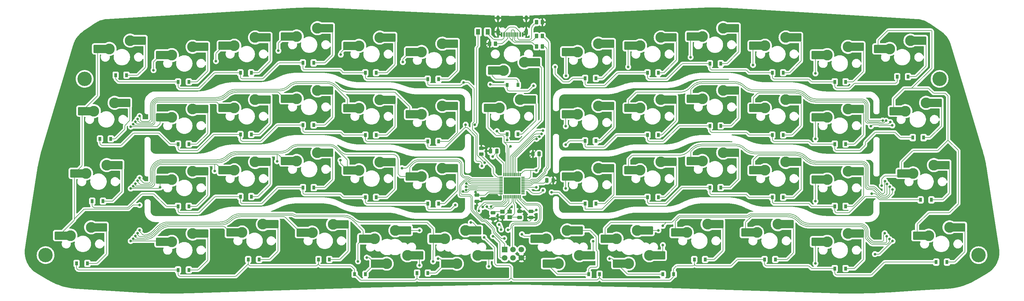
<source format=gbl>
%TF.GenerationSoftware,KiCad,Pcbnew,(6.0.7)*%
%TF.CreationDate,2022-09-18T01:02:23+03:00*%
%TF.ProjectId,teethless40_csl_pcb_schema,74656574-686c-4657-9373-34305f63736c,rev?*%
%TF.SameCoordinates,Original*%
%TF.FileFunction,Copper,L2,Bot*%
%TF.FilePolarity,Positive*%
%FSLAX46Y46*%
G04 Gerber Fmt 4.6, Leading zero omitted, Abs format (unit mm)*
G04 Created by KiCad (PCBNEW (6.0.7)) date 2022-09-18 01:02:23*
%MOMM*%
%LPD*%
G01*
G04 APERTURE LIST*
G04 Aperture macros list*
%AMRoundRect*
0 Rectangle with rounded corners*
0 $1 Rounding radius*
0 $2 $3 $4 $5 $6 $7 $8 $9 X,Y pos of 4 corners*
0 Add a 4 corners polygon primitive as box body*
4,1,4,$2,$3,$4,$5,$6,$7,$8,$9,$2,$3,0*
0 Add four circle primitives for the rounded corners*
1,1,$1+$1,$2,$3*
1,1,$1+$1,$4,$5*
1,1,$1+$1,$6,$7*
1,1,$1+$1,$8,$9*
0 Add four rect primitives between the rounded corners*
20,1,$1+$1,$2,$3,$4,$5,0*
20,1,$1+$1,$4,$5,$6,$7,0*
20,1,$1+$1,$6,$7,$8,$9,0*
20,1,$1+$1,$8,$9,$2,$3,0*%
G04 Aperture macros list end*
%TA.AperFunction,ComponentPad*%
%ADD10C,4.400000*%
%TD*%
%TA.AperFunction,ComponentPad*%
%ADD11C,3.300000*%
%TD*%
%TA.AperFunction,SMDPad,CuDef*%
%ADD12RoundRect,0.250000X1.025000X1.000000X-1.025000X1.000000X-1.025000X-1.000000X1.025000X-1.000000X0*%
%TD*%
%TA.AperFunction,SMDPad,CuDef*%
%ADD13R,1.650000X2.500000*%
%TD*%
%TA.AperFunction,SMDPad,CuDef*%
%ADD14R,0.900000X1.200000*%
%TD*%
%TA.AperFunction,SMDPad,CuDef*%
%ADD15RoundRect,0.250000X0.250000X0.475000X-0.250000X0.475000X-0.250000X-0.475000X0.250000X-0.475000X0*%
%TD*%
%TA.AperFunction,SMDPad,CuDef*%
%ADD16R,0.600000X1.450000*%
%TD*%
%TA.AperFunction,SMDPad,CuDef*%
%ADD17R,0.300000X1.450000*%
%TD*%
%TA.AperFunction,ComponentPad*%
%ADD18O,1.000000X1.600000*%
%TD*%
%TA.AperFunction,ComponentPad*%
%ADD19O,1.000000X2.100000*%
%TD*%
%TA.AperFunction,SMDPad,CuDef*%
%ADD20RoundRect,0.250000X0.262500X0.450000X-0.262500X0.450000X-0.262500X-0.450000X0.262500X-0.450000X0*%
%TD*%
%TA.AperFunction,SMDPad,CuDef*%
%ADD21RoundRect,0.250000X-1.025000X-1.000000X1.025000X-1.000000X1.025000X1.000000X-1.025000X1.000000X0*%
%TD*%
%TA.AperFunction,SMDPad,CuDef*%
%ADD22R,1.190000X1.728000*%
%TD*%
%TA.AperFunction,SMDPad,CuDef*%
%ADD23RoundRect,0.250000X0.475000X-0.250000X0.475000X0.250000X-0.475000X0.250000X-0.475000X-0.250000X0*%
%TD*%
%TA.AperFunction,SMDPad,CuDef*%
%ADD24RoundRect,0.007800X0.497200X0.122200X-0.497200X0.122200X-0.497200X-0.122200X0.497200X-0.122200X0*%
%TD*%
%TA.AperFunction,SMDPad,CuDef*%
%ADD25RoundRect,0.033800X0.096200X0.471200X-0.096200X0.471200X-0.096200X-0.471200X0.096200X-0.471200X0*%
%TD*%
%TA.AperFunction,SMDPad,CuDef*%
%ADD26R,5.200000X5.200000*%
%TD*%
%TA.AperFunction,SMDPad,CuDef*%
%ADD27RoundRect,0.250000X-0.262500X-0.450000X0.262500X-0.450000X0.262500X0.450000X-0.262500X0.450000X0*%
%TD*%
%TA.AperFunction,SMDPad,CuDef*%
%ADD28RoundRect,0.250000X-0.475000X0.250000X-0.475000X-0.250000X0.475000X-0.250000X0.475000X0.250000X0*%
%TD*%
%TA.AperFunction,SMDPad,CuDef*%
%ADD29R,1.400000X1.200000*%
%TD*%
%TA.AperFunction,ComponentPad*%
%ADD30R,1.700000X1.700000*%
%TD*%
%TA.AperFunction,ComponentPad*%
%ADD31C,1.700000*%
%TD*%
%TA.AperFunction,SMDPad,CuDef*%
%ADD32RoundRect,0.250000X0.450000X-0.262500X0.450000X0.262500X-0.450000X0.262500X-0.450000X-0.262500X0*%
%TD*%
%TA.AperFunction,ViaPad*%
%ADD33C,0.800000*%
%TD*%
%TA.AperFunction,Conductor*%
%ADD34C,0.210000*%
%TD*%
%TA.AperFunction,Conductor*%
%ADD35C,0.203200*%
%TD*%
G04 APERTURE END LIST*
D10*
X304580000Y-95110000D03*
X31750000Y-41170000D03*
X19850000Y-95100000D03*
X292670000Y-41170000D03*
D11*
X134573750Y-71030000D03*
D12*
X131023750Y-71030000D03*
D13*
X132748750Y-71030000D03*
X142723750Y-68490000D03*
D12*
X144473750Y-68490000D03*
D11*
X140923750Y-68490000D03*
D12*
X116723750Y-90080000D03*
D11*
X120273750Y-90080000D03*
D13*
X118448750Y-90080000D03*
D11*
X126623750Y-87540000D03*
D12*
X130173750Y-87540000D03*
D13*
X128423750Y-87540000D03*
D14*
X260684375Y-99218750D03*
X263984375Y-99218750D03*
D11*
X215546250Y-88180000D03*
D12*
X211996250Y-88180000D03*
D13*
X213721250Y-88180000D03*
D12*
X225446250Y-85640000D03*
D13*
X223696250Y-85640000D03*
D11*
X221896250Y-85640000D03*
D13*
X132748750Y-51980000D03*
D11*
X134573750Y-51980000D03*
D12*
X131023750Y-51980000D03*
X144473750Y-49440000D03*
D11*
X140923750Y-49440000D03*
D13*
X142723750Y-49440000D03*
D12*
X35773125Y-31967500D03*
D11*
X39323125Y-31967500D03*
D13*
X37498125Y-31967500D03*
D12*
X49223125Y-29427500D03*
D13*
X47473125Y-29427500D03*
D11*
X45673125Y-29427500D03*
D14*
X222570000Y-74430000D03*
X225870000Y-74430000D03*
X260684375Y-80168750D03*
X263984375Y-80168750D03*
D13*
X170848750Y-90070000D03*
D11*
X172673750Y-90070000D03*
D12*
X169123750Y-90070000D03*
D13*
X180823750Y-87530000D03*
D12*
X182573750Y-87530000D03*
D11*
X179023750Y-87530000D03*
D15*
X170440000Y-64120000D03*
X168540000Y-64120000D03*
D16*
X158975000Y-27642636D03*
X159750000Y-27642636D03*
D17*
X160450000Y-27642636D03*
X160950000Y-27642636D03*
X161450000Y-27642636D03*
X161950000Y-27642636D03*
X162450000Y-27642636D03*
X162950000Y-27642636D03*
X163450000Y-27642636D03*
X163950000Y-27642636D03*
D16*
X164650000Y-27642636D03*
X165425000Y-27642636D03*
D18*
X166520000Y-22547636D03*
X157880000Y-22547636D03*
D19*
X166520000Y-26727636D03*
X157880000Y-26727636D03*
D12*
X197703750Y-69130000D03*
D11*
X201253750Y-69130000D03*
D13*
X199428750Y-69130000D03*
D11*
X207603750Y-66590000D03*
D12*
X211153750Y-66590000D03*
D13*
X209403750Y-66590000D03*
D12*
X31010625Y-51017500D03*
D13*
X32735625Y-51017500D03*
D11*
X34560625Y-51017500D03*
D12*
X44460625Y-48477500D03*
D11*
X40910625Y-48477500D03*
D13*
X42710625Y-48477500D03*
D14*
X241634375Y-58340625D03*
X244934375Y-58340625D03*
X184490000Y-41020000D03*
X187790000Y-41020000D03*
D20*
X171469388Y-28033880D03*
X169644388Y-28033880D03*
D14*
X60262500Y-99615625D03*
X63562500Y-99615625D03*
D13*
X256568750Y-91030000D03*
D12*
X254843750Y-91030000D03*
D11*
X258393750Y-91030000D03*
D13*
X266543750Y-88490000D03*
D11*
X264743750Y-88490000D03*
D12*
X268293750Y-88490000D03*
D14*
X136462500Y-41275000D03*
X139762500Y-41275000D03*
D12*
X73873750Y-31030000D03*
D13*
X75598750Y-31030000D03*
D11*
X77423750Y-31030000D03*
D12*
X87323750Y-28490000D03*
D11*
X83773750Y-28490000D03*
D13*
X85573750Y-28490000D03*
D14*
X133208750Y-100557500D03*
X136508750Y-100557500D03*
D13*
X94648750Y-47220000D03*
D12*
X92923750Y-47220000D03*
D11*
X96473750Y-47220000D03*
D12*
X106373750Y-44680000D03*
D11*
X102823750Y-44680000D03*
D13*
X104623750Y-44680000D03*
D12*
X216753750Y-47220000D03*
D13*
X218478750Y-47220000D03*
D11*
X220303750Y-47220000D03*
X226653750Y-44680000D03*
D13*
X228453750Y-44680000D03*
D12*
X230203750Y-44680000D03*
D14*
X284496875Y-59134375D03*
X287796875Y-59134375D03*
X241634375Y-77390625D03*
X244934375Y-77390625D03*
D21*
X169543750Y-36100000D03*
D11*
X165993750Y-36100000D03*
D13*
X167818750Y-36100000D03*
X157843750Y-38640000D03*
D11*
X159643750Y-38640000D03*
D21*
X156093750Y-38640000D03*
D14*
X60262500Y-80168750D03*
X63562500Y-80168750D03*
D12*
X23866875Y-89117500D03*
D11*
X27416875Y-89117500D03*
D13*
X25591875Y-89117500D03*
X35566875Y-86577500D03*
D12*
X37316875Y-86577500D03*
D11*
X33766875Y-86577500D03*
D13*
X113688750Y-31040000D03*
D12*
X111963750Y-31040000D03*
D11*
X115513750Y-31040000D03*
D12*
X125413750Y-28500000D03*
D13*
X123663750Y-28500000D03*
D11*
X121863750Y-28500000D03*
D14*
X79300000Y-58160000D03*
X82600000Y-58160000D03*
X241634375Y-39290625D03*
X244934375Y-39290625D03*
D13*
X94648750Y-66270000D03*
D11*
X96473750Y-66270000D03*
D12*
X92923750Y-66270000D03*
D11*
X102823750Y-63730000D03*
D13*
X104623750Y-63730000D03*
D12*
X106373750Y-63730000D03*
D14*
X203534375Y-77390625D03*
X206834375Y-77390625D03*
D22*
X154737840Y-26789040D03*
X151847840Y-26789040D03*
D13*
X184508750Y-95150000D03*
D21*
X186233750Y-95150000D03*
D11*
X182683750Y-95150000D03*
D13*
X174533750Y-97690000D03*
D21*
X172783750Y-97690000D03*
D11*
X176333750Y-97690000D03*
D23*
X156393750Y-84000000D03*
X156393750Y-82100000D03*
D14*
X184484375Y-79375000D03*
X187784375Y-79375000D03*
D12*
X278666250Y-51030000D03*
D11*
X282216250Y-51030000D03*
D13*
X280391250Y-51030000D03*
X290366250Y-48490000D03*
D11*
X288566250Y-48490000D03*
D12*
X292116250Y-48490000D03*
D14*
X34068750Y-78581250D03*
X37368750Y-78581250D03*
D13*
X282772500Y-70080000D03*
D11*
X284597500Y-70080000D03*
D12*
X281047500Y-70080000D03*
X294497500Y-67540000D03*
D13*
X292747500Y-67540000D03*
D11*
X290947500Y-67540000D03*
D14*
X260684375Y-61118750D03*
X263984375Y-61118750D03*
X203534375Y-39290625D03*
X206834375Y-39290625D03*
X160671875Y-43040000D03*
X163971875Y-43040000D03*
D12*
X235808750Y-69130000D03*
D11*
X239358750Y-69130000D03*
D13*
X237533750Y-69130000D03*
D12*
X249258750Y-66590000D03*
D13*
X247508750Y-66590000D03*
D11*
X245708750Y-66590000D03*
X77423750Y-50080000D03*
D12*
X73873750Y-50080000D03*
D13*
X75598750Y-50080000D03*
D11*
X83773750Y-47540000D03*
D13*
X85573750Y-47540000D03*
D12*
X87323750Y-47540000D03*
D24*
X165555000Y-71318688D03*
X165555000Y-71818688D03*
X165555000Y-72318688D03*
X165555000Y-72818688D03*
X165555000Y-73318688D03*
X165555000Y-73818688D03*
X165555000Y-74318688D03*
X165555000Y-74818688D03*
X165555000Y-75318688D03*
X165555000Y-75818688D03*
X165555000Y-76318688D03*
D25*
X164695000Y-77178688D03*
X164195000Y-77178688D03*
X163695000Y-77178688D03*
X163195000Y-77178688D03*
X162695000Y-77178688D03*
X162195000Y-77178688D03*
X161695000Y-77178688D03*
X161195000Y-77178688D03*
X160695000Y-77178688D03*
X160195000Y-77178688D03*
X159695000Y-77178688D03*
D24*
X158835000Y-76318688D03*
X158835000Y-75818688D03*
X158835000Y-75318688D03*
X158835000Y-74818688D03*
X158835000Y-74318688D03*
X158835000Y-73818688D03*
X158835000Y-73318688D03*
X158835000Y-72818688D03*
X158835000Y-72318688D03*
X158835000Y-71818688D03*
X158835000Y-71318688D03*
D25*
X159695000Y-70458688D03*
X160195000Y-70458688D03*
X160695000Y-70458688D03*
X161195000Y-70458688D03*
X161695000Y-70458688D03*
X162195000Y-70458688D03*
X162695000Y-70458688D03*
X163195000Y-70458688D03*
X163695000Y-70458688D03*
X164195000Y-70458688D03*
X164695000Y-70458688D03*
D26*
X162195000Y-73818688D03*
D27*
X169644388Y-23812480D03*
X171469388Y-23812480D03*
D14*
X222584375Y-36512500D03*
X225884375Y-36512500D03*
D11*
X115513750Y-50090000D03*
D13*
X113688750Y-50090000D03*
D12*
X111963750Y-50090000D03*
D11*
X121863750Y-47550000D03*
D13*
X123663750Y-47550000D03*
D12*
X125413750Y-47550000D03*
D14*
X217821875Y-96440625D03*
X221121875Y-96440625D03*
X260684375Y-42068750D03*
X263984375Y-42068750D03*
D12*
X154823750Y-50070000D03*
D11*
X158373750Y-50070000D03*
D13*
X156548750Y-50070000D03*
D12*
X168273750Y-47530000D03*
D13*
X166523750Y-47530000D03*
D11*
X164723750Y-47530000D03*
D14*
X160671875Y-58040000D03*
X163971875Y-58040000D03*
D11*
X58373750Y-52930000D03*
D12*
X54823750Y-52930000D03*
D13*
X56548750Y-52930000D03*
D11*
X64723750Y-50390000D03*
D13*
X66523750Y-50390000D03*
D12*
X68273750Y-50390000D03*
D21*
X207663750Y-95140000D03*
D13*
X205938750Y-95140000D03*
D11*
X204113750Y-95140000D03*
D13*
X195963750Y-97680000D03*
D11*
X197763750Y-97680000D03*
D21*
X194213750Y-97680000D03*
D28*
X167993750Y-81690000D03*
X167993750Y-83590000D03*
X151506904Y-76738216D03*
X151506904Y-78638216D03*
D14*
X136462500Y-79375000D03*
X139762500Y-79375000D03*
X29306250Y-97631250D03*
X32606250Y-97631250D03*
X81693750Y-96440625D03*
X84993750Y-96440625D03*
D11*
X220303750Y-66270000D03*
D13*
X218478750Y-66270000D03*
D12*
X216753750Y-66270000D03*
D11*
X226653750Y-63730000D03*
D12*
X230203750Y-63730000D03*
D13*
X228453750Y-63730000D03*
D12*
X92923750Y-28170000D03*
D11*
X96473750Y-28170000D03*
D13*
X94648750Y-28170000D03*
D11*
X102823750Y-25630000D03*
D12*
X106373750Y-25630000D03*
D13*
X104623750Y-25630000D03*
D14*
X211522500Y-100944375D03*
X208222500Y-100944375D03*
D12*
X54823750Y-91030000D03*
D13*
X56548750Y-91030000D03*
D11*
X58373750Y-91030000D03*
D12*
X68273750Y-88490000D03*
D13*
X66523750Y-88490000D03*
D11*
X64723750Y-88490000D03*
D14*
X114158750Y-100954375D03*
X117458750Y-100954375D03*
D15*
X157543750Y-63240000D03*
X155643750Y-63240000D03*
D13*
X56548750Y-71980000D03*
D11*
X58373750Y-71980000D03*
D12*
X54823750Y-71980000D03*
D11*
X64723750Y-69440000D03*
D12*
X68273750Y-69440000D03*
D13*
X66523750Y-69440000D03*
D29*
X159295000Y-81800000D03*
X161495000Y-81800000D03*
X161495000Y-83500000D03*
X159295000Y-83500000D03*
D14*
X239253125Y-96440625D03*
X242553125Y-96440625D03*
D13*
X192255000Y-90070000D03*
D12*
X190530000Y-90070000D03*
D11*
X194080000Y-90070000D03*
X200430000Y-87530000D03*
D12*
X203980000Y-87530000D03*
D13*
X202230000Y-87530000D03*
D14*
X136462500Y-60325000D03*
X139762500Y-60325000D03*
D13*
X199428750Y-31030000D03*
D11*
X201253750Y-31030000D03*
D12*
X197703750Y-31030000D03*
D13*
X209403750Y-28490000D03*
D11*
X207603750Y-28490000D03*
D12*
X211153750Y-28490000D03*
D14*
X98360000Y-36280000D03*
X101660000Y-36280000D03*
D11*
X258393750Y-33880000D03*
D13*
X256568750Y-33880000D03*
D12*
X254843750Y-33880000D03*
D11*
X264743750Y-31340000D03*
D13*
X266543750Y-31340000D03*
D12*
X268293750Y-31340000D03*
D11*
X277453750Y-31980000D03*
D13*
X275628750Y-31980000D03*
D12*
X273903750Y-31980000D03*
D11*
X283803750Y-29440000D03*
D12*
X287353750Y-29440000D03*
D13*
X285603750Y-29440000D03*
D14*
X79330000Y-77180000D03*
X82630000Y-77180000D03*
D13*
X99401250Y-88190000D03*
D11*
X101226250Y-88190000D03*
D12*
X97676250Y-88190000D03*
D13*
X109376250Y-85650000D03*
D12*
X111126250Y-85650000D03*
D11*
X107576250Y-85650000D03*
D14*
X184470000Y-60150000D03*
X187770000Y-60150000D03*
D13*
X237533750Y-50080000D03*
D11*
X239358750Y-50080000D03*
D12*
X235808750Y-50080000D03*
D11*
X245708750Y-47540000D03*
D13*
X247508750Y-47540000D03*
D12*
X249258750Y-47540000D03*
D11*
X220303750Y-28170000D03*
D13*
X218478750Y-28170000D03*
D12*
X216753750Y-28170000D03*
D11*
X226653750Y-25630000D03*
D12*
X230203750Y-25630000D03*
D13*
X228453750Y-25630000D03*
D12*
X138143750Y-90070000D03*
D11*
X141693750Y-90070000D03*
D13*
X139868750Y-90070000D03*
X149843750Y-87530000D03*
D11*
X148043750Y-87530000D03*
D12*
X151593750Y-87530000D03*
D20*
X171469388Y-31253880D03*
X169644388Y-31253880D03*
D14*
X36450000Y-59531250D03*
X39750000Y-59531250D03*
D11*
X77423750Y-69130000D03*
D12*
X73873750Y-69130000D03*
D13*
X75598750Y-69130000D03*
D11*
X83773750Y-66590000D03*
D12*
X87323750Y-66590000D03*
D13*
X85573750Y-66590000D03*
D30*
X159980176Y-93390000D03*
D31*
X159980176Y-95930000D03*
X162520176Y-93390000D03*
X162520176Y-95930000D03*
X165060176Y-93390000D03*
X165060176Y-95930000D03*
D12*
X111963750Y-69140000D03*
D11*
X115513750Y-69140000D03*
D13*
X113688750Y-69140000D03*
D11*
X121863750Y-66600000D03*
D12*
X125413750Y-66600000D03*
D13*
X123663750Y-66600000D03*
D28*
X164493750Y-81690000D03*
X164493750Y-83590000D03*
D14*
X188900625Y-100944375D03*
X185600625Y-100944375D03*
X103125000Y-96440625D03*
X106425000Y-96440625D03*
X60270000Y-42080000D03*
X63570000Y-42080000D03*
D11*
X258393750Y-71980000D03*
D13*
X256568750Y-71980000D03*
D12*
X254843750Y-71980000D03*
X268293750Y-69440000D03*
D13*
X266543750Y-69440000D03*
D11*
X264743750Y-69440000D03*
D13*
X180378125Y-32920000D03*
D11*
X182203125Y-32920000D03*
D12*
X178653125Y-32920000D03*
D11*
X188553125Y-30380000D03*
D13*
X190353125Y-30380000D03*
D12*
X192103125Y-30380000D03*
X28629375Y-70067500D03*
D11*
X32179375Y-70067500D03*
D13*
X30354375Y-70067500D03*
D11*
X38529375Y-67527500D03*
D12*
X42079375Y-67527500D03*
D13*
X40329375Y-67527500D03*
D11*
X130290000Y-95160000D03*
D13*
X132115000Y-95160000D03*
D21*
X133840000Y-95160000D03*
D13*
X122140000Y-97700000D03*
D11*
X123940000Y-97700000D03*
D21*
X120390000Y-97700000D03*
D14*
X291640625Y-97234375D03*
X294940625Y-97234375D03*
D12*
X233427500Y-88180000D03*
D11*
X236977500Y-88180000D03*
D13*
X235152500Y-88180000D03*
D12*
X246877500Y-85640000D03*
D13*
X245127500Y-85640000D03*
D11*
X243327500Y-85640000D03*
D14*
X79312500Y-39290625D03*
X82612500Y-39290625D03*
X117412500Y-58340625D03*
X120712500Y-58340625D03*
D15*
X174730000Y-72220000D03*
X172830000Y-72220000D03*
D14*
X279734375Y-40481250D03*
X283034375Y-40481250D03*
X286878125Y-78184375D03*
X290178125Y-78184375D03*
X222584375Y-55562500D03*
X225884375Y-55562500D03*
D11*
X201253750Y-50080000D03*
D13*
X199428750Y-50080000D03*
D12*
X197703750Y-50080000D03*
X211153750Y-47540000D03*
D11*
X207603750Y-47540000D03*
D13*
X209403750Y-47540000D03*
D14*
X203534375Y-58340625D03*
X206834375Y-58340625D03*
X98360000Y-55290000D03*
X101660000Y-55290000D03*
X41230000Y-40030000D03*
X44530000Y-40030000D03*
D12*
X254843750Y-52930000D03*
D11*
X258393750Y-52930000D03*
D13*
X256568750Y-52930000D03*
X266543750Y-50390000D03*
D12*
X268293750Y-50390000D03*
D11*
X264743750Y-50390000D03*
D14*
X60262500Y-61118750D03*
X63562500Y-61118750D03*
X98390000Y-74440000D03*
X101690000Y-74440000D03*
D11*
X58373750Y-33880000D03*
D13*
X56548750Y-33880000D03*
D12*
X54823750Y-33880000D03*
D13*
X66523750Y-31340000D03*
D12*
X68273750Y-31340000D03*
D11*
X64723750Y-31340000D03*
D14*
X117412500Y-39290625D03*
X120712500Y-39290625D03*
D11*
X289360000Y-89130000D03*
D12*
X285810000Y-89130000D03*
D13*
X287535000Y-89130000D03*
X297510000Y-86590000D03*
D11*
X295710000Y-86590000D03*
D12*
X299260000Y-86590000D03*
D13*
X237533750Y-31030000D03*
D11*
X239358750Y-31030000D03*
D12*
X235808750Y-31030000D03*
X249258750Y-28490000D03*
D11*
X245708750Y-28490000D03*
D13*
X247508750Y-28490000D03*
D11*
X79805000Y-88180000D03*
D13*
X77980000Y-88180000D03*
D12*
X76255000Y-88180000D03*
D11*
X86155000Y-85640000D03*
D13*
X87955000Y-85640000D03*
D12*
X89705000Y-85640000D03*
D11*
X151703750Y-95180000D03*
D21*
X155253750Y-95180000D03*
D13*
X153528750Y-95180000D03*
D21*
X141803750Y-97720000D03*
D11*
X145353750Y-97720000D03*
D13*
X143553750Y-97720000D03*
D32*
X152800000Y-64212500D03*
X152800000Y-62387500D03*
D13*
X132748750Y-32930000D03*
D11*
X134573750Y-32930000D03*
D12*
X131023750Y-32930000D03*
D11*
X140923750Y-30390000D03*
D12*
X144473750Y-30390000D03*
D13*
X142723750Y-30390000D03*
D14*
X117412500Y-77390625D03*
X120712500Y-77390625D03*
D12*
X178653125Y-51970000D03*
D13*
X180378125Y-51970000D03*
D11*
X182203125Y-51970000D03*
D13*
X190353125Y-49430000D03*
D12*
X192103125Y-49430000D03*
D11*
X188553125Y-49430000D03*
D13*
X180378125Y-71020000D03*
D11*
X182203125Y-71020000D03*
D12*
X178653125Y-71020000D03*
D11*
X188553125Y-68480000D03*
D13*
X190353125Y-68480000D03*
D12*
X192103125Y-68480000D03*
D20*
X157181900Y-30360912D03*
X155356900Y-30360912D03*
D33*
X173810000Y-69490000D03*
X171160000Y-61860000D03*
X164130000Y-79893352D03*
X167620000Y-77410000D03*
X158870000Y-87250000D03*
X150812500Y-55165625D03*
X156260000Y-64960000D03*
X151040000Y-75800000D03*
X169573040Y-81303040D03*
X158280000Y-85750000D03*
X169573040Y-69190000D03*
X169580000Y-74320000D03*
X156368750Y-89296875D03*
X175320000Y-37500000D03*
X153820000Y-66790000D03*
X147390000Y-42290000D03*
X168770952Y-43259375D03*
X155790000Y-80230000D03*
X155575000Y-42862464D03*
X148034375Y-55165625D03*
X152995500Y-67830000D03*
X160671875Y-59865625D03*
X154520000Y-80290000D03*
X178570000Y-61290000D03*
X157559375Y-57150000D03*
X186928125Y-90884375D03*
X165210000Y-88710000D03*
X153292840Y-80367120D03*
X174280000Y-75890000D03*
X144859375Y-79771875D03*
X153710000Y-89660000D03*
X152102216Y-81557744D03*
X133945200Y-87510864D03*
X117871776Y-95845232D03*
X149630000Y-85080000D03*
X139600664Y-96142888D03*
X206870920Y-87510864D03*
X191988120Y-96142888D03*
X48517928Y-79771808D03*
X148267939Y-73154987D03*
X148205317Y-74152525D03*
X54823750Y-74358954D03*
X45824960Y-74718738D03*
X45836220Y-55791360D03*
X45824960Y-90778125D03*
X52784375Y-38496875D03*
X46548604Y-90047894D03*
X71834375Y-35718750D03*
X46561220Y-55066360D03*
X71437440Y-69353848D03*
X46549960Y-73993738D03*
X148160000Y-75151000D03*
X147257625Y-75590000D03*
X90487424Y-66377288D03*
X47274960Y-73223376D03*
X47273604Y-89277532D03*
X47286220Y-54295998D03*
X90884375Y-32543750D03*
X115192872Y-96993258D03*
X109934375Y-33734375D03*
X47922616Y-53403030D03*
X47911356Y-72330408D03*
X128587392Y-68460880D03*
X47910000Y-88384564D03*
X109835064Y-66079632D03*
X133945200Y-98226480D03*
X138112384Y-97035856D03*
X128885048Y-36016376D03*
X48529188Y-52510062D03*
X155078776Y-98524136D03*
X48517928Y-71437440D03*
X48516572Y-87491596D03*
X178653125Y-40183560D03*
X178593600Y-55661672D03*
X178593600Y-74711656D03*
X161730000Y-61770000D03*
X197643584Y-37504656D03*
X276000000Y-72450000D03*
X208240000Y-92020000D03*
X275927112Y-88396750D03*
X208240000Y-86141784D03*
X169663920Y-59531200D03*
X275310000Y-53910000D03*
X276328157Y-53951843D03*
X276563508Y-89289718D03*
X216693568Y-34528096D03*
X170556888Y-58826700D03*
X276636396Y-73342968D03*
X277615500Y-54380000D03*
X277430000Y-74170000D03*
X171161438Y-58030758D03*
X277415392Y-90189768D03*
X235743552Y-36909344D03*
X254793536Y-97631168D03*
X271960000Y-76280000D03*
X254793536Y-78581184D03*
X278253737Y-55409250D03*
X272930000Y-94800000D03*
X278310000Y-74985362D03*
X271740000Y-55640000D03*
X254790000Y-39480000D03*
X171599037Y-57001477D03*
X254793536Y-59531200D03*
X278308360Y-90785080D03*
X275034144Y-73818688D03*
X171660000Y-75300000D03*
X161000000Y-87360000D03*
X159820000Y-89960000D03*
D34*
X153094552Y-83644552D02*
X151387157Y-81937157D01*
X166238690Y-95930000D02*
X165060176Y-95930000D01*
X163600000Y-87729949D02*
X163600000Y-90463116D01*
X153141250Y-62046250D02*
X152800000Y-62387500D01*
X172461935Y-70643750D02*
X173898065Y-70643750D01*
X168354214Y-77090000D02*
X171705786Y-77090000D01*
X166520000Y-26727636D02*
X166520000Y-22547636D01*
X171469388Y-23115073D02*
X171469388Y-23812480D01*
X153424970Y-32292842D02*
X155356900Y-30360912D01*
X167993750Y-84250565D02*
X167993750Y-83590000D01*
X165287158Y-81807158D02*
X166952843Y-83472843D01*
X166520000Y-22547636D02*
X170901951Y-22547636D01*
X161495000Y-81800000D02*
X161291800Y-81800000D01*
X172740000Y-76470000D02*
X172740000Y-83457359D01*
X164130000Y-79893352D02*
X164130000Y-81160565D01*
X152780000Y-32410000D02*
X153142127Y-32410000D01*
X159765685Y-84740000D02*
X167504315Y-84740000D01*
X158321109Y-62046250D02*
X155643750Y-62046250D01*
X167620000Y-77410000D02*
X167647107Y-77382893D01*
X163824974Y-87215026D02*
X163805025Y-87234975D01*
X171861320Y-85578680D02*
X171308679Y-86131321D01*
X165425000Y-27642636D02*
X165605000Y-27642636D01*
X173810000Y-70555685D02*
X173898065Y-70643750D01*
X164247158Y-81443408D02*
X164493750Y-81690000D01*
X168665857Y-72690000D02*
X169835786Y-72690000D01*
X155292278Y-59762278D02*
X152731472Y-57201472D01*
X174730000Y-72220000D02*
X174730000Y-71475685D01*
X173810000Y-69490000D02*
X173810000Y-70555685D01*
X172412893Y-76797107D02*
X172740000Y-76470000D01*
X158795000Y-27642636D02*
X157880000Y-26727636D01*
X165605000Y-27642636D02*
X166520000Y-26727636D01*
D35*
X159295000Y-84269315D02*
X159295000Y-83500000D01*
D34*
X156393750Y-83996024D02*
X156772617Y-83617157D01*
X163310907Y-79074259D02*
X164130000Y-79893352D01*
X157880000Y-26727636D02*
X157880000Y-22547636D01*
X166570343Y-95764032D02*
X166521533Y-95812842D01*
X164545222Y-68114778D02*
X168540000Y-64120000D01*
X159412158Y-84552158D02*
X159482843Y-84622843D01*
X160193750Y-70458688D02*
X160193750Y-63918891D01*
X174730000Y-72220000D02*
X172857158Y-74092842D01*
X170542893Y-72397107D02*
X172179092Y-70760908D01*
X160076592Y-63636048D02*
X158603951Y-62163407D01*
X151387158Y-80352842D02*
X151389747Y-80350253D01*
X167988642Y-73201530D02*
X168383015Y-72807157D01*
X166687500Y-91681250D02*
X166687500Y-95481190D01*
X163805026Y-90958091D02*
X163923160Y-91076225D01*
X156393750Y-83996024D02*
X153943080Y-83996024D01*
X152731383Y-78638216D02*
X151506904Y-78638216D01*
D35*
X159387296Y-83500000D02*
X159295000Y-83500000D01*
D34*
X168540000Y-64120000D02*
X170682843Y-61977157D01*
X169187359Y-87010000D02*
X164319949Y-87010000D01*
X172740000Y-74375685D02*
X172740000Y-76470000D01*
X155643750Y-63240000D02*
X155643750Y-62046250D01*
D35*
X161495000Y-81800000D02*
X161252981Y-81800000D01*
D34*
X155099438Y-76435846D02*
X153014225Y-78521059D01*
X151270000Y-81654315D02*
X151270000Y-80635685D01*
X170965685Y-61860000D02*
X171160000Y-61860000D01*
X157055459Y-83500000D02*
X159295000Y-83500000D01*
X152380000Y-56352944D02*
X152380000Y-32810000D01*
X155643750Y-62046250D02*
X155643750Y-60610806D01*
X151506904Y-80067411D02*
X151506904Y-78638216D01*
X164193750Y-70458688D02*
X164193750Y-68963306D01*
X167787158Y-84622842D02*
X167876593Y-84533407D01*
X174612843Y-71192843D02*
X174180908Y-70760908D01*
X163193750Y-77178688D02*
X163193750Y-78791417D01*
X167235685Y-83590000D02*
X167993750Y-83590000D01*
X165553750Y-73318688D02*
X167705799Y-73318688D01*
X164418134Y-91281250D02*
X166287500Y-91281250D01*
X158975000Y-27642636D02*
X158795000Y-27642636D01*
X155643750Y-62046250D02*
X153141250Y-62046250D01*
X164493750Y-81690000D02*
X165004315Y-81690000D01*
D35*
X160970138Y-81917158D02*
X159387296Y-83500000D01*
D34*
X158833750Y-76318688D02*
X155382281Y-76318688D01*
X171184794Y-22664794D02*
X171352231Y-22832231D01*
X163805034Y-90958083D02*
G75*
G02*
X163600000Y-90463116I494966J494983D01*
G01*
X164247140Y-81443426D02*
G75*
G02*
X164130000Y-81160565I282860J282826D01*
G01*
X171861340Y-85578700D02*
G75*
G03*
X172740000Y-83457359I-2121340J2121300D01*
G01*
X174612836Y-71192850D02*
G75*
G02*
X174730000Y-71475685I-282836J-282850D01*
G01*
X172739990Y-74375685D02*
G75*
G02*
X172857158Y-74092842I400010J-15D01*
G01*
X151387165Y-80352849D02*
G75*
G03*
X151270000Y-80635685I282835J-282851D01*
G01*
X163600035Y-87729949D02*
G75*
G02*
X163805025Y-87234975I699965J49D01*
G01*
X151269990Y-81654315D02*
G75*
G03*
X151387157Y-81937157I400010J15D01*
G01*
X158321109Y-62046230D02*
G75*
G02*
X158603950Y-62163408I-9J-399970D01*
G01*
X151389743Y-80350249D02*
G75*
G03*
X151506904Y-80067411I-282843J282849D01*
G01*
X169835786Y-72689990D02*
G75*
G03*
X170542893Y-72397107I14J999990D01*
G01*
X167787151Y-84622835D02*
G75*
G02*
X167504315Y-84740000I-282851J282835D01*
G01*
X155099445Y-76435853D02*
G75*
G02*
X155382281Y-76318688I282855J-282847D01*
G01*
X167705799Y-73318690D02*
G75*
G03*
X167988642Y-73201530I1J399990D01*
G01*
X171184811Y-22664777D02*
G75*
G03*
X170901951Y-22547636I-282811J-282823D01*
G01*
X165287151Y-81807165D02*
G75*
G03*
X165004315Y-81690000I-282851J-282835D01*
G01*
X171469410Y-23115073D02*
G75*
G03*
X171352231Y-22832231I-400010J-27D01*
G01*
X169187359Y-87009971D02*
G75*
G03*
X171308679Y-86131321I41J2999971D01*
G01*
X166952850Y-83472836D02*
G75*
G03*
X167235685Y-83590000I282850J282836D01*
G01*
X163310926Y-79074240D02*
G75*
G02*
X163193750Y-78791417I282774J282840D01*
G01*
X152731383Y-78638198D02*
G75*
G03*
X153014224Y-78521058I17J399998D01*
G01*
X167876600Y-84533414D02*
G75*
G03*
X167993750Y-84250565I-282800J282814D01*
G01*
X168354214Y-77090010D02*
G75*
G03*
X167647107Y-77382893I-14J-999990D01*
G01*
X155643730Y-60610806D02*
G75*
G03*
X155292277Y-59762279I-1200030J6D01*
G01*
D35*
X160970147Y-81917167D02*
G75*
G02*
X161252981Y-81800000I282853J-282833D01*
G01*
D34*
X152379970Y-56352944D02*
G75*
G03*
X152731473Y-57201471I1200030J44D01*
G01*
X152380000Y-32810000D02*
G75*
G02*
X152780000Y-32410000I400000J0D01*
G01*
X153424957Y-32292829D02*
G75*
G02*
X153142127Y-32410000I-282857J282829D01*
G01*
X159765685Y-84740010D02*
G75*
G02*
X159482843Y-84622843I15J400010D01*
G01*
X153943080Y-83996030D02*
G75*
G02*
X153094553Y-83644551I20J1200030D01*
G01*
X171705786Y-77089990D02*
G75*
G03*
X172412893Y-76797107I14J999990D01*
G01*
X173898065Y-70643790D02*
G75*
G02*
X174180908Y-70760908I35J-400010D01*
G01*
X156772637Y-83617177D02*
G75*
G02*
X157055459Y-83500000I282863J-282823D01*
G01*
X166238690Y-95929992D02*
G75*
G03*
X166521533Y-95812842I10J399992D01*
G01*
X170965685Y-61859990D02*
G75*
G03*
X170682843Y-61977157I15J-400010D01*
G01*
X168665857Y-72689970D02*
G75*
G03*
X168383015Y-72807157I43J-400030D01*
G01*
X164418134Y-91281240D02*
G75*
G02*
X163923160Y-91076225I-34J699940D01*
G01*
X166570348Y-95764037D02*
G75*
G03*
X166687500Y-95481190I-282848J282837D01*
G01*
X163824999Y-87215051D02*
G75*
G02*
X164319949Y-87010000I495001J-494949D01*
G01*
X172461935Y-70643790D02*
G75*
G03*
X172179092Y-70760908I-35J-400010D01*
G01*
X164193770Y-68963306D02*
G75*
G02*
X164545223Y-68114779I1200030J6D01*
G01*
X159412165Y-84552151D02*
G75*
G02*
X159295000Y-84269315I282835J282851D01*
G01*
X160076577Y-63636063D02*
G75*
G02*
X160193750Y-63918891I-282777J-282837D01*
G01*
X166687450Y-91681250D02*
G75*
G03*
X166287500Y-91281250I-399950J50D01*
G01*
X156855459Y-81800000D02*
X159295000Y-81800000D01*
X159295000Y-81800000D02*
X159301360Y-81800000D01*
X162193750Y-78741925D02*
X162193750Y-77178688D01*
X156393750Y-82096024D02*
X156572617Y-81917157D01*
X159301360Y-81800000D02*
X162076593Y-79024767D01*
X156572637Y-81917177D02*
G75*
G02*
X156855459Y-81800000I282863J-282823D01*
G01*
X162193782Y-78741925D02*
G75*
G02*
X162076593Y-79024767I-399982J25D01*
G01*
X161495000Y-83500000D02*
X161850000Y-83500000D01*
X162693750Y-79184385D02*
X162693750Y-77178688D01*
X161495000Y-83500000D02*
X164403750Y-83500000D01*
X162993750Y-82190565D02*
X162993750Y-79815755D01*
X161850000Y-83500000D02*
X162876592Y-82473408D01*
X164403750Y-83500000D02*
X164493750Y-83590000D01*
X162876592Y-79532912D02*
X162810907Y-79467227D01*
X162810910Y-79467224D02*
G75*
G02*
X162693750Y-79184385I282790J282824D01*
G01*
X162993739Y-82190565D02*
G75*
G02*
X162876592Y-82473408I-399939J-35D01*
G01*
X162993766Y-79815755D02*
G75*
G03*
X162876591Y-79532913I-400066J-45D01*
G01*
X167563495Y-71496505D02*
X167571568Y-71488432D01*
X151918090Y-76678090D02*
X151040000Y-75800000D01*
X169573040Y-69190000D02*
X170322843Y-68440197D01*
X158617158Y-95811742D02*
X158618259Y-95812843D01*
X167076592Y-81572842D02*
X163810907Y-78307157D01*
X169578688Y-74318688D02*
X165553750Y-74318688D01*
X151847840Y-30986475D02*
X151847840Y-26789040D01*
X158752842Y-86222842D02*
X158280000Y-85750000D01*
X156368750Y-89296875D02*
X156437729Y-89296875D01*
X169580000Y-74320000D02*
X169578688Y-74318688D01*
X169303238Y-81572842D02*
X169573040Y-81303040D01*
X158833750Y-75818688D02*
X155030397Y-75818688D01*
X167893750Y-70710615D02*
X167893750Y-69190000D01*
X151350000Y-54462440D02*
X151350000Y-31815685D01*
X158500000Y-91359146D02*
X158500000Y-95528899D01*
X157543750Y-64807049D02*
X157543750Y-63240000D01*
X170440000Y-68157355D02*
X170440000Y-64120000D01*
X156720572Y-89414033D02*
X158382843Y-91076304D01*
X159693750Y-70458688D02*
X159693750Y-67288419D01*
X167893750Y-69190000D02*
X169573040Y-69190000D01*
X154747554Y-75935846D02*
X154005310Y-76678090D01*
X165610966Y-69541472D02*
X164693750Y-70458688D01*
X158901101Y-95930000D02*
X159980176Y-95930000D01*
X158870000Y-87250000D02*
X158870000Y-86505685D01*
X150812500Y-55165625D02*
X151232842Y-54745283D01*
X153722467Y-76795248D02*
X152200933Y-76795248D01*
X157426592Y-63793408D02*
X156260000Y-64960000D01*
X151467158Y-31532842D02*
X151730683Y-31269317D01*
X159576592Y-67005576D02*
X157660907Y-65089891D01*
X167993750Y-81690000D02*
X167359435Y-81690000D01*
X167893750Y-69190000D02*
X166459494Y-69190000D01*
X167993750Y-81690000D02*
X169020395Y-81690000D01*
X165553750Y-71818688D02*
X166785677Y-71818688D01*
X163693750Y-78024315D02*
X163693750Y-77178688D01*
X157543750Y-63240000D02*
X157543750Y-63510565D01*
X157543710Y-63510565D02*
G75*
G02*
X157426592Y-63793408I-400010J-35D01*
G01*
X159576591Y-67005577D02*
G75*
G02*
X159693750Y-67288419I-282791J-282823D01*
G01*
X155030397Y-75818690D02*
G75*
G03*
X154747554Y-75935846I3J-400010D01*
G01*
X157543702Y-64807049D02*
G75*
G03*
X157660908Y-65089890I399998J49D01*
G01*
X156437729Y-89296863D02*
G75*
G02*
X156720571Y-89414034I-29J-400037D01*
G01*
X151350027Y-54462440D02*
G75*
G02*
X151232841Y-54745282I-400027J40D01*
G01*
X158752835Y-86222849D02*
G75*
G02*
X158870000Y-86505685I-282835J-282851D01*
G01*
X163693726Y-78024315D02*
G75*
G03*
X163810908Y-78307156I399974J15D01*
G01*
X167893775Y-70710615D02*
G75*
G02*
X167571568Y-71488432I-1099975J15D01*
G01*
X151847810Y-30986475D02*
G75*
G02*
X151730683Y-31269317I-400010J-25D01*
G01*
X151349990Y-31815685D02*
G75*
G02*
X151467158Y-31532842I400010J-15D01*
G01*
X166785677Y-71818675D02*
G75*
G03*
X167563495Y-71496505I23J1099975D01*
G01*
X170322866Y-68440220D02*
G75*
G03*
X170440000Y-68157355I-282866J282820D01*
G01*
X169303241Y-81572845D02*
G75*
G02*
X169020395Y-81690000I-282841J282845D01*
G01*
X152200933Y-76795210D02*
G75*
G02*
X151918090Y-76678090I-33J400010D01*
G01*
X167076574Y-81572860D02*
G75*
G03*
X167359435Y-81690000I282826J282860D01*
G01*
X158617157Y-95811743D02*
G75*
G02*
X158500000Y-95528899I282843J282843D01*
G01*
X154005337Y-76678117D02*
G75*
G02*
X153722467Y-76795248I-282837J282917D01*
G01*
X158499967Y-91359146D02*
G75*
G03*
X158382843Y-91076304I-399967J46D01*
G01*
X158618258Y-95812844D02*
G75*
G03*
X158901101Y-95930000I282842J282844D01*
G01*
X165610969Y-69541475D02*
G75*
G02*
X166459494Y-69190000I848531J-848525D01*
G01*
X223132560Y-38420000D02*
X233516815Y-38420000D01*
X41230000Y-41064315D02*
X41230000Y-40030000D01*
X159717158Y-79612842D02*
X160576593Y-78753407D01*
X117412500Y-39290625D02*
X117412500Y-40649940D01*
X117529658Y-40932783D02*
X117754718Y-41157843D01*
X194545060Y-39290625D02*
X203534375Y-39290625D01*
X260801533Y-43710908D02*
X261026593Y-43935968D01*
X279617217Y-42248408D02*
X279517157Y-42348468D01*
X151570000Y-58335685D02*
X151570000Y-64374315D01*
X71575060Y-39290625D02*
X79312500Y-39290625D01*
X179767158Y-41942842D02*
X180572843Y-41137157D01*
X167300610Y-44729717D02*
X168770952Y-43259375D01*
X260684375Y-42068750D02*
X260684375Y-43428065D01*
X160789033Y-44504658D02*
X161014093Y-44729718D01*
X222584375Y-36512500D02*
X222584375Y-37871815D01*
X160693750Y-78470565D02*
X160693750Y-77178688D01*
X203534375Y-39290625D02*
X203534375Y-40649940D01*
X98360000Y-36280000D02*
X98360000Y-37869315D01*
X190627158Y-43042842D02*
X194262218Y-39407782D01*
X252926533Y-41392158D02*
X253485968Y-41951593D01*
X147390000Y-42290000D02*
X146737157Y-42942843D01*
X184607158Y-42922783D02*
X184727218Y-43042843D01*
X241634375Y-39290625D02*
X241634375Y-40649940D01*
X264946815Y-44053125D02*
X261309435Y-44053125D01*
X147390000Y-42290000D02*
X148714315Y-42290000D01*
X136462500Y-42634315D02*
X136462500Y-41275000D01*
X60270000Y-42080000D02*
X42245685Y-42080000D01*
X214283185Y-36512500D02*
X222584375Y-36512500D01*
X160671875Y-43040000D02*
X155918221Y-43040000D01*
X60387158Y-43718422D02*
X60671579Y-44002843D01*
X222701533Y-38154658D02*
X222849718Y-38302843D01*
X90892842Y-36397158D02*
X86297157Y-40992843D01*
X156455685Y-79730000D02*
X159434315Y-79730000D01*
X185010060Y-43160000D02*
X190344315Y-43160000D01*
X209497158Y-41132842D02*
X214000343Y-36629657D01*
X203651533Y-40932783D02*
X203851593Y-41132843D01*
X204134435Y-41250000D02*
X209214315Y-41250000D01*
X146454315Y-43060000D02*
X136888185Y-43060000D01*
X86014315Y-41110000D02*
X79772560Y-41110000D01*
X98360000Y-36280000D02*
X91175685Y-36280000D01*
X98477158Y-38152158D02*
X98547843Y-38222843D01*
X148997158Y-42407158D02*
X150542843Y-43952843D01*
X150660000Y-44235685D02*
X150660000Y-54155419D01*
X177895685Y-42060000D02*
X179484315Y-42060000D01*
X41962842Y-41962842D02*
X41347157Y-41347157D01*
X66697158Y-44002842D02*
X71292218Y-39407782D01*
X279234315Y-42465625D02*
X266865685Y-42465625D01*
X160671875Y-43040000D02*
X160671875Y-44221815D01*
X118037560Y-41275000D02*
X136462500Y-41275000D01*
X253768810Y-42068750D02*
X260684375Y-42068750D01*
X175320000Y-37500000D02*
X175326589Y-37506589D01*
X109894658Y-38457158D02*
X110610968Y-39173468D01*
X233799658Y-38537158D02*
X234435968Y-39173468D01*
X150542842Y-54438262D02*
X150224657Y-54756447D01*
X155790000Y-80230000D02*
X156172842Y-79847158D01*
X161296935Y-44846875D02*
X167017767Y-44846875D01*
X234718810Y-39290625D02*
X241634375Y-39290625D01*
X79312500Y-40649940D02*
X79312500Y-39290625D01*
X110893810Y-39290625D02*
X117412500Y-39290625D01*
X60954421Y-44120000D02*
X66414315Y-44120000D01*
X184490000Y-41020000D02*
X184490000Y-42639940D01*
X241751533Y-40932783D02*
X241976593Y-41157843D01*
X155635378Y-42922842D02*
X155575000Y-42862464D01*
X242259435Y-41275000D02*
X252643690Y-41275000D01*
X279734375Y-40481250D02*
X279734375Y-41965565D01*
X175326589Y-37506589D02*
X175326589Y-39542351D01*
X150107500Y-55039289D02*
X150107500Y-56541815D01*
X150224658Y-56824658D02*
X151452843Y-58052843D01*
X180855685Y-41020000D02*
X184490000Y-41020000D01*
X175442675Y-39772675D02*
X177612843Y-41942843D01*
X151687158Y-64657158D02*
X153820000Y-66790000D01*
X79489717Y-40992842D02*
X79429657Y-40932782D01*
X60270000Y-42080000D02*
X60270000Y-43435579D01*
X98830685Y-38340000D02*
X109611815Y-38340000D01*
X266582842Y-42582783D02*
X265229657Y-43935968D01*
X136605342Y-42942842D02*
X136579657Y-42917157D01*
X233799651Y-38537165D02*
G75*
G03*
X233516815Y-38420000I-282851J-282835D01*
G01*
X148714315Y-42289990D02*
G75*
G02*
X148997158Y-42407158I-15J-400010D01*
G01*
X150660010Y-44235685D02*
G75*
G03*
X150542843Y-43952843I-400010J-15D01*
G01*
X175442689Y-39772661D02*
G75*
G02*
X175326590Y-39542351I302011J296661D01*
G01*
X79429677Y-40932762D02*
G75*
G02*
X79312500Y-40649940I282823J282862D01*
G01*
X214283185Y-36512490D02*
G75*
G03*
X214000343Y-36629657I15J-400010D01*
G01*
X150224662Y-54756452D02*
G75*
G03*
X150107500Y-55039289I282838J-282848D01*
G01*
X209214315Y-41250010D02*
G75*
G03*
X209497158Y-41132842I-15J400010D01*
G01*
X136462490Y-42634315D02*
G75*
G03*
X136579657Y-42917157I400010J15D01*
G01*
X279234315Y-42465627D02*
G75*
G03*
X279517156Y-42348467I-15J400027D01*
G01*
X118037560Y-41275027D02*
G75*
G02*
X117754719Y-41157842I40J400027D01*
G01*
X109894651Y-38457165D02*
G75*
G03*
X109611815Y-38340000I-282851J-282835D01*
G01*
X190627151Y-43042835D02*
G75*
G02*
X190344315Y-43160000I-282851J282835D01*
G01*
X161296935Y-44846857D02*
G75*
G02*
X161014093Y-44729718I-35J399957D01*
G01*
X167017767Y-44846858D02*
G75*
G03*
X167300610Y-44729717I33J399958D01*
G01*
X155918221Y-43039984D02*
G75*
G02*
X155635379Y-42922841I-21J399984D01*
G01*
X91175685Y-36279990D02*
G75*
G03*
X90892842Y-36397158I15J-400010D01*
G01*
X151570010Y-58335685D02*
G75*
G03*
X151452843Y-58052843I-400010J-15D01*
G01*
X266865685Y-42465608D02*
G75*
G03*
X266582842Y-42582783I15J-399992D01*
G01*
X159434315Y-79730010D02*
G75*
G03*
X159717158Y-79612842I-15J400010D01*
G01*
X177895685Y-42060010D02*
G75*
G02*
X177612843Y-41942843I15J400010D01*
G01*
X86297150Y-40992836D02*
G75*
G02*
X86014315Y-41110000I-282850J282836D01*
G01*
X110893810Y-39290610D02*
G75*
G02*
X110610968Y-39173468I-10J400010D01*
G01*
X146454315Y-43060010D02*
G75*
G03*
X146737157Y-42942843I-15J400010D01*
G01*
X261026570Y-43935991D02*
G75*
G03*
X261309435Y-44053125I282830J282891D01*
G01*
X179767151Y-41942835D02*
G75*
G02*
X179484315Y-42060000I-282851J282835D01*
G01*
X66697151Y-44002835D02*
G75*
G02*
X66414315Y-44120000I-282851J282835D01*
G01*
X223132560Y-38420027D02*
G75*
G02*
X222849719Y-38302842I40J400027D01*
G01*
X160671873Y-44221815D02*
G75*
G03*
X160789034Y-44504657I400027J15D01*
G01*
X60671568Y-44002854D02*
G75*
G03*
X60954421Y-44120000I282832J282854D01*
G01*
X265229655Y-43935966D02*
G75*
G02*
X264946815Y-44053125I-282855J282866D01*
G01*
X253485973Y-41951588D02*
G75*
G03*
X253768810Y-42068750I282827J282788D01*
G01*
X204134435Y-41249974D02*
G75*
G02*
X203851594Y-41132842I-35J399974D01*
G01*
X184727238Y-43042823D02*
G75*
G03*
X185010060Y-43160000I282862J282823D01*
G01*
X242259435Y-41274974D02*
G75*
G02*
X241976594Y-41157842I-35J399974D01*
G01*
X203534355Y-40649940D02*
G75*
G03*
X203651533Y-40932783I400045J40D01*
G01*
X150107490Y-56541815D02*
G75*
G03*
X150224658Y-56824658I400010J15D01*
G01*
X184607178Y-42922763D02*
G75*
G02*
X184490000Y-42639940I282822J282863D01*
G01*
X222584373Y-37871815D02*
G75*
G03*
X222701534Y-38154657I400027J15D01*
G01*
X117412473Y-40649940D02*
G75*
G03*
X117529659Y-40932782I400027J40D01*
G01*
X41962849Y-41962835D02*
G75*
G03*
X42245685Y-42080000I282851J282835D01*
G01*
X79489737Y-40992822D02*
G75*
G03*
X79772560Y-41110000I282863J282822D01*
G01*
X151687165Y-64657151D02*
G75*
G02*
X151570000Y-64374315I282835J282851D01*
G01*
X41229990Y-41064315D02*
G75*
G03*
X41347157Y-41347157I400010J15D01*
G01*
X156455685Y-79729990D02*
G75*
G03*
X156172842Y-79847158I15J-400010D01*
G01*
X136888185Y-43060010D02*
G75*
G02*
X136605342Y-42942842I15J400010D01*
G01*
X71292243Y-39407807D02*
G75*
G02*
X71575060Y-39290625I282857J-282793D01*
G01*
X241634355Y-40649940D02*
G75*
G03*
X241751533Y-40932783I400045J40D01*
G01*
X60387147Y-43718433D02*
G75*
G02*
X60270000Y-43435579I282853J282833D01*
G01*
X252643690Y-41275008D02*
G75*
G02*
X252926533Y-41392158I10J-399992D01*
G01*
X150660013Y-54155419D02*
G75*
G02*
X150542842Y-54438262I-400013J19D01*
G01*
X260801510Y-43710931D02*
G75*
G02*
X260684375Y-43428065I282890J282831D01*
G01*
X234435958Y-39173478D02*
G75*
G03*
X234718810Y-39290625I282842J282878D01*
G01*
X98477165Y-38152151D02*
G75*
G02*
X98360000Y-37869315I282835J282851D01*
G01*
X98547850Y-38222836D02*
G75*
G03*
X98830685Y-38340000I282850J282836D01*
G01*
X160693739Y-78470565D02*
G75*
G02*
X160576593Y-78753407I-399939J-35D01*
G01*
X194262243Y-39407807D02*
G75*
G02*
X194545060Y-39290625I282857J-282793D01*
G01*
X279734357Y-41965565D02*
G75*
G02*
X279617217Y-42248408I-399957J-35D01*
G01*
X180855685Y-41019990D02*
G75*
G03*
X180572843Y-41137157I15J-400010D01*
G01*
X50323750Y-30528125D02*
X49223125Y-29427500D01*
X44530000Y-40030000D02*
X47748065Y-40030000D01*
X48030908Y-39912842D02*
X50206593Y-37737157D01*
X50323750Y-37454315D02*
X50323750Y-30528125D01*
X48030926Y-39912860D02*
G75*
G02*
X47748065Y-40030000I-282826J282860D01*
G01*
X50323774Y-37454315D02*
G75*
G02*
X50206592Y-37737156I-399974J15D01*
G01*
X66167158Y-41962842D02*
X69257218Y-38872782D01*
X69374375Y-38589940D02*
X69374375Y-32606310D01*
X63570000Y-42080000D02*
X65884315Y-42080000D01*
X69257217Y-32323467D02*
X68273750Y-31340000D01*
X69257193Y-38872757D02*
G75*
G03*
X69374375Y-38589940I-282793J282857D01*
G01*
X69374374Y-32606310D02*
G75*
G03*
X69257216Y-32323468I-399974J10D01*
G01*
X66167151Y-41962835D02*
G75*
G02*
X65884315Y-42080000I-282851J282835D01*
G01*
X84946533Y-39173467D02*
X88307218Y-35812782D01*
X88307217Y-29473467D02*
X87323750Y-28490000D01*
X82612500Y-39290625D02*
X84663690Y-39290625D01*
X88424375Y-35529940D02*
X88424375Y-29756310D01*
X84663690Y-39290610D02*
G75*
G03*
X84946533Y-39173467I10J400010D01*
G01*
X88424374Y-29756310D02*
G75*
G03*
X88307216Y-29473468I-399974J10D01*
G01*
X88307193Y-35812757D02*
G75*
G03*
X88424375Y-35529940I-282793J282857D01*
G01*
X107357217Y-26613467D02*
X106373750Y-25630000D01*
X105134033Y-36162842D02*
X107357218Y-33939657D01*
X101660000Y-36280000D02*
X104851190Y-36280000D01*
X107474375Y-33656815D02*
X107474375Y-26896310D01*
X107474392Y-33656815D02*
G75*
G02*
X107357218Y-33939657I-399992J15D01*
G01*
X105134038Y-36162847D02*
G75*
G02*
X104851190Y-36280000I-282838J282847D01*
G01*
X107474374Y-26896310D02*
G75*
G03*
X107357216Y-26613468I-399974J10D01*
G01*
X126514375Y-29766310D02*
X126514375Y-36526815D01*
X120712500Y-39290625D02*
X123750565Y-39290625D01*
X125413750Y-28500000D02*
X126397218Y-29483468D01*
X124033408Y-39173467D02*
X126397218Y-36809657D01*
X126514374Y-29766310D02*
G75*
G03*
X126397217Y-29483469I-399974J10D01*
G01*
X126514392Y-36526815D02*
G75*
G02*
X126397218Y-36809657I-399992J15D01*
G01*
X124033431Y-39173490D02*
G75*
G02*
X123750565Y-39290625I-282831J282890D01*
G01*
X144473750Y-30390000D02*
X145457218Y-31373468D01*
X142999033Y-41157842D02*
X145457218Y-38699657D01*
X145574375Y-31656310D02*
X145574375Y-38416815D01*
X139762500Y-41275000D02*
X142716190Y-41275000D01*
X145574392Y-38416815D02*
G75*
G02*
X145457218Y-38699657I-399992J15D01*
G01*
X142999038Y-41157847D02*
G75*
G02*
X142716190Y-41275000I-282838J282847D01*
G01*
X145457218Y-31373468D02*
G75*
G02*
X145574375Y-31656310I-282818J-282832D01*
G01*
X157045342Y-41157842D02*
X156210907Y-40323407D01*
X163971875Y-43040000D02*
X163971875Y-41900060D01*
X156093750Y-40040565D02*
X156093750Y-38640000D01*
X157328185Y-41275000D02*
X163346815Y-41275000D01*
X163629658Y-41392158D02*
X163854718Y-41617218D01*
X157045349Y-41157835D02*
G75*
G03*
X157328185Y-41275000I282851J282835D01*
G01*
X156093761Y-40040565D02*
G75*
G03*
X156210907Y-40323407I399939J-35D01*
G01*
X163346815Y-41274990D02*
G75*
G02*
X163629658Y-41392158I-15J-400010D01*
G01*
X163971910Y-41900060D02*
G75*
G03*
X163854718Y-41617218I-400010J-40D01*
G01*
X189604315Y-41020000D02*
X187790000Y-41020000D01*
X192103125Y-30380000D02*
X193160968Y-31437843D01*
X193278125Y-31720685D02*
X193278125Y-37346190D01*
X193160967Y-37629033D02*
X189887157Y-40902843D01*
X193160966Y-31437845D02*
G75*
G02*
X193278125Y-31720685I-282866J-282855D01*
G01*
X189887150Y-40902836D02*
G75*
G02*
X189604315Y-41020000I-282850J282836D01*
G01*
X193160977Y-37629043D02*
G75*
G03*
X193278125Y-37346190I-282877J282843D01*
G01*
X208353690Y-39290625D02*
X206834375Y-39290625D01*
X212210967Y-35599033D02*
X208636532Y-39173468D01*
X211153750Y-28490000D02*
X212210968Y-29547218D01*
X212328125Y-29830060D02*
X212328125Y-35316190D01*
X212328145Y-29830060D02*
G75*
G03*
X212210968Y-29547218I-400045J-40D01*
G01*
X212328110Y-35316190D02*
G75*
G02*
X212210967Y-35599033I-400010J-10D01*
G01*
X208636542Y-39173478D02*
G75*
G02*
X208353690Y-39290625I-282842J282878D01*
G01*
X227640565Y-36512500D02*
X225884375Y-36512500D01*
X230203750Y-25630000D02*
X231260968Y-26687218D01*
X231260967Y-33057783D02*
X227923407Y-36395343D01*
X231378125Y-26970060D02*
X231378125Y-32774940D01*
X231260953Y-26687233D02*
G75*
G02*
X231378125Y-26970060I-282853J-282867D01*
G01*
X227923425Y-36395361D02*
G75*
G02*
X227640565Y-36512500I-282825J282861D01*
G01*
X231378145Y-32774940D02*
G75*
G02*
X231260967Y-33057783I-400045J40D01*
G01*
X249258750Y-28490000D02*
X250310968Y-29542218D01*
X246690565Y-39290625D02*
X244934375Y-39290625D01*
X250428125Y-29825060D02*
X250428125Y-35553065D01*
X250310967Y-35835908D02*
X246973407Y-39173468D01*
X246973430Y-39173491D02*
G75*
G02*
X246690565Y-39290625I-282830J282891D01*
G01*
X250310953Y-29542233D02*
G75*
G02*
X250428125Y-29825060I-282853J-282867D01*
G01*
X250310990Y-35835931D02*
G75*
G03*
X250428125Y-35553065I-282890J282831D01*
G01*
X268293750Y-31340000D02*
X269360968Y-32407218D01*
X269360967Y-39010908D02*
X266420282Y-41951593D01*
X266137440Y-42068750D02*
X263984375Y-42068750D01*
X269478125Y-32690060D02*
X269478125Y-38728065D01*
X269360953Y-32407233D02*
G75*
G02*
X269478125Y-32690060I-282853J-282867D01*
G01*
X269360990Y-39010931D02*
G75*
G03*
X269478125Y-38728065I-282890J282831D01*
G01*
X266137440Y-42068792D02*
G75*
G03*
X266420282Y-41951593I-40J399992D01*
G01*
X288528125Y-30328185D02*
X288528125Y-37140565D01*
X285187440Y-40481250D02*
X283034375Y-40481250D01*
X288410967Y-37423408D02*
X285470282Y-40364093D01*
X287353750Y-29440000D02*
X287639940Y-29440000D01*
X287922783Y-29557158D02*
X288410968Y-30045343D01*
X285187440Y-40481292D02*
G75*
G03*
X285470282Y-40364093I-40J399992D01*
G01*
X288410990Y-37423431D02*
G75*
G03*
X288528125Y-37140565I-282890J282831D01*
G01*
X287639940Y-29439973D02*
G75*
G02*
X287922782Y-29557159I-40J-400027D01*
G01*
X288410966Y-30045345D02*
G75*
G02*
X288528125Y-30328185I-282866J-282855D01*
G01*
X284496875Y-59134375D02*
X280880060Y-59134375D01*
X85444315Y-60250000D02*
X79862560Y-60250000D01*
X117412500Y-58340625D02*
X117412500Y-59699940D01*
X160247158Y-80022842D02*
X161076593Y-79193407D01*
X241634375Y-58340625D02*
X241634375Y-59699940D01*
X184470000Y-60150000D02*
X184470000Y-61669940D01*
X222701533Y-57204658D02*
X222926593Y-57429718D01*
X60604717Y-62985967D02*
X60379657Y-62760907D01*
X57954595Y-61118750D02*
X60262500Y-61118750D01*
X136705446Y-62092946D02*
X136579657Y-61967157D01*
X151042842Y-58562842D02*
X148655828Y-56175828D01*
X141518573Y-62210104D02*
X136988289Y-62210104D01*
X203534375Y-58340625D02*
X203534375Y-59699940D01*
X118037560Y-60325000D02*
X136462500Y-60325000D01*
X268221243Y-63103072D02*
X261209997Y-63103072D01*
X90452842Y-55407158D02*
X85727157Y-60132843D01*
X157042706Y-80140000D02*
X159964315Y-80140000D01*
X269980000Y-60725685D02*
X269980000Y-61344315D01*
X98360000Y-55290000D02*
X90735685Y-55290000D01*
X46842053Y-57745264D02*
X54249739Y-57745264D01*
X208476533Y-60207842D02*
X213004718Y-55679657D01*
X253768810Y-61118750D02*
X260684375Y-61118750D01*
X160671875Y-58040000D02*
X160671875Y-59865625D01*
X272922842Y-57617158D02*
X270097157Y-60442843D01*
X36450000Y-59531250D02*
X36450000Y-60890565D01*
X234718810Y-58340625D02*
X241634375Y-58340625D01*
X37075060Y-61515625D02*
X42740322Y-61515625D01*
X152995500Y-67080689D02*
X152995500Y-67830000D01*
X152557158Y-66476662D02*
X152878343Y-66797847D01*
X98605450Y-57330450D02*
X98477157Y-57202157D01*
X203651533Y-59982783D02*
X203876593Y-60207843D01*
X161193750Y-78910565D02*
X161193750Y-77178688D01*
X194235060Y-58340625D02*
X203534375Y-58340625D01*
X79300000Y-59687440D02*
X79300000Y-58160000D01*
X156199179Y-80817842D02*
X156759864Y-80257157D01*
X54532582Y-57862422D02*
X57671753Y-61001593D01*
X178570000Y-61290000D02*
X179592843Y-60267157D01*
X117529658Y-59982783D02*
X117754718Y-60207843D01*
X60262500Y-62478065D02*
X60262500Y-61118750D01*
X141801416Y-62092946D02*
X147718534Y-56175828D01*
X252926533Y-60442158D02*
X253485968Y-61001593D01*
X79300000Y-58160000D02*
X71305685Y-58160000D01*
X151565857Y-66359504D02*
X152274315Y-66359504D01*
X241751533Y-59982783D02*
X241976593Y-60207843D01*
X242259435Y-60325000D02*
X252643690Y-60325000D01*
X98360000Y-56919315D02*
X98360000Y-55290000D01*
X233876533Y-57664033D02*
X234435968Y-58223468D01*
X151277158Y-66236490D02*
X151283015Y-66242347D01*
X190437158Y-61972842D02*
X193952218Y-58457782D01*
X179875685Y-60150000D02*
X184470000Y-60150000D01*
X148034375Y-55165625D02*
X148034375Y-56058671D01*
X151160000Y-65953647D02*
X151160000Y-58845685D01*
X43023165Y-61398467D02*
X46559211Y-57862421D01*
X184587158Y-61952783D02*
X184607218Y-61972843D01*
X213287560Y-55562500D02*
X222584375Y-55562500D01*
X223209435Y-57546875D02*
X233593690Y-57546875D01*
X155330685Y-80935000D02*
X155916336Y-80935000D01*
X36567158Y-61173408D02*
X36792218Y-61398468D01*
X154520000Y-80290000D02*
X155047843Y-80817843D01*
X110710234Y-58223467D02*
X110051532Y-57564765D01*
X222584375Y-55562500D02*
X222584375Y-56921815D01*
X148372986Y-56058671D02*
X148034375Y-56058671D01*
X117412500Y-58340625D02*
X110993077Y-58340625D01*
X66031190Y-63103125D02*
X60887560Y-63103125D01*
X109768690Y-57447608D02*
X98888293Y-57447608D01*
X204159435Y-60325000D02*
X208193690Y-60325000D01*
X157559375Y-57150000D02*
X158332218Y-57922843D01*
X71022842Y-58277158D02*
X66314032Y-62985968D01*
X148001376Y-56058671D02*
X148034375Y-56058671D01*
X79579717Y-60132842D02*
X79417157Y-59970282D01*
X136462500Y-60325000D02*
X136462500Y-61684315D01*
X278914315Y-57500000D02*
X273205685Y-57500000D01*
X184890060Y-62090000D02*
X190154315Y-62090000D01*
X269862842Y-61627158D02*
X268504085Y-62985915D01*
X260684375Y-62577450D02*
X260684375Y-61118750D01*
X280597217Y-59017217D02*
X279197157Y-57617157D01*
X158615060Y-58040000D02*
X160671875Y-58040000D01*
X260927154Y-62985914D02*
X260801532Y-62860292D01*
X269980010Y-61344315D02*
G75*
G02*
X269862842Y-61627158I-400010J15D01*
G01*
X136705450Y-62092942D02*
G75*
G03*
X136988289Y-62210104I282850J282842D01*
G01*
X222701535Y-57204656D02*
G75*
G02*
X222584375Y-56921815I282865J282856D01*
G01*
X136579664Y-61967150D02*
G75*
G02*
X136462500Y-61684315I282836J282850D01*
G01*
X148001376Y-56058663D02*
G75*
G03*
X147718534Y-56175828I24J-400037D01*
G01*
X43023159Y-61398461D02*
G75*
G02*
X42740322Y-61515625I-282859J282861D01*
G01*
X66314042Y-62985978D02*
G75*
G02*
X66031190Y-63103125I-282842J282878D01*
G01*
X151277181Y-66236467D02*
G75*
G02*
X151160000Y-65953647I282819J282867D01*
G01*
X270097164Y-60442850D02*
G75*
G03*
X269980000Y-60725685I282836J-282850D01*
G01*
X110993077Y-58340633D02*
G75*
G02*
X110710234Y-58223467I23J400033D01*
G01*
X36450026Y-60890565D02*
G75*
G03*
X36567159Y-61173407I399974J-35D01*
G01*
X280880060Y-59134410D02*
G75*
G02*
X280597217Y-59017217I40J400010D01*
G01*
X98605452Y-57330448D02*
G75*
G03*
X98888293Y-57447608I282848J282848D01*
G01*
X90452849Y-55407165D02*
G75*
G02*
X90735685Y-55290000I282851J-282835D01*
G01*
X159964315Y-80140010D02*
G75*
G03*
X160247158Y-80022842I-15J400010D01*
G01*
X79417177Y-59970262D02*
G75*
G02*
X79300000Y-59687440I282823J282862D01*
G01*
X57954595Y-61118767D02*
G75*
G02*
X57671754Y-61001592I5J399967D01*
G01*
X157042706Y-80140005D02*
G75*
G03*
X156759864Y-80257157I-6J-399995D01*
G01*
X208193690Y-60324992D02*
G75*
G03*
X208476533Y-60207842I10J399992D01*
G01*
X85727150Y-60132836D02*
G75*
G02*
X85444315Y-60250000I-282850J282836D01*
G01*
X241634355Y-59699940D02*
G75*
G03*
X241751533Y-59982783I400045J40D01*
G01*
X213287560Y-55562473D02*
G75*
G03*
X213004719Y-55679658I40J-400027D01*
G01*
X60887560Y-63103145D02*
G75*
G02*
X60604717Y-62985967I40J400045D01*
G01*
X158615060Y-58040027D02*
G75*
G02*
X158332219Y-57922842I40J400027D01*
G01*
X152557150Y-66476670D02*
G75*
G03*
X152274315Y-66359504I-282850J-282830D01*
G01*
X260801502Y-62860322D02*
G75*
G02*
X260684375Y-62577450I282898J282822D01*
G01*
X98477164Y-57202150D02*
G75*
G02*
X98360000Y-56919315I282836J282850D01*
G01*
X155330685Y-80935010D02*
G75*
G02*
X155047843Y-80817843I15J400010D01*
G01*
X193952243Y-58457807D02*
G75*
G02*
X194235060Y-58340625I282857J-282793D01*
G01*
X156199161Y-80817824D02*
G75*
G02*
X155916336Y-80935000I-282861J282824D01*
G01*
X152878338Y-66797852D02*
G75*
G02*
X152995500Y-67080689I-282838J-282848D01*
G01*
X242259435Y-60324974D02*
G75*
G02*
X241976594Y-60207842I-35J399974D01*
G01*
X71022849Y-58277165D02*
G75*
G02*
X71305685Y-58160000I282851J-282835D01*
G01*
X234435958Y-58223478D02*
G75*
G03*
X234718810Y-58340625I282842J282878D01*
G01*
X117412473Y-59699940D02*
G75*
G03*
X117529659Y-59982782I400027J40D01*
G01*
X222926580Y-57429731D02*
G75*
G03*
X223209435Y-57546875I282820J282831D01*
G01*
X252926538Y-60442153D02*
G75*
G03*
X252643690Y-60325000I-282838J-282847D01*
G01*
X272922849Y-57617165D02*
G75*
G02*
X273205685Y-57500000I282851J-282835D01*
G01*
X54249739Y-57745248D02*
G75*
G02*
X54532581Y-57862423I-39J-400052D01*
G01*
X161193739Y-78910565D02*
G75*
G02*
X161076593Y-79193407I-399939J-35D01*
G01*
X260927161Y-62985907D02*
G75*
G03*
X261209997Y-63103072I282839J282807D01*
G01*
X36792233Y-61398453D02*
G75*
G03*
X37075060Y-61515625I282867J282853D01*
G01*
X46842053Y-57745242D02*
G75*
G03*
X46559211Y-57862421I47J-400058D01*
G01*
X179875685Y-60149990D02*
G75*
G03*
X179592843Y-60267157I15J-400010D01*
G01*
X268221243Y-63103110D02*
G75*
G03*
X268504085Y-62985915I-43J400010D01*
G01*
X60262526Y-62478065D02*
G75*
G03*
X60379658Y-62760906I399974J-35D01*
G01*
X151283035Y-66242327D02*
G75*
G03*
X151565857Y-66359504I282865J282827D01*
G01*
X184607238Y-61972823D02*
G75*
G03*
X184890060Y-62090000I282862J282823D01*
G01*
X109768690Y-57447614D02*
G75*
G02*
X110051531Y-57564766I10J-399986D01*
G01*
X148655841Y-56175815D02*
G75*
G03*
X148372986Y-56058671I-282841J-282885D01*
G01*
X190154315Y-62090010D02*
G75*
G03*
X190437158Y-61972842I-15J400010D01*
G01*
X204159435Y-60324974D02*
G75*
G02*
X203876594Y-60207842I-35J399974D01*
G01*
X118037560Y-60325027D02*
G75*
G02*
X117754719Y-60207842I40J400027D01*
G01*
X184469973Y-61669940D02*
G75*
G03*
X184587159Y-61952782I400027J40D01*
G01*
X79579737Y-60132822D02*
G75*
G03*
X79862560Y-60250000I282863J282822D01*
G01*
X203534355Y-59699940D02*
G75*
G03*
X203651533Y-59982783I400045J40D01*
G01*
X253485973Y-61001588D02*
G75*
G03*
X253768810Y-61118750I282827J282788D01*
G01*
X151042835Y-58562849D02*
G75*
G02*
X151160000Y-58845685I-282835J-282851D01*
G01*
X141518573Y-62210083D02*
G75*
G03*
X141801416Y-62092946I27J399983D01*
G01*
X279197150Y-57617164D02*
G75*
G03*
X278914315Y-57500000I-282850J-282836D01*
G01*
X233876543Y-57664023D02*
G75*
G03*
X233593690Y-57546875I-282843J-282877D01*
G01*
X45424210Y-49441085D02*
X44460625Y-48477500D01*
X45541368Y-53710051D02*
X45541368Y-49723928D01*
X44170246Y-55246858D02*
X45424211Y-53992893D01*
X44460625Y-48477500D02*
X45561250Y-49578125D01*
X41193636Y-59414092D02*
X43935931Y-56671797D01*
X39750000Y-59531250D02*
X40910793Y-59531250D01*
X44053088Y-56388955D02*
X44053088Y-55529701D01*
X45424218Y-49441077D02*
G75*
G02*
X45541368Y-49723928I-282818J-282823D01*
G01*
X45541342Y-53710051D02*
G75*
G02*
X45424211Y-53992893I-399942J-49D01*
G01*
X44170243Y-55246855D02*
G75*
G03*
X44053088Y-55529701I282857J-282845D01*
G01*
X41193629Y-59414085D02*
G75*
G02*
X40910793Y-59531250I-282829J282785D01*
G01*
X43935951Y-56671817D02*
G75*
G03*
X44053088Y-56388955I-282851J282817D01*
G01*
X66128408Y-61001592D02*
X69257218Y-57872782D01*
X69257217Y-51373467D02*
X68273750Y-50390000D01*
X63562500Y-61118750D02*
X65845565Y-61118750D01*
X69374375Y-57589940D02*
X69374375Y-51656310D01*
X69257217Y-51373467D02*
G75*
G02*
X69374375Y-51656310I-282817J-282833D01*
G01*
X65845565Y-61118710D02*
G75*
G03*
X66128408Y-61001592I35J400010D01*
G01*
X69257193Y-57872757D02*
G75*
G03*
X69374375Y-57589940I-282793J282857D01*
G01*
X88307217Y-48523467D02*
X87323750Y-47540000D01*
X82600000Y-58160000D02*
X84934315Y-58160000D01*
X85217158Y-58042842D02*
X88307218Y-54952782D01*
X88424375Y-54669940D02*
X88424375Y-48806310D01*
X88424374Y-48806310D02*
G75*
G03*
X88307216Y-48523468I-399974J10D01*
G01*
X85217151Y-58042835D02*
G75*
G02*
X84934315Y-58160000I-282851J282835D01*
G01*
X88307193Y-54952757D02*
G75*
G03*
X88424375Y-54669940I-282793J282857D01*
G01*
X105174033Y-55172842D02*
X107357218Y-52989657D01*
X101660000Y-55290000D02*
X104891190Y-55290000D01*
X107474375Y-52706815D02*
X107474375Y-45946310D01*
X107357217Y-45663467D02*
X106373750Y-44680000D01*
X107474392Y-52706815D02*
G75*
G02*
X107357218Y-52989657I-399992J15D01*
G01*
X105174038Y-55172847D02*
G75*
G02*
X104891190Y-55290000I-282838J282847D01*
G01*
X107474374Y-45946310D02*
G75*
G03*
X107357216Y-45663468I-399974J10D01*
G01*
X120712500Y-58340625D02*
X123750565Y-58340625D01*
X124033408Y-58223467D02*
X126397218Y-55859657D01*
X126514375Y-48816310D02*
X126514375Y-55576815D01*
X125413750Y-47550000D02*
X126397218Y-48533468D01*
X126397218Y-48533468D02*
G75*
G02*
X126514375Y-48816310I-282818J-282832D01*
G01*
X126514392Y-55576815D02*
G75*
G02*
X126397218Y-55859657I-399992J15D01*
G01*
X124033431Y-58223490D02*
G75*
G02*
X123750565Y-58340625I-282831J282890D01*
G01*
X139762500Y-60325000D02*
X142716190Y-60325000D01*
X142999033Y-60207842D02*
X145457218Y-57749657D01*
X145457217Y-50423467D02*
X144473750Y-49440000D01*
X145574375Y-57466815D02*
X145574375Y-50706310D01*
X145457217Y-50423467D02*
G75*
G02*
X145574375Y-50706310I-282817J-282833D01*
G01*
X145574392Y-57466815D02*
G75*
G02*
X145457218Y-57749657I-399992J15D01*
G01*
X142716190Y-60324992D02*
G75*
G03*
X142999033Y-60207842I10J399992D01*
G01*
X163971875Y-58040000D02*
X165203601Y-58040000D01*
X165486444Y-57922842D02*
X169432128Y-53977158D01*
X169432127Y-48688377D02*
X168273750Y-47530000D01*
X169549285Y-53694316D02*
X169549285Y-48971220D01*
X165486444Y-57922842D02*
G75*
G02*
X165203601Y-58040000I-282844J282842D01*
G01*
X169432134Y-48688370D02*
G75*
G02*
X169549285Y-48971220I-282834J-282830D01*
G01*
X169432117Y-53977147D02*
G75*
G03*
X169549285Y-53694316I-282817J282847D01*
G01*
X193160967Y-56129033D02*
X189257157Y-60032843D01*
X188974315Y-60150000D02*
X187770000Y-60150000D01*
X193278125Y-50770685D02*
X193278125Y-55846190D01*
X192103125Y-49430000D02*
X193160968Y-50487843D01*
X193278110Y-55846190D02*
G75*
G02*
X193160967Y-56129033I-400010J-10D01*
G01*
X193278127Y-50770685D02*
G75*
G03*
X193160967Y-50487844I-400027J-15D01*
G01*
X188974315Y-60150010D02*
G75*
G03*
X189257157Y-60032843I-15J400010D01*
G01*
X207783690Y-58340625D02*
X206834375Y-58340625D01*
X212210967Y-54079033D02*
X208066532Y-58223468D01*
X211566533Y-47657158D02*
X212210968Y-48301593D01*
X211153750Y-47540000D02*
X211283690Y-47540000D01*
X212328125Y-48584435D02*
X212328125Y-53796190D01*
X211566538Y-47657153D02*
G75*
G03*
X211283690Y-47540000I-282838J-282847D01*
G01*
X212328110Y-53796190D02*
G75*
G02*
X212210967Y-54079033I-400010J-10D01*
G01*
X208066542Y-58223478D02*
G75*
G02*
X207783690Y-58340625I-282842J282878D01*
G01*
X212328092Y-48584435D02*
G75*
G03*
X212210968Y-48301593I-399992J35D01*
G01*
X231378125Y-46020060D02*
X231378125Y-53015565D01*
X231260967Y-53298408D02*
X229114032Y-55445343D01*
X230203750Y-44680000D02*
X231260968Y-45737218D01*
X228831190Y-55562500D02*
X225884375Y-55562500D01*
X229114037Y-55445348D02*
G75*
G02*
X228831190Y-55562500I-282837J282848D01*
G01*
X231260990Y-53298431D02*
G75*
G03*
X231378125Y-53015565I-282890J282831D01*
G01*
X231260953Y-45737233D02*
G75*
G02*
X231378125Y-46020060I-282853J-282867D01*
G01*
X249258750Y-47540000D02*
X250310968Y-48592218D01*
X250428125Y-48875060D02*
X250428125Y-55396815D01*
X247484315Y-58340625D02*
X244934375Y-58340625D01*
X250310967Y-55679658D02*
X247767157Y-58223468D01*
X250310965Y-55679656D02*
G75*
G03*
X250428125Y-55396815I-282865J282856D01*
G01*
X250428145Y-48875060D02*
G75*
G03*
X250310968Y-48592218I-400045J-40D01*
G01*
X247767155Y-58223466D02*
G75*
G02*
X247484315Y-58340625I-282855J282866D01*
G01*
X269360967Y-58457783D02*
X266817157Y-61001593D01*
X268293750Y-50390000D02*
X269360968Y-51457218D01*
X266534315Y-61118750D02*
X263984375Y-61118750D01*
X269478125Y-51740060D02*
X269478125Y-58174940D01*
X269478145Y-51740060D02*
G75*
G03*
X269360968Y-51457218I-400045J-40D01*
G01*
X269360952Y-58457768D02*
G75*
G03*
X269478125Y-58174940I-282852J282868D01*
G01*
X266817139Y-61001575D02*
G75*
G02*
X266534315Y-61118750I-282839J282775D01*
G01*
X293173467Y-55679658D02*
X289835907Y-59017218D01*
X293290625Y-49830060D02*
X293290625Y-55396815D01*
X289553065Y-59134375D02*
X287796875Y-59134375D01*
X292116250Y-48490000D02*
X293173468Y-49547218D01*
X289553065Y-59134357D02*
G75*
G03*
X289835907Y-59017218I35J399957D01*
G01*
X293173453Y-49547233D02*
G75*
G02*
X293290625Y-49830060I-282853J-282867D01*
G01*
X293173465Y-55679656D02*
G75*
G03*
X293290625Y-55396815I-282865J282856D01*
G01*
X71745685Y-77180000D02*
X79330000Y-77180000D01*
X56536768Y-80051592D02*
X52962333Y-76477157D01*
X242093750Y-79375000D02*
X252809375Y-79375000D01*
X184484375Y-80900000D02*
X184624375Y-81040000D01*
X174280000Y-75890000D02*
X176332043Y-75890000D01*
X273082523Y-77092904D02*
X270181052Y-77092904D01*
X136462500Y-79375000D02*
X136462500Y-80734315D01*
X233662500Y-76500000D02*
X234553125Y-77390625D01*
X52679491Y-76360000D02*
X49416517Y-76360000D01*
X60262500Y-80168750D02*
X56819611Y-80168750D01*
X241634375Y-78915625D02*
X242093750Y-79375000D01*
X49133674Y-76477158D02*
X45162364Y-80448468D01*
X286878125Y-78184375D02*
X274753893Y-78184375D01*
X189628750Y-81040000D02*
X193278125Y-77390625D01*
X222570000Y-76123125D02*
X222946875Y-76500000D01*
X34068750Y-79940565D02*
X34068750Y-78581250D01*
X193278125Y-77390625D02*
X203534375Y-77390625D01*
X261026592Y-82035967D02*
X260801532Y-81810907D01*
X79902560Y-79340000D02*
X85584315Y-79340000D01*
X143608408Y-81022842D02*
X144859375Y-79771875D01*
X186928125Y-90884375D02*
X186928125Y-94289940D01*
X60262500Y-80168750D02*
X60262500Y-81528065D01*
X209125000Y-79375000D02*
X214070000Y-74430000D01*
X136579658Y-81017158D02*
X136585343Y-81022843D01*
X165962560Y-89296875D02*
X168350625Y-89296875D01*
X109934658Y-76597158D02*
X110610968Y-77273468D01*
X253603125Y-80168750D02*
X260684375Y-80168750D01*
X214070000Y-74430000D02*
X222570000Y-74430000D01*
X269898209Y-77210062D02*
X265072303Y-82035968D01*
X184624375Y-81040000D02*
X189628750Y-81040000D01*
X85867158Y-79222842D02*
X90532843Y-74557157D01*
X34410967Y-80448467D02*
X34185907Y-80223407D01*
X79447158Y-79050283D02*
X79619718Y-79222843D01*
X274046786Y-77891482D02*
X273365365Y-77210061D01*
X203534375Y-77390625D02*
X203534375Y-78915625D01*
X184484375Y-79375000D02*
X184484375Y-80900000D01*
X234553125Y-77390625D02*
X241634375Y-77390625D01*
X66724033Y-82035967D02*
X71462843Y-77297157D01*
X44879522Y-80565625D02*
X34693810Y-80565625D01*
X98507158Y-76282158D02*
X98587843Y-76362843D01*
X110893810Y-77390625D02*
X117412500Y-77390625D01*
X222946875Y-76500000D02*
X233662500Y-76500000D01*
X241634375Y-77390625D02*
X241634375Y-78915625D01*
X168350625Y-89296875D02*
X169123750Y-90070000D01*
X136868185Y-81140000D02*
X143325565Y-81140000D01*
X118037560Y-79375000D02*
X136462500Y-79375000D01*
X153292840Y-80367120D02*
X154222803Y-79437157D01*
X165210000Y-88710000D02*
X165679718Y-89179718D01*
X203534375Y-78915625D02*
X203993750Y-79375000D01*
X264789461Y-82153125D02*
X261309435Y-82153125D01*
X60887560Y-82153125D02*
X66441190Y-82153125D01*
X186810967Y-94572783D02*
X186233750Y-95150000D01*
X222570000Y-74430000D02*
X222570000Y-76123125D01*
X252809375Y-79375000D02*
X253603125Y-80168750D01*
X160193750Y-78250565D02*
X160193750Y-77178688D01*
X159407158Y-79202842D02*
X160076593Y-78533407D01*
X98870685Y-76480000D02*
X109651815Y-76480000D01*
X60379658Y-81810908D02*
X60604718Y-82035968D01*
X154505645Y-79320000D02*
X159124315Y-79320000D01*
X180148413Y-79375000D02*
X184484375Y-79375000D01*
X260684375Y-81528065D02*
X260684375Y-80168750D01*
X117412500Y-77390625D02*
X117412500Y-78749940D01*
X117529658Y-79032783D02*
X117754718Y-79257843D01*
X176614886Y-76007158D02*
X179865571Y-79257843D01*
X90815685Y-74440000D02*
X98390000Y-74440000D01*
X79330000Y-77180000D02*
X79330000Y-78767440D01*
X98390000Y-74440000D02*
X98390000Y-75999315D01*
X203993750Y-79375000D02*
X209125000Y-79375000D01*
X56819611Y-80168727D02*
G75*
G02*
X56536768Y-80051592I-11J400027D01*
G01*
X269898184Y-77210037D02*
G75*
G02*
X270181052Y-77092904I282816J-282863D01*
G01*
X186810952Y-94572768D02*
G75*
G03*
X186928125Y-94289940I-282852J282868D01*
G01*
X176332043Y-75889970D02*
G75*
G02*
X176614886Y-76007158I-43J-400030D01*
G01*
X160193739Y-78250565D02*
G75*
G02*
X160076593Y-78533407I-399939J-35D01*
G01*
X260801509Y-81810930D02*
G75*
G02*
X260684375Y-81528065I282891J282830D01*
G01*
X98507165Y-76282151D02*
G75*
G02*
X98390000Y-75999315I282835J282851D01*
G01*
X274046795Y-77891473D02*
G75*
G03*
X274753893Y-78184375I707105J707073D01*
G01*
X159124315Y-79320010D02*
G75*
G03*
X159407158Y-79202842I-15J400010D01*
G01*
X71745685Y-77179990D02*
G75*
G03*
X71462843Y-77297157I15J-400010D01*
G01*
X273082523Y-77092887D02*
G75*
G02*
X273365365Y-77210061I-23J-400013D01*
G01*
X143608426Y-81022860D02*
G75*
G02*
X143325565Y-81140000I-282826J282860D01*
G01*
X79902560Y-79340027D02*
G75*
G02*
X79619719Y-79222842I40J400027D01*
G01*
X60262526Y-81528065D02*
G75*
G03*
X60379659Y-81810907I399974J-35D01*
G01*
X154505645Y-79320033D02*
G75*
G03*
X154222804Y-79437158I-45J-399967D01*
G01*
X136579665Y-81017151D02*
G75*
G02*
X136462500Y-80734315I282835J282851D01*
G01*
X117412473Y-78749940D02*
G75*
G03*
X117529659Y-79032782I400027J40D01*
G01*
X34693810Y-80565610D02*
G75*
G02*
X34410967Y-80448467I-10J400010D01*
G01*
X85867151Y-79222835D02*
G75*
G02*
X85584315Y-79340000I-282851J282835D01*
G01*
X44879522Y-80565632D02*
G75*
G03*
X45162363Y-80448467I-22J400032D01*
G01*
X66441190Y-82153110D02*
G75*
G03*
X66724033Y-82035967I10J400010D01*
G01*
X60887560Y-82153145D02*
G75*
G02*
X60604718Y-82035968I40J400045D01*
G01*
X90815685Y-74439990D02*
G75*
G03*
X90532843Y-74557157I15J-400010D01*
G01*
X180148413Y-79374990D02*
G75*
G02*
X179865571Y-79257843I-13J399990D01*
G01*
X49416517Y-76360013D02*
G75*
G03*
X49133674Y-76477158I-17J-399987D01*
G01*
X265072328Y-82035993D02*
G75*
G02*
X264789461Y-82153125I-282828J282893D01*
G01*
X79447178Y-79050263D02*
G75*
G02*
X79330000Y-78767440I282822J282863D01*
G01*
X110610958Y-77273478D02*
G75*
G03*
X110893810Y-77390625I282842J282878D01*
G01*
X98587850Y-76362836D02*
G75*
G03*
X98870685Y-76480000I282850J282836D01*
G01*
X109934651Y-76597165D02*
G75*
G03*
X109651815Y-76480000I-282851J-282835D01*
G01*
X118037560Y-79375027D02*
G75*
G02*
X117754719Y-79257842I40J400027D01*
G01*
X52679491Y-76360007D02*
G75*
G02*
X52962333Y-76477157I9J-399993D01*
G01*
X165679743Y-89179693D02*
G75*
G03*
X165962560Y-89296875I282857J282793D01*
G01*
X34068761Y-79940565D02*
G75*
G03*
X34185907Y-80223407I399939J-35D01*
G01*
X136585350Y-81022836D02*
G75*
G03*
X136868185Y-81140000I282850J282836D01*
G01*
X261026569Y-82035990D02*
G75*
G03*
X261309435Y-82153125I282831J282890D01*
G01*
X40318750Y-78581250D02*
X43180000Y-75720000D01*
X43180000Y-68628125D02*
X43180000Y-75720000D01*
X37368750Y-78581250D02*
X40318750Y-78581250D01*
X42079375Y-67527500D02*
X43180000Y-68628125D01*
X68273750Y-69440000D02*
X69257218Y-70423468D01*
X69257217Y-76892783D02*
X66098407Y-80051593D01*
X69374375Y-70706310D02*
X69374375Y-76609940D01*
X65815565Y-80168750D02*
X63562500Y-80168750D01*
X69374374Y-70706310D02*
G75*
G03*
X69257217Y-70423469I-399974J10D01*
G01*
X66098414Y-80051600D02*
G75*
G02*
X65815565Y-80168750I-282814J282800D01*
G01*
X69257192Y-76892758D02*
G75*
G03*
X69374375Y-76609940I-282792J282858D01*
G01*
X88307217Y-67573467D02*
X87323750Y-66590000D01*
X84787158Y-77062842D02*
X88307218Y-73542782D01*
X82630000Y-77180000D02*
X84504315Y-77180000D01*
X88424375Y-73259940D02*
X88424375Y-67856310D01*
X88424374Y-67856310D02*
G75*
G03*
X88307216Y-67573468I-399974J10D01*
G01*
X84787151Y-77062835D02*
G75*
G02*
X84504315Y-77180000I-282851J282835D01*
G01*
X88307193Y-73542757D02*
G75*
G03*
X88424375Y-73259940I-282793J282857D01*
G01*
X105074033Y-74322842D02*
X107357218Y-72039657D01*
X107474375Y-71756815D02*
X107474375Y-64996310D01*
X101690000Y-74440000D02*
X104791190Y-74440000D01*
X107357217Y-64713467D02*
X106373750Y-63730000D01*
X107357217Y-64713467D02*
G75*
G02*
X107474375Y-64996310I-282817J-282833D01*
G01*
X107357206Y-72039645D02*
G75*
G03*
X107474375Y-71756815I-282806J282845D01*
G01*
X105074038Y-74322847D02*
G75*
G02*
X104791190Y-74440000I-282838J282847D01*
G01*
X124033408Y-77273467D02*
X126397218Y-74909657D01*
X126514375Y-67866310D02*
X126514375Y-74626815D01*
X120712500Y-77390625D02*
X123750565Y-77390625D01*
X125413750Y-66600000D02*
X126397218Y-67583468D01*
X126514392Y-74626815D02*
G75*
G02*
X126397218Y-74909657I-399992J15D01*
G01*
X124033431Y-77273490D02*
G75*
G02*
X123750565Y-77390625I-282831J282890D01*
G01*
X126397218Y-67583468D02*
G75*
G02*
X126514375Y-67866310I-282818J-282832D01*
G01*
X141622158Y-79257842D02*
X145535968Y-75344032D01*
X145535967Y-69387842D02*
X144552500Y-68404375D01*
X139762500Y-79375000D02*
X141339315Y-79375000D01*
X145653125Y-75061190D02*
X145653125Y-69670685D01*
X145653110Y-75061190D02*
G75*
G02*
X145535968Y-75344032I-400010J-10D01*
G01*
X141339315Y-79375010D02*
G75*
G03*
X141622158Y-79257842I-15J400010D01*
G01*
X145535965Y-69387844D02*
G75*
G02*
X145653125Y-69670685I-282865J-282856D01*
G01*
X193278125Y-76596875D02*
X190500000Y-79375000D01*
X190500000Y-79375000D02*
X187784375Y-79375000D01*
X193278125Y-69655000D02*
X193278125Y-76596875D01*
X192103125Y-68480000D02*
X193278125Y-69655000D01*
X211153750Y-66590000D02*
X212210968Y-67647218D01*
X212210967Y-73935908D02*
X208873407Y-77273468D01*
X208590565Y-77390625D02*
X206834375Y-77390625D01*
X212328125Y-67930060D02*
X212328125Y-73653065D01*
X212210990Y-73935931D02*
G75*
G03*
X212328125Y-73653065I-282890J282831D01*
G01*
X208590565Y-77390592D02*
G75*
G03*
X208873407Y-77273468I35J399992D01*
G01*
X212328145Y-67930060D02*
G75*
G03*
X212210968Y-67647218I-400045J-40D01*
G01*
X228782500Y-74430000D02*
X225870000Y-74430000D01*
X230203750Y-63730000D02*
X231378125Y-64904375D01*
X231378125Y-64904375D02*
X231378125Y-71834375D01*
X231378125Y-71834375D02*
X228782500Y-74430000D01*
X250428125Y-67759375D02*
X250428125Y-75009375D01*
X249258750Y-66590000D02*
X250428125Y-67759375D01*
X248046875Y-77390625D02*
X244934375Y-77390625D01*
X250428125Y-75009375D02*
X248046875Y-77390625D01*
X269360967Y-77110908D02*
X266420282Y-80051593D01*
X268293750Y-69440000D02*
X269360968Y-70507218D01*
X269478125Y-70790060D02*
X269478125Y-76828065D01*
X266137440Y-80168750D02*
X263984375Y-80168750D01*
X269478145Y-70790060D02*
G75*
G03*
X269360968Y-70507218I-400045J-40D01*
G01*
X266420252Y-80051563D02*
G75*
G02*
X266137440Y-80168750I-282852J282763D01*
G01*
X269478092Y-76828065D02*
G75*
G02*
X269360967Y-77110908I-399992J-35D01*
G01*
X294497500Y-67540000D02*
X295554718Y-68597218D01*
X295554717Y-76317158D02*
X293804657Y-78067218D01*
X295671875Y-68880060D02*
X295671875Y-76034315D01*
X293521815Y-78184375D02*
X290178125Y-78184375D01*
X295671910Y-68880060D02*
G75*
G03*
X295554718Y-68597218I-400010J-40D01*
G01*
X295554705Y-76317146D02*
G75*
G03*
X295671875Y-76034315I-282805J282846D01*
G01*
X293521815Y-78184392D02*
G75*
G03*
X293804657Y-78067218I-15J399992D01*
G01*
X38417500Y-87843810D02*
X38417500Y-94604315D01*
X37316875Y-86577500D02*
X38300343Y-87560968D01*
X32606250Y-97631250D02*
X35390565Y-97631250D01*
X35673408Y-97514092D02*
X38300343Y-94887157D01*
X38300348Y-87560963D02*
G75*
G02*
X38417500Y-87843810I-282848J-282837D01*
G01*
X35390565Y-97631210D02*
G75*
G03*
X35673408Y-97514092I35J400010D01*
G01*
X38417510Y-94604315D02*
G75*
G02*
X38300343Y-94887157I-400010J15D01*
G01*
X102617098Y-98307842D02*
X103125000Y-97799940D01*
X271976533Y-101085967D02*
X275710968Y-97351532D01*
X161291815Y-98257500D02*
X157602843Y-98257500D01*
X260801533Y-100860908D02*
X261026593Y-101085968D01*
X253768810Y-99218750D02*
X260684375Y-99218750D01*
X188900625Y-100944375D02*
X188900625Y-101985000D01*
X218446935Y-98425000D02*
X228831190Y-98425000D01*
X211530000Y-101430000D02*
X211530000Y-99388810D01*
X162685861Y-102691320D02*
X188194305Y-102691320D01*
X81810908Y-98082783D02*
X82035968Y-98307843D01*
X188900625Y-101985000D02*
X188900625Y-101985073D01*
X275993810Y-97234375D02*
X291640625Y-97234375D01*
X239253125Y-96440625D02*
X239253125Y-97799940D01*
X252926533Y-98542158D02*
X253485968Y-99101593D01*
X231146935Y-96440625D02*
X239253125Y-96440625D01*
X188900625Y-101985000D02*
X188194305Y-102691320D01*
X82318810Y-98425000D02*
X102334255Y-98425000D01*
X132489586Y-102790625D02*
X116160685Y-102790625D01*
X78010848Y-101482842D02*
X81693750Y-97799940D01*
X60262500Y-99615625D02*
X60262500Y-100974940D01*
X161446710Y-102574162D02*
X161924864Y-102096008D01*
X103750060Y-98425000D02*
X112943690Y-98425000D01*
X153918624Y-78910000D02*
X158904315Y-78910000D01*
X133545766Y-102574162D02*
X133208750Y-102237146D01*
X103242158Y-98082783D02*
X103467218Y-98307843D01*
X239370283Y-98082783D02*
X239595343Y-98307843D01*
X161924864Y-102096008D02*
X162403019Y-102574163D01*
X239878185Y-98425000D02*
X252643690Y-98425000D01*
X152219374Y-80443565D02*
X153635782Y-79027157D01*
X113226533Y-98542158D02*
X114041593Y-99357218D01*
X217604657Y-98307843D02*
X217821875Y-98090625D01*
X152102216Y-81557744D02*
X152102216Y-80726408D01*
X159187158Y-78792842D02*
X159576593Y-78403407D01*
X133208750Y-102237146D02*
X133208750Y-100557500D01*
X133208750Y-102237146D02*
X132772428Y-102673468D01*
X211647158Y-99105967D02*
X212210967Y-98542158D01*
X153714230Y-89660000D02*
X156802843Y-92748613D01*
X161574658Y-98374658D02*
X161807707Y-98607707D01*
X261309435Y-101203125D02*
X271693690Y-101203125D01*
X229114033Y-98307842D02*
X230864093Y-96557782D01*
X153710000Y-89660000D02*
X153714230Y-89660000D01*
X159693750Y-78120565D02*
X159693750Y-77178688D01*
X103125000Y-97799940D02*
X103125000Y-96440625D01*
X210460908Y-102673467D02*
X211405343Y-101729032D01*
X29931310Y-99615625D02*
X60262500Y-99615625D01*
X81693750Y-96440625D02*
X81693750Y-97799940D01*
X217821875Y-96440625D02*
X217821875Y-97965625D01*
X260684375Y-99218750D02*
X260684375Y-100578065D01*
X217821875Y-98090625D02*
X217821875Y-96440625D01*
X114158750Y-99640060D02*
X114158750Y-100954375D01*
X161924864Y-98890549D02*
X161924864Y-102096008D01*
X188900625Y-101985073D02*
X189706177Y-102790625D01*
X115877842Y-102673467D02*
X114158750Y-100954375D01*
X157320000Y-98140342D02*
X157037157Y-97857499D01*
X135135824Y-102691320D02*
X161163867Y-102691320D01*
X29306250Y-97631250D02*
X29306250Y-98990565D01*
X135135824Y-102691320D02*
X133828609Y-102691320D01*
X189706177Y-102790625D02*
X210178065Y-102790625D01*
X60379658Y-101257783D02*
X60604718Y-101482843D01*
X60887560Y-101600000D02*
X77728005Y-101600000D01*
X29423408Y-99273408D02*
X29648468Y-99498468D01*
X217821875Y-97965625D02*
X218164093Y-98307843D01*
X212493810Y-98425000D02*
X217321815Y-98425000D01*
X156920000Y-93031455D02*
X156920000Y-97574657D01*
X210460931Y-102673490D02*
G75*
G02*
X210178065Y-102790625I-282831J282890D01*
G01*
X82318810Y-98424992D02*
G75*
G02*
X82035968Y-98307843I-10J399992D01*
G01*
X211522492Y-101446190D02*
G75*
G02*
X211405343Y-101729032I-399992J-10D01*
G01*
X217604650Y-98307836D02*
G75*
G02*
X217321815Y-98425000I-282850J282836D01*
G01*
X156920031Y-97574657D02*
G75*
G03*
X157037157Y-97857499I399969J-43D01*
G01*
X261026570Y-101085991D02*
G75*
G03*
X261309435Y-101203125I282830J282891D01*
G01*
X102617121Y-98307865D02*
G75*
G02*
X102334255Y-98425000I-282821J282865D01*
G01*
X29931310Y-99615610D02*
G75*
G02*
X29648468Y-99498468I-10J400010D01*
G01*
X161924839Y-98890549D02*
G75*
G03*
X161807707Y-98607707I-399939J49D01*
G01*
X114041563Y-99357248D02*
G75*
G02*
X114158750Y-99640060I-282763J-282852D01*
G01*
X103750060Y-98425027D02*
G75*
G02*
X103467219Y-98307842I40J400027D01*
G01*
X161163867Y-102691290D02*
G75*
G03*
X161446710Y-102574162I33J399990D01*
G01*
X29306290Y-98990565D02*
G75*
G03*
X29423408Y-99273408I400010J-35D01*
G01*
X133828609Y-102691307D02*
G75*
G02*
X133545766Y-102574162I-9J400007D01*
G01*
X159693739Y-78120565D02*
G75*
G02*
X159576593Y-78403407I-399939J-35D01*
G01*
X103124973Y-97799940D02*
G75*
G03*
X103242159Y-98082782I400027J40D01*
G01*
X211647153Y-99105962D02*
G75*
G03*
X211530000Y-99388810I282847J-282838D01*
G01*
X161574651Y-98374665D02*
G75*
G03*
X161291815Y-98257500I-282851J-282835D01*
G01*
X253768810Y-99218757D02*
G75*
G02*
X253485968Y-99101593I-10J399957D01*
G01*
X275993810Y-97234390D02*
G75*
G03*
X275710968Y-97351532I-10J-400010D01*
G01*
X162685861Y-102691341D02*
G75*
G02*
X162403019Y-102574163I39J400041D01*
G01*
X152102218Y-80726408D02*
G75*
G02*
X152219375Y-80443566I399982J8D01*
G01*
X252643690Y-98425008D02*
G75*
G02*
X252926533Y-98542158I10J-399992D01*
G01*
X271693690Y-101203110D02*
G75*
G03*
X271976533Y-101085967I10J400010D01*
G01*
X116160685Y-102790627D02*
G75*
G02*
X115877843Y-102673466I15J400027D01*
G01*
X60379678Y-101257763D02*
G75*
G02*
X60262500Y-100974940I282822J282863D01*
G01*
X239253090Y-97799940D02*
G75*
G03*
X239370283Y-98082783I400010J40D01*
G01*
X212493810Y-98425008D02*
G75*
G03*
X212210967Y-98542158I-10J-399992D01*
G01*
X153918624Y-78910018D02*
G75*
G03*
X153635783Y-79027158I-24J-399982D01*
G01*
X81810917Y-98082774D02*
G75*
G02*
X81693750Y-97799940I282883J282874D01*
G01*
X231146935Y-96440643D02*
G75*
G03*
X230864093Y-96557782I-35J-399957D01*
G01*
X60887560Y-101600027D02*
G75*
G02*
X60604719Y-101482842I40J400027D01*
G01*
X260684408Y-100578065D02*
G75*
G03*
X260801533Y-100860908I399992J-35D01*
G01*
X158904315Y-78910010D02*
G75*
G03*
X159187158Y-78792842I-15J400010D01*
G01*
X156920031Y-93031455D02*
G75*
G03*
X156802843Y-92748613I-400031J-45D01*
G01*
X78010846Y-101482840D02*
G75*
G02*
X77728005Y-101600000I-282846J282840D01*
G01*
X229114038Y-98307847D02*
G75*
G02*
X228831190Y-98425000I-282838J282847D01*
G01*
X157602843Y-98257469D02*
G75*
G02*
X157320000Y-98140342I-43J399969D01*
G01*
X218164075Y-98307861D02*
G75*
G03*
X218446935Y-98425000I282825J282861D01*
G01*
X239878185Y-98425010D02*
G75*
G02*
X239595343Y-98307843I15J400010D01*
G01*
X132772440Y-102673480D02*
G75*
G02*
X132489586Y-102790625I-282840J282880D01*
G01*
X112943690Y-98425008D02*
G75*
G02*
X113226533Y-98542158I10J-399992D01*
G01*
X66558408Y-99498467D02*
X69257218Y-96799657D01*
X63562500Y-99615625D02*
X66275565Y-99615625D01*
X68273750Y-88490000D02*
X69257218Y-89473468D01*
X69374375Y-89756310D02*
X69374375Y-96516815D01*
X66558431Y-99498490D02*
G75*
G02*
X66275565Y-99615625I-282831J282890D01*
G01*
X69374392Y-96516815D02*
G75*
G02*
X69257218Y-96799657I-399992J15D01*
G01*
X69374374Y-89756310D02*
G75*
G03*
X69257217Y-89473469I-399974J10D01*
G01*
X84993750Y-96440625D02*
X88031815Y-96440625D01*
X89705000Y-85640000D02*
X90688468Y-86623468D01*
X90805625Y-86906310D02*
X90805625Y-93666815D01*
X88314658Y-96323467D02*
X90688468Y-93949657D01*
X90805610Y-86906310D02*
G75*
G03*
X90688468Y-86623468I-400010J10D01*
G01*
X90805627Y-93666815D02*
G75*
G02*
X90688467Y-93949656I-400027J15D01*
G01*
X88314656Y-96323465D02*
G75*
G02*
X88031815Y-96440625I-282856J282865D01*
G01*
X111126250Y-85650000D02*
X112109718Y-86633468D01*
X112226875Y-86916310D02*
X112226875Y-93676815D01*
X106425000Y-96440625D02*
X109463065Y-96440625D01*
X109745908Y-96323467D02*
X112109718Y-93959657D01*
X112226874Y-86916310D02*
G75*
G03*
X112109717Y-86633469I-399974J10D01*
G01*
X109463065Y-96440592D02*
G75*
G03*
X109745908Y-96323467I35J399992D01*
G01*
X112226892Y-93676815D02*
G75*
G02*
X112109718Y-93959657I-399992J15D01*
G01*
X223671815Y-96440625D02*
X221121875Y-96440625D01*
X225854033Y-85757158D02*
X226498468Y-86401593D01*
X225446250Y-85640000D02*
X225571190Y-85640000D01*
X226615625Y-86684435D02*
X226615625Y-93496815D01*
X226498467Y-93779658D02*
X223954657Y-96323468D01*
X226615627Y-93496815D02*
G75*
G02*
X226498466Y-93779657I-400027J15D01*
G01*
X225571190Y-85640008D02*
G75*
G02*
X225854033Y-85757158I10J-399992D01*
G01*
X223671815Y-96440627D02*
G75*
G03*
X223954656Y-96323467I-15J400027D01*
G01*
X226615592Y-86684435D02*
G75*
G03*
X226498468Y-86401593I-399992J35D01*
G01*
X248046875Y-86975060D02*
X248046875Y-94290565D01*
X245896815Y-96440625D02*
X242553125Y-96440625D01*
X247929717Y-94573408D02*
X246179657Y-96323468D01*
X247929717Y-86692217D02*
X246877500Y-85640000D01*
X247929730Y-94573421D02*
G75*
G03*
X248046875Y-94290565I-282830J282821D01*
G01*
X245896815Y-96440627D02*
G75*
G03*
X246179656Y-96323467I-15J400027D01*
G01*
X248046910Y-86975060D02*
G75*
G03*
X247929717Y-86692217I-400010J-40D01*
G01*
X269360967Y-96557783D02*
X266817157Y-99101593D01*
X269478125Y-89840060D02*
X269478125Y-96274940D01*
X266534315Y-99218750D02*
X263984375Y-99218750D01*
X268293750Y-88490000D02*
X269360968Y-89557218D01*
X266817139Y-99101575D02*
G75*
G02*
X266534315Y-99218750I-282839J282775D01*
G01*
X269478145Y-96274940D02*
G75*
G02*
X269360967Y-96557783I-400045J40D01*
G01*
X269360953Y-89557233D02*
G75*
G02*
X269478125Y-89840060I-282853J-282867D01*
G01*
X300434375Y-87930060D02*
X300434375Y-93893690D01*
X297093690Y-97234375D02*
X294940625Y-97234375D01*
X299260000Y-86590000D02*
X300317218Y-87647218D01*
X300317217Y-94176533D02*
X297376532Y-97117218D01*
X297376532Y-97117218D02*
G75*
G02*
X297093690Y-97234375I-282832J282818D01*
G01*
X300434410Y-87930060D02*
G75*
G03*
X300317218Y-87647218I-400010J-40D01*
G01*
X300317217Y-94176533D02*
G75*
G03*
X300434375Y-93893690I-282817J282833D01*
G01*
X133945200Y-87510864D02*
X130202886Y-87510864D01*
X130202886Y-87510864D02*
X130173750Y-87540000D01*
X118369547Y-95845232D02*
X117871776Y-95845232D01*
X120390000Y-97700000D02*
X118652389Y-95962389D01*
X120373750Y-97700000D02*
X120390000Y-97700000D01*
X117458750Y-100954375D02*
X117458750Y-100780685D01*
X117575908Y-100497842D02*
X120373750Y-97700000D01*
X117458755Y-100780685D02*
G75*
G02*
X117575908Y-100497842I400045J-15D01*
G01*
X118369547Y-95845190D02*
G75*
G02*
X118652389Y-95962389I-47J-400010D01*
G01*
X136508750Y-100557500D02*
X138800565Y-100557500D01*
X151593750Y-86699435D02*
X151593750Y-87530000D01*
X140030291Y-96142888D02*
X139600664Y-96142888D01*
X150257158Y-85197158D02*
X151476593Y-86416593D01*
X141803750Y-97720000D02*
X141773088Y-97720000D01*
X139083408Y-100440342D02*
X141803750Y-97720000D01*
X141773088Y-97720000D02*
X140313133Y-96260045D01*
X149630000Y-85080000D02*
X149974315Y-85080000D01*
X139083426Y-100440360D02*
G75*
G02*
X138800565Y-100557500I-282826J282860D01*
G01*
X151593739Y-86699435D02*
G75*
G03*
X151476593Y-86416593I-399939J35D01*
G01*
X149974315Y-85079990D02*
G75*
G02*
X150257158Y-85197158I-15J-400010D01*
G01*
X140030291Y-96142899D02*
G75*
G02*
X140313132Y-96260046I9J-400001D01*
G01*
X188150262Y-93793310D02*
X187967157Y-93610205D01*
X185789315Y-87530000D02*
X182573750Y-87530000D01*
X186300060Y-98821875D02*
X187803996Y-98821875D01*
X176038125Y-100944375D02*
X172783750Y-97690000D01*
X185600625Y-100944375D02*
X185600625Y-99521310D01*
X188267420Y-98358451D02*
X188267420Y-94076153D01*
X185600625Y-100944375D02*
X176038125Y-100944375D01*
X185717783Y-99238467D02*
X186017218Y-98939032D01*
X187850000Y-93327363D02*
X187850000Y-89590685D01*
X187732842Y-89307842D02*
X186072157Y-87647157D01*
X188086839Y-98704717D02*
X188150263Y-98641293D01*
X185789315Y-87529990D02*
G75*
G02*
X186072157Y-87647157I-15J-400010D01*
G01*
X188267379Y-98358451D02*
G75*
G02*
X188150263Y-98641293I-399979J-49D01*
G01*
X188267447Y-94076153D02*
G75*
G03*
X188150262Y-93793310I-400047J-47D01*
G01*
X187732835Y-89307849D02*
G75*
G02*
X187850000Y-89590685I-282835J-282851D01*
G01*
X185717783Y-99238467D02*
G75*
G03*
X185600625Y-99521310I282817J-282833D01*
G01*
X188086836Y-98704714D02*
G75*
G02*
X187803996Y-98821875I-282836J282814D01*
G01*
X186300060Y-98821855D02*
G75*
G03*
X186017218Y-98939032I40J-400045D01*
G01*
X187850027Y-93327363D02*
G75*
G03*
X187967157Y-93610205I399973J-37D01*
G01*
X197360967Y-100827217D02*
X194213750Y-97680000D01*
X203999136Y-87510864D02*
X203980000Y-87530000D01*
X194213750Y-97680000D02*
X192793795Y-96260045D01*
X208222500Y-100944375D02*
X197643810Y-100944375D01*
X192510953Y-96142888D02*
X191988120Y-96142888D01*
X206870920Y-87510864D02*
X203999136Y-87510864D01*
X192793821Y-96260019D02*
G75*
G03*
X192510953Y-96142888I-282821J-282881D01*
G01*
X197360967Y-100827217D02*
G75*
G03*
X197643810Y-100944375I282833J282817D01*
G01*
X28512217Y-84472158D02*
X23866875Y-89117500D01*
X28629375Y-83993391D02*
X31489984Y-81132782D01*
X35655967Y-46372158D02*
X31010625Y-51017500D01*
X28629375Y-83993391D02*
X28629375Y-84189315D01*
X148638747Y-73525795D02*
X148267939Y-73154987D01*
X35773125Y-31967500D02*
X35773125Y-46089315D01*
X158833750Y-73818688D02*
X149345854Y-73818688D01*
X46584537Y-79771808D02*
X48517928Y-79771808D01*
X30893467Y-67803408D02*
X28629375Y-70067500D01*
X31010625Y-51017500D02*
X31010625Y-67520565D01*
X31772826Y-81015625D02*
X45009350Y-81015625D01*
X45292193Y-80898467D02*
X46301695Y-79888965D01*
X28629375Y-70067500D02*
X28629375Y-83993391D01*
X31772826Y-81015637D02*
G75*
G03*
X31489984Y-81132782I-26J-399963D01*
G01*
X45009350Y-81015652D02*
G75*
G03*
X45292192Y-80898466I-50J400052D01*
G01*
X46301678Y-79888948D02*
G75*
G02*
X46584537Y-79771808I282822J-282852D01*
G01*
X35655965Y-46372156D02*
G75*
G03*
X35773125Y-46089315I-282865J282856D01*
G01*
X28512205Y-84472146D02*
G75*
G03*
X28629375Y-84189315I-282805J282846D01*
G01*
X149345854Y-73818724D02*
G75*
G02*
X148638747Y-73525795I46J1000024D01*
G01*
X30893490Y-67803431D02*
G75*
G03*
X31010625Y-67520565I-282890J282831D01*
G01*
X54581124Y-74601580D02*
X54823750Y-74358954D01*
X54689033Y-90895283D02*
X54823750Y-91030000D01*
X45836220Y-55791360D02*
X53672955Y-55791360D01*
X54823750Y-74358954D02*
X54823750Y-71980000D01*
X148327792Y-74275000D02*
X151717624Y-74275000D01*
X54823750Y-54640565D02*
X54823750Y-52930000D01*
X52784375Y-36085060D02*
X52784375Y-38496875D01*
X45824960Y-74718738D02*
X54298281Y-74718738D01*
X45824960Y-90778125D02*
X54406190Y-90778125D01*
X53955798Y-55674202D02*
X54706593Y-54923407D01*
X151717624Y-74275000D02*
X151761312Y-74318688D01*
X54823750Y-33880000D02*
X52901532Y-35802218D01*
X151761312Y-74318688D02*
X158833750Y-74318688D01*
X148205317Y-74152525D02*
X148327792Y-74275000D01*
X54581142Y-74601598D02*
G75*
G02*
X54298281Y-74718738I-282842J282898D01*
G01*
X54689033Y-90895283D02*
G75*
G03*
X54406190Y-90778125I-282833J-282817D01*
G01*
X53955812Y-55674216D02*
G75*
G02*
X53672955Y-55791360I-282812J282816D01*
G01*
X52784355Y-36085060D02*
G75*
G02*
X52901532Y-35802218I400045J-40D01*
G01*
X54823739Y-54640565D02*
G75*
G02*
X54706593Y-54923407I-399939J-35D01*
G01*
X46561220Y-55193244D02*
X46632179Y-55264203D01*
X151419006Y-74685000D02*
X149332336Y-74685000D01*
X74512398Y-86437398D02*
X76255000Y-88180000D01*
X53140477Y-54665198D02*
X53140477Y-49233221D01*
X73873750Y-31030000D02*
X73873750Y-31298125D01*
X46747803Y-74191581D02*
X46549960Y-73993738D01*
X53433370Y-48526114D02*
X53446319Y-48513165D01*
X149049493Y-74802158D02*
X148817809Y-75033842D01*
X71437440Y-67270256D02*
X71848321Y-67270256D01*
X52827818Y-73973638D02*
X52814901Y-73986555D01*
X72131164Y-67387414D02*
X73873750Y-69130000D01*
X46915021Y-55381360D02*
X52424315Y-55381360D01*
X57740446Y-86320240D02*
X74229555Y-86320240D01*
X46561220Y-55066360D02*
X46561220Y-55193244D01*
X73873750Y-31298125D02*
X71951532Y-33220343D01*
X158833750Y-74818688D02*
X151718380Y-74818688D01*
X151576958Y-74760109D02*
X151560427Y-74743578D01*
X52037083Y-74308738D02*
X47030645Y-74308738D01*
X71437440Y-67270256D02*
X55251656Y-67270256D01*
X53210884Y-89068684D02*
X54699887Y-87579681D01*
X53150000Y-69371912D02*
X53150000Y-73195821D01*
X148534966Y-75151000D02*
X148160000Y-75151000D01*
X52707158Y-55264202D02*
X53023320Y-54948040D01*
X72131180Y-48337430D02*
X73873750Y-50080000D01*
X71834375Y-33503185D02*
X71834375Y-35718750D01*
X46548604Y-90047894D02*
X46711678Y-90210968D01*
X54153426Y-48220272D02*
X71848337Y-48220272D01*
X53765076Y-67886988D02*
X53766732Y-67885332D01*
X46994520Y-90328125D02*
X50170325Y-90328125D01*
X71437440Y-67270256D02*
X71437440Y-69353848D01*
X52424315Y-55381382D02*
G75*
G03*
X52707158Y-55264202I-15J399982D01*
G01*
X53765070Y-67886982D02*
G75*
G03*
X53150000Y-69371912I1484930J-1484918D01*
G01*
X148534966Y-75150975D02*
G75*
G03*
X148817809Y-75033842I34J399975D01*
G01*
X54699872Y-87579666D02*
G75*
G02*
X57740446Y-86320240I3040528J-3040534D01*
G01*
X46711663Y-90210983D02*
G75*
G03*
X46994520Y-90328125I282837J282883D01*
G01*
X52037083Y-74308714D02*
G75*
G03*
X52814900Y-73986554I17J1100014D01*
G01*
X74512412Y-86437384D02*
G75*
G03*
X74229555Y-86320240I-282812J-282816D01*
G01*
X53210877Y-89068677D02*
G75*
G02*
X50170325Y-90328125I-3040577J3040577D01*
G01*
X53140482Y-54665198D02*
G75*
G02*
X53023320Y-54948040I-399982J-2D01*
G01*
X53766745Y-67885345D02*
G75*
G02*
X55251656Y-67270256I1484955J-1484955D01*
G01*
X46747772Y-74191612D02*
G75*
G03*
X47030645Y-74308738I282828J282912D01*
G01*
X72131168Y-48337442D02*
G75*
G03*
X71848337Y-48220272I-282868J-282858D01*
G01*
X71834373Y-33503185D02*
G75*
G02*
X71951533Y-33220344I400027J-15D01*
G01*
X54153426Y-48220299D02*
G75*
G03*
X53446320Y-48513166I-26J-1000001D01*
G01*
X72131142Y-67387436D02*
G75*
G03*
X71848321Y-67270256I-282842J-282764D01*
G01*
X52827807Y-73973627D02*
G75*
G03*
X53150000Y-73195821I-777807J777827D01*
G01*
X53433355Y-48526099D02*
G75*
G03*
X53140477Y-49233221I707145J-707101D01*
G01*
X149049475Y-74802140D02*
G75*
G02*
X149332336Y-74685000I282825J-282860D01*
G01*
X46915021Y-55381356D02*
G75*
G02*
X46632179Y-55264203I-21J399956D01*
G01*
X151560424Y-74743581D02*
G75*
G03*
X151419006Y-74685000I-141424J-141419D01*
G01*
X151718380Y-74818705D02*
G75*
G02*
X151576959Y-74760108I20J200005D01*
G01*
X47274960Y-73766344D02*
X47274960Y-73223376D01*
X158833750Y-75318688D02*
X151638552Y-75318688D01*
X75535807Y-65553137D02*
X75528129Y-65560815D01*
X90781761Y-64293696D02*
X90487424Y-64293696D01*
X147689310Y-75856000D02*
X148409794Y-75856000D01*
X92923750Y-66270000D02*
X91064603Y-64410853D01*
X57554050Y-85870240D02*
X73380538Y-85870240D01*
X92947088Y-83460838D02*
X97676250Y-88190000D01*
X47286220Y-54429964D02*
X47710459Y-54854203D01*
X52685112Y-54540735D02*
X52685112Y-49336575D01*
X151497130Y-75260109D02*
X151390599Y-75153578D01*
X47390762Y-89657914D02*
X47493816Y-89760968D01*
X47286220Y-54295998D02*
X47286220Y-54429964D01*
X47993301Y-54971360D02*
X52254487Y-54971360D01*
X91064620Y-45360870D02*
X92923750Y-47220000D01*
X75230473Y-46510831D02*
X75238151Y-46503153D01*
X52407107Y-73581431D02*
X52382693Y-73605845D01*
X53446878Y-67625358D02*
X53505103Y-67567133D01*
X47273604Y-89277532D02*
X47273604Y-89375071D01*
X53139097Y-48240559D02*
X53155400Y-48224256D01*
X149219321Y-75212158D02*
X148692637Y-75738842D01*
X52537330Y-54854202D02*
X52567955Y-54823577D01*
X47290197Y-73781581D02*
X47274960Y-73766344D01*
X72487570Y-66820256D02*
X55308225Y-66820256D01*
X147257625Y-75590000D02*
X147406468Y-75738843D01*
X54251415Y-47770272D02*
X72189914Y-47770272D01*
X90487424Y-64293696D02*
X90487424Y-66377288D01*
X51675586Y-73898738D02*
X47573039Y-73898738D01*
X151249178Y-75095000D02*
X149502164Y-75095000D01*
X47776658Y-89878125D02*
X49983929Y-89878125D01*
X79469334Y-83343680D02*
X92664245Y-83343680D01*
X78278710Y-45243712D02*
X90781777Y-45243712D01*
X76421097Y-84610799D02*
X76428775Y-84603121D01*
X52700000Y-69428481D02*
X52700000Y-72874324D01*
X90487424Y-64293696D02*
X78576366Y-64293696D01*
X90884375Y-32543750D02*
X90884375Y-30375060D01*
X53024488Y-88618684D02*
X54513491Y-87129681D01*
X91001533Y-30092217D02*
X92923750Y-28170000D01*
X53446888Y-67625368D02*
G75*
G03*
X52700000Y-69428481I1803112J-1803132D01*
G01*
X52685132Y-54540735D02*
G75*
G02*
X52567954Y-54823576I-400032J35D01*
G01*
X72487570Y-66820247D02*
G75*
G03*
X75528129Y-65560815I30J4299947D01*
G01*
X47290169Y-73781609D02*
G75*
G03*
X47573039Y-73898738I282831J282909D01*
G01*
X54513474Y-87129664D02*
G75*
G02*
X57554050Y-85870240I3040526J-3040536D01*
G01*
X91001548Y-30092232D02*
G75*
G03*
X90884375Y-30375060I282852J-282868D01*
G01*
X148692640Y-75738845D02*
G75*
G02*
X148409794Y-75856000I-282840J282845D01*
G01*
X91064624Y-64410832D02*
G75*
G03*
X90781761Y-64293696I-282824J-282868D01*
G01*
X53505082Y-67567112D02*
G75*
G02*
X55308225Y-66820256I1803118J-1803188D01*
G01*
X53024479Y-88618675D02*
G75*
G02*
X49983929Y-89878125I-3040579J3040575D01*
G01*
X51675586Y-73898717D02*
G75*
G03*
X52382693Y-73605845I14J1000017D01*
G01*
X53139112Y-48240574D02*
G75*
G03*
X52685112Y-49336575I1095988J-1096026D01*
G01*
X75230460Y-46510818D02*
G75*
G02*
X72189914Y-47770272I-3040560J3040518D01*
G01*
X78278710Y-45243716D02*
G75*
G03*
X75238151Y-46503153I-10J-4299984D01*
G01*
X75535823Y-65553153D02*
G75*
G02*
X78576366Y-64293696I3040577J-3040547D01*
G01*
X76421086Y-84610788D02*
G75*
G02*
X73380538Y-85870240I-3040586J3040588D01*
G01*
X151249178Y-75095016D02*
G75*
G02*
X151390599Y-75153578I22J-199984D01*
G01*
X54251415Y-47770291D02*
G75*
G03*
X53155400Y-48224256I-15J-1550009D01*
G01*
X92947070Y-83460856D02*
G75*
G03*
X92664245Y-83343680I-282870J-282844D01*
G01*
X147689310Y-75855992D02*
G75*
G02*
X147406468Y-75738843I-10J399992D01*
G01*
X91064629Y-45360861D02*
G75*
G03*
X90781777Y-45243712I-282829J-282839D01*
G01*
X52254487Y-54971362D02*
G75*
G03*
X52537330Y-54854202I13J399962D01*
G01*
X47390748Y-89657928D02*
G75*
G02*
X47273604Y-89375071I282852J282828D01*
G01*
X52407095Y-73581419D02*
G75*
G03*
X52700000Y-72874324I-707095J707119D01*
G01*
X149219339Y-75212176D02*
G75*
G02*
X149502164Y-75095000I282861J-282824D01*
G01*
X47993301Y-54971370D02*
G75*
G02*
X47710460Y-54854202I-1J399970D01*
G01*
X76428754Y-84603100D02*
G75*
G02*
X79469334Y-83343680I3040546J-3040600D01*
G01*
X151638552Y-75318725D02*
G75*
G02*
X151497130Y-75260109I48J200025D01*
G01*
X47776658Y-89878147D02*
G75*
G02*
X47493816Y-89760968I42J400047D01*
G01*
X52011814Y-73269068D02*
X52030330Y-73250552D01*
X52850188Y-47949640D02*
X52864480Y-47935348D01*
X108415691Y-43725066D02*
X111846593Y-47155968D01*
X79282938Y-82893680D02*
X95084572Y-82893680D01*
X111963750Y-47438810D02*
X111963750Y-50090000D01*
X115192872Y-91776563D02*
X115192872Y-96993258D01*
X133945200Y-95265200D02*
X133840000Y-95160000D01*
X146896752Y-69951404D02*
X146896752Y-67386814D01*
X96155892Y-83343680D02*
X110732850Y-83343680D01*
X109934375Y-33235060D02*
X109934375Y-33734375D01*
X47910000Y-88384564D02*
X47910000Y-88722938D01*
X133945200Y-98226480D02*
X133945200Y-95265200D01*
X97064958Y-61630000D02*
X106575887Y-61630000D01*
X53243472Y-67248936D02*
X53128679Y-67363729D01*
X96964536Y-42465625D02*
X105375132Y-42465625D01*
X108272944Y-62332944D02*
X111846593Y-65906593D01*
X52838092Y-88168684D02*
X54327095Y-86679681D01*
X48039774Y-53992894D02*
X48491083Y-54444203D01*
X95614902Y-83113350D02*
X95625562Y-83124010D01*
X75044077Y-46060831D02*
X75051755Y-46053153D01*
X145437226Y-65927288D02*
X133479450Y-65927288D01*
X131923815Y-66571653D02*
X130151746Y-68343722D01*
X75341733Y-65110815D02*
X75349411Y-65103137D01*
X94402377Y-62759991D02*
X94448663Y-62713705D01*
X158833750Y-71818688D02*
X150158127Y-71818688D01*
X149451020Y-71525795D02*
X149398812Y-71473587D01*
X76234701Y-84160799D02*
X76242379Y-84153121D01*
X111963750Y-66189435D02*
X111963750Y-69140000D01*
X57367654Y-85420240D02*
X73194142Y-85420240D01*
X48948975Y-73488738D02*
X51481484Y-73488738D01*
X55364793Y-66370256D02*
X72301174Y-66370256D01*
X111963750Y-31040000D02*
X110051532Y-32952218D01*
X109835064Y-66845629D02*
X109835064Y-66079632D01*
X146472057Y-66361509D02*
X146462531Y-66351983D01*
X47922616Y-53403030D02*
X47922616Y-53710051D01*
X78092314Y-44793712D02*
X91405583Y-44793712D01*
X129868903Y-68460880D02*
X128587392Y-68460880D01*
X48028514Y-72733962D02*
X48666133Y-73371581D01*
X148620994Y-71151404D02*
X148096752Y-71151404D01*
X52235112Y-49434564D02*
X52235112Y-53989203D01*
X48773925Y-54561360D02*
X51662955Y-54561360D01*
X52250000Y-72720222D02*
X52250000Y-69485049D01*
X78389970Y-63843696D02*
X91786082Y-63843696D01*
X48027158Y-89005781D02*
X48332345Y-89310968D01*
X52117954Y-54272046D02*
X51945797Y-54444203D01*
X116723750Y-90080000D02*
X115310029Y-91493721D01*
X94163300Y-43651428D02*
X94206820Y-43607908D01*
X116723750Y-87719147D02*
X116723750Y-90080000D01*
X113773409Y-84603121D02*
X116606593Y-87436305D01*
X54349404Y-47320272D02*
X72003518Y-47320272D01*
X111963750Y-69140000D02*
X109952221Y-67128471D01*
X48615187Y-89428125D02*
X49797533Y-89428125D01*
X47911356Y-72330408D02*
X47911356Y-72451119D01*
X129868903Y-68460887D02*
G75*
G03*
X130151746Y-68343722I-3J399987D01*
G01*
X106575887Y-61630009D02*
G75*
G02*
X108272944Y-62332944I13J-2399991D01*
G01*
X108415670Y-43725087D02*
G75*
G03*
X105375132Y-42465625I-3040570J-3040513D01*
G01*
X52250015Y-72720222D02*
G75*
G02*
X52030330Y-73250552I-750015J22D01*
G01*
X115192855Y-91776563D02*
G75*
G02*
X115310029Y-91493721I400045J-37D01*
G01*
X97064958Y-61629971D02*
G75*
G03*
X94448663Y-62713705I42J-3700029D01*
G01*
X149451009Y-71525806D02*
G75*
G03*
X150158127Y-71818688I707091J707106D01*
G01*
X76234688Y-84160786D02*
G75*
G02*
X73194142Y-85420240I-3040588J3040586D01*
G01*
X94402385Y-62759999D02*
G75*
G02*
X91786082Y-63843696I-2616285J2616299D01*
G01*
X94163311Y-43651439D02*
G75*
G02*
X91405583Y-44793712I-2757711J2757739D01*
G01*
X53243467Y-67248931D02*
G75*
G02*
X55364793Y-66370256I2121333J-2121369D01*
G01*
X53128655Y-67363705D02*
G75*
G03*
X52250000Y-69485049I2121345J-2121295D01*
G01*
X78389970Y-63843677D02*
G75*
G03*
X75349412Y-65103138I30J-4300023D01*
G01*
X146472075Y-66361491D02*
G75*
G02*
X146896752Y-67386814I-1025375J-1025309D01*
G01*
X79282938Y-82893713D02*
G75*
G03*
X76242379Y-84153121I-38J-4299987D01*
G01*
X148620994Y-71151408D02*
G75*
G02*
X149398811Y-71473588I6J-1099992D01*
G01*
X52011830Y-73269084D02*
G75*
G02*
X51481484Y-73488738I-530330J530384D01*
G01*
X54327126Y-86679712D02*
G75*
G02*
X57367654Y-85420240I3040574J-3040488D01*
G01*
X131923788Y-66571626D02*
G75*
G02*
X133479450Y-65927288I1555612J-1555674D01*
G01*
X111963757Y-47438810D02*
G75*
G03*
X111846593Y-47155968I-399957J10D01*
G01*
X146896796Y-69951404D02*
G75*
G03*
X148096752Y-71151404I1200004J4D01*
G01*
X48028535Y-72733941D02*
G75*
G02*
X47911356Y-72451119I282765J282841D01*
G01*
X145437226Y-65927273D02*
G75*
G02*
X146462531Y-66351983I-26J-1450027D01*
G01*
X75341737Y-65110819D02*
G75*
G02*
X72301174Y-66370256I-3040537J3040519D01*
G01*
X75044062Y-46060816D02*
G75*
G02*
X72003518Y-47320272I-3040562J3040516D01*
G01*
X109934355Y-33235060D02*
G75*
G02*
X110051532Y-32952218I400045J-40D01*
G01*
X52850208Y-47949660D02*
G75*
G03*
X52235112Y-49434564I1484892J-1484940D01*
G01*
X47909974Y-88722938D02*
G75*
G03*
X48027158Y-89005781I400026J38D01*
G01*
X52838081Y-88168673D02*
G75*
G02*
X49797533Y-89428125I-3040581J3040573D01*
G01*
X52235110Y-53989203D02*
G75*
G02*
X52117954Y-54272046I-400010J3D01*
G01*
X109835055Y-66845629D02*
G75*
G03*
X109952221Y-67128471I400045J29D01*
G01*
X113773438Y-84603092D02*
G75*
G03*
X110732850Y-83343680I-3040538J-3040608D01*
G01*
X116606606Y-87436292D02*
G75*
G02*
X116723750Y-87719147I-282806J-282808D01*
G01*
X48773925Y-54561353D02*
G75*
G02*
X48491084Y-54444202I-25J399953D01*
G01*
X96155892Y-83343691D02*
G75*
G02*
X95625562Y-83124010I8J749991D01*
G01*
X95084572Y-82893706D02*
G75*
G02*
X95614902Y-83113350I28J-749994D01*
G01*
X48039753Y-53992915D02*
G75*
G02*
X47922616Y-53710051I282847J282815D01*
G01*
X48615187Y-89428126D02*
G75*
G02*
X48332345Y-89310968I13J400026D01*
G01*
X48948975Y-73488744D02*
G75*
G02*
X48666133Y-73371581I25J400044D01*
G01*
X111963739Y-66189435D02*
G75*
G03*
X111846593Y-65906593I-399939J35D01*
G01*
X54349404Y-47320284D02*
G75*
G03*
X52864480Y-47935348I-4J-2100016D01*
G01*
X78092314Y-44793719D02*
G75*
G03*
X75051755Y-46053153I-14J-4299981D01*
G01*
X51945811Y-54444217D02*
G75*
G02*
X51662955Y-54561360I-282811J282817D01*
G01*
X96964536Y-42465644D02*
G75*
G03*
X94206821Y-43607909I-36J-3899956D01*
G01*
X55462782Y-65920256D02*
X72114778Y-65920256D01*
X111807637Y-64293696D02*
X125882480Y-64293696D01*
X94215981Y-62309991D02*
X94222267Y-62303705D01*
X131023750Y-32930000D02*
X129002205Y-34951545D01*
X93976904Y-43201428D02*
X94020424Y-43157908D01*
X74857681Y-45610831D02*
X74865359Y-45603153D01*
X51535798Y-54034202D02*
X51667955Y-53902045D01*
X145437226Y-66377288D02*
X133665846Y-66377288D01*
X77905918Y-44343712D02*
X91219187Y-44343712D01*
X48932742Y-53992894D02*
X48974051Y-54034203D01*
X57181258Y-84970240D02*
X73007746Y-84970240D01*
X146153859Y-66679707D02*
X146144333Y-66670181D01*
X127513926Y-70363974D02*
X128062795Y-70912843D01*
X158833750Y-72318688D02*
X150078299Y-72318688D01*
X95801298Y-82663350D02*
X95811958Y-82674010D01*
X108602087Y-43275066D02*
X109311292Y-43984271D01*
X52839771Y-67072809D02*
X52952553Y-66960027D01*
X96342288Y-82893680D02*
X110919246Y-82893680D01*
X48635086Y-71852254D02*
X49744413Y-72961581D01*
X155195934Y-95237816D02*
X155253750Y-95180000D01*
X79096542Y-82443680D02*
X95270968Y-82443680D01*
X138143750Y-90070000D02*
X138112384Y-97035856D01*
X127396768Y-65807984D02*
X127396768Y-70081131D01*
X48633730Y-87924322D02*
X49570376Y-88860968D01*
X126943140Y-64733036D02*
X126957428Y-64747324D01*
X78203574Y-63393696D02*
X91599686Y-63393696D01*
X96778140Y-42015625D02*
X105561528Y-42015625D01*
X108442771Y-61922943D02*
X110110581Y-63590753D01*
X128885048Y-35234387D02*
X128885048Y-36016376D01*
X52475960Y-87894420D02*
X54140699Y-86229681D01*
X48516572Y-87491596D02*
X48516572Y-87641479D01*
X51640935Y-72932291D02*
X51653554Y-72919672D01*
X148451166Y-71561404D02*
X148046752Y-71561404D01*
X131023750Y-68273799D02*
X131023750Y-71030000D01*
X96838562Y-61220000D02*
X105598710Y-61220000D01*
X76048305Y-83710799D02*
X76055983Y-83703121D01*
X116303205Y-85129616D02*
X136160763Y-85129616D01*
X50027255Y-73078738D02*
X51287381Y-73078738D01*
X113959805Y-84153121D02*
X113969753Y-84163069D01*
X149371192Y-72025795D02*
X149228984Y-71883587D01*
X155078776Y-98524136D02*
X155078776Y-95520659D01*
X136443606Y-85246774D02*
X138026593Y-86829761D01*
X51800000Y-72566119D02*
X51800000Y-69583038D01*
X146446752Y-69961404D02*
X146446752Y-67386814D01*
X131023750Y-49929347D02*
X131023750Y-51980000D01*
X49853218Y-88978125D02*
X49859665Y-88978125D01*
X51785112Y-53619203D02*
X51785112Y-49532554D01*
X112351851Y-45243712D02*
X126338115Y-45243712D01*
X54447394Y-46870272D02*
X71817122Y-46870272D01*
X138143750Y-87112603D02*
X138143750Y-90070000D01*
X49256893Y-54151360D02*
X51252955Y-54151360D01*
X52561279Y-47658721D02*
X52573561Y-47646439D01*
X48529188Y-52510062D02*
X48698427Y-52679301D01*
X132110211Y-67021653D02*
X131140908Y-67990956D01*
X105598710Y-61220000D02*
X106745714Y-61219999D01*
X48815584Y-52962143D02*
X48815584Y-53710051D01*
X128345637Y-71030000D02*
X131023750Y-71030000D01*
X48517928Y-71437440D02*
X48517928Y-71569411D01*
X126620957Y-45360869D02*
X130906592Y-49646504D01*
X75155337Y-64660815D02*
X75163015Y-64653137D01*
X138143762Y-87112603D02*
G75*
G03*
X138026593Y-86829761I-399962J3D01*
G01*
X108442764Y-61922950D02*
G75*
G03*
X106745714Y-61219999I-1697064J-1697050D01*
G01*
X54447394Y-46870276D02*
G75*
G03*
X52573561Y-47646439I6J-2650024D01*
G01*
X94215987Y-62309997D02*
G75*
G02*
X91599686Y-63393696I-2616287J2616297D01*
G01*
X76048290Y-83710784D02*
G75*
G02*
X73007746Y-84970240I-3040590J3040584D01*
G01*
X126620947Y-45360879D02*
G75*
G03*
X126338115Y-45243712I-282847J-282821D01*
G01*
X78203574Y-63393680D02*
G75*
G03*
X75163016Y-64653138I26J-4300020D01*
G01*
X108602068Y-43275085D02*
G75*
G03*
X105561528Y-42015625I-3040568J-3040515D01*
G01*
X48516596Y-87641479D02*
G75*
G03*
X48633730Y-87924322I400004J-21D01*
G01*
X52839752Y-67072790D02*
G75*
G03*
X51800000Y-69583038I2510248J-2510210D01*
G01*
X52561305Y-47658747D02*
G75*
G03*
X51785112Y-49532554I1873795J-1873853D01*
G01*
X110110564Y-63590770D02*
G75*
G03*
X111807637Y-64293696I1697036J1697070D01*
G01*
X95801318Y-82663330D02*
G75*
G03*
X95270968Y-82443680I-530318J-530370D01*
G01*
X126943151Y-64733025D02*
G75*
G03*
X125882480Y-64293696I-1060651J-1060675D01*
G01*
X96838562Y-61219974D02*
G75*
G03*
X94222268Y-62303706I38J-3700026D01*
G01*
X52952553Y-66960027D02*
G75*
G02*
X55462782Y-65920256I2510247J-2510273D01*
G01*
X54140728Y-86229710D02*
G75*
G02*
X57181258Y-84970240I3040572J-3040490D01*
G01*
X132110186Y-67021628D02*
G75*
G02*
X133665846Y-66377288I1555614J-1555672D01*
G01*
X93976913Y-43201437D02*
G75*
G02*
X91219187Y-44343712I-2757713J2757737D01*
G01*
X51535812Y-54034216D02*
G75*
G02*
X51252955Y-54151360I-282812J282816D01*
G01*
X75155339Y-64660817D02*
G75*
G02*
X72114778Y-65920256I-3040539J3040517D01*
G01*
X127513935Y-70363965D02*
G75*
G02*
X127396768Y-70081131I282865J282865D01*
G01*
X96778140Y-42015646D02*
G75*
G03*
X94020424Y-43157908I-40J-3899954D01*
G01*
X48932764Y-53992872D02*
G75*
G02*
X48815584Y-53710051I282836J282872D01*
G01*
X148451166Y-71561427D02*
G75*
G02*
X149228984Y-71883587I34J-1099973D01*
G01*
X131023701Y-49929347D02*
G75*
G03*
X130906591Y-49646505I-400001J47D01*
G01*
X145437226Y-66377273D02*
G75*
G02*
X146144333Y-66670181I-26J-1000027D01*
G01*
X74857664Y-45610814D02*
G75*
G02*
X71817122Y-46870272I-3040564J3040514D01*
G01*
X110919246Y-82893654D02*
G75*
G02*
X113959805Y-84153121I-46J-4300046D01*
G01*
X131023765Y-68273799D02*
G75*
G02*
X131140909Y-67990957I400035J-1D01*
G01*
X155195949Y-95237831D02*
G75*
G03*
X155078776Y-95520659I282851J-282869D01*
G01*
X150078299Y-72318692D02*
G75*
G02*
X149371192Y-72025795I1J999992D01*
G01*
X48815557Y-52962143D02*
G75*
G03*
X48698426Y-52679302I-399957J43D01*
G01*
X146153856Y-66679710D02*
G75*
G02*
X146446752Y-67386814I-707056J-707090D01*
G01*
X116303205Y-85129607D02*
G75*
G02*
X113969754Y-84163068I-5J3300007D01*
G01*
X48635097Y-71852243D02*
G75*
G02*
X48517928Y-71569411I282803J282843D01*
G01*
X129002221Y-34951561D02*
G75*
G03*
X128885048Y-35234387I282779J-282839D01*
G01*
X79096542Y-82443716D02*
G75*
G03*
X76055983Y-83703121I-42J-4299984D01*
G01*
X51667956Y-53902046D02*
G75*
G03*
X51785112Y-53619203I-282856J282846D01*
G01*
X50027255Y-73078758D02*
G75*
G02*
X49744413Y-72961581I45J400058D01*
G01*
X112351851Y-45243742D02*
G75*
G02*
X109311293Y-43984270I49J4300042D01*
G01*
X96342288Y-82893694D02*
G75*
G02*
X95811958Y-82674010I12J749994D01*
G01*
X136160763Y-85129638D02*
G75*
G02*
X136443606Y-85246774I37J-399962D01*
G01*
X49256893Y-54151376D02*
G75*
G02*
X48974051Y-54034203I7J399976D01*
G01*
X49853218Y-88978104D02*
G75*
G02*
X49570376Y-88860968I-18J400004D01*
G01*
X77905918Y-44343722D02*
G75*
G03*
X74865359Y-45603153I-18J-4299978D01*
G01*
X51640952Y-72932308D02*
G75*
G02*
X51287381Y-73078738I-353552J353608D01*
G01*
X52475983Y-87894443D02*
G75*
G02*
X49859665Y-88978125I-2616283J2616343D01*
G01*
X51800013Y-72566119D02*
G75*
G02*
X51653554Y-72919672I-500013J19D01*
G01*
X127396788Y-65807984D02*
G75*
G03*
X126957428Y-64747324I-1499988J-16D01*
G01*
X128345637Y-71029973D02*
G75*
G02*
X128062795Y-70912843I-37J399973D01*
G01*
X146446796Y-69961404D02*
G75*
G03*
X148046752Y-71561404I1600004J4D01*
G01*
X160576592Y-61254532D02*
X159912685Y-60590625D01*
X160693750Y-70458688D02*
X160693750Y-61537375D01*
X157477477Y-58490000D02*
X159377931Y-58490000D01*
X159660774Y-58607158D02*
X159676593Y-58622977D01*
X159912685Y-60590625D02*
X159793750Y-60471690D01*
X164271816Y-60590625D02*
X159912685Y-60590625D01*
X171240000Y-37961935D02*
X171240000Y-53622441D01*
X169543750Y-36100000D02*
X171122843Y-37679093D01*
X154940908Y-56119116D02*
X157194635Y-58372843D01*
X171122842Y-53905284D02*
X164554659Y-60473467D01*
X154823750Y-50070000D02*
X154823750Y-55836273D01*
X159793750Y-58905819D02*
X159793750Y-60471690D01*
X159793750Y-58905819D02*
G75*
G03*
X159676592Y-58622978I-399950J19D01*
G01*
X171240028Y-53622441D02*
G75*
G02*
X171122842Y-53905284I-400028J41D01*
G01*
X164271816Y-60590628D02*
G75*
G03*
X164554659Y-60473467I-16J400028D01*
G01*
X171122861Y-37679075D02*
G75*
G02*
X171240000Y-37961935I-282861J-282825D01*
G01*
X159660759Y-58607173D02*
G75*
G03*
X159377931Y-58490000I-282859J-282827D01*
G01*
X154823785Y-55836273D02*
G75*
G03*
X154940909Y-56119115I400015J-27D01*
G01*
X160693752Y-61537375D02*
G75*
G03*
X160576591Y-61254533I-400052J-25D01*
G01*
X157194646Y-58372832D02*
G75*
G03*
X157477477Y-58490000I282854J282832D01*
G01*
X178593600Y-74711656D02*
X178593600Y-71079525D01*
X178593600Y-52029525D02*
X178653125Y-51970000D01*
X161193750Y-70458688D02*
X161193750Y-62471935D01*
X178593600Y-55661672D02*
X178593600Y-52029525D01*
X161310908Y-62189092D02*
X161730000Y-61770000D01*
X178653125Y-40183560D02*
X178653125Y-32920000D01*
X178593600Y-71079525D02*
X178653125Y-71020000D01*
X161193790Y-62471935D02*
G75*
G02*
X161310908Y-62189092I400010J35D01*
G01*
X275629456Y-88860091D02*
X275629456Y-90434859D01*
X197643584Y-31090166D02*
X197703750Y-31030000D01*
X233246955Y-62350559D02*
X233232761Y-62336365D01*
X190553750Y-90046250D02*
X190530000Y-90070000D01*
X197820908Y-47548781D02*
X200008820Y-45360869D01*
X275339067Y-76345248D02*
X275211821Y-76345248D01*
X252120951Y-46060831D02*
X251889561Y-45829441D01*
X250037359Y-84160799D02*
X249579681Y-83703121D01*
X275927112Y-88396750D02*
X275746614Y-88577248D01*
X271025782Y-73977510D02*
X271005794Y-73957522D01*
X234497199Y-82721929D02*
X234475410Y-82743718D01*
X275512298Y-90717702D02*
X275400823Y-90829177D01*
X198758134Y-64667426D02*
X197820907Y-65604653D01*
X230404334Y-61164792D02*
X220074226Y-61164792D01*
X212987512Y-83139124D02*
X211114177Y-85012459D01*
X248849002Y-44570000D02*
X236217514Y-44570000D01*
X230115367Y-42030000D02*
X220184722Y-42030000D01*
X268964466Y-66370256D02*
X255161510Y-66370256D01*
X213126514Y-64550268D02*
X199040977Y-64550268D01*
X233803659Y-83021966D02*
X213270355Y-83021966D01*
X268964466Y-47320272D02*
X255161510Y-47320272D01*
X233176955Y-43310559D02*
X233155837Y-43289441D01*
X246539122Y-82443680D02*
X235168951Y-82443680D01*
X208122842Y-94680908D02*
X207663750Y-95140000D01*
X192168618Y-85246774D02*
X190670907Y-86744485D01*
X197703750Y-65887495D02*
X197703750Y-69130000D01*
X248839018Y-63610000D02*
X236287514Y-63610000D01*
X217033667Y-62424233D02*
X216167073Y-63290827D01*
X197643584Y-37504656D02*
X197643584Y-31090166D01*
X213408774Y-45243712D02*
X200291662Y-45243712D01*
X270317495Y-47886295D02*
X270307969Y-47876769D01*
X217144163Y-43289441D02*
X216449333Y-43984271D01*
X270987487Y-53807487D02*
X270976504Y-53796504D01*
X275794238Y-76055762D02*
X275621909Y-76228091D01*
X209252168Y-85129616D02*
X192451461Y-85129616D01*
X252120951Y-65110815D02*
X251879577Y-64869441D01*
X275310000Y-53910000D02*
X271234975Y-53910000D01*
X208240000Y-92020000D02*
X208240000Y-94398065D01*
X270317495Y-66936279D02*
X270307969Y-66926753D01*
X209252168Y-85129616D02*
X208240000Y-86141784D01*
X274928978Y-76228090D02*
X273132382Y-74431494D01*
X163193750Y-70458688D02*
X163193750Y-65231654D01*
X270873992Y-73639324D02*
X270873992Y-68279782D01*
X268459703Y-85420240D02*
X253077918Y-85420240D01*
X275911396Y-72538604D02*
X275911396Y-75772919D01*
X272008113Y-90653441D02*
X271166885Y-89812213D01*
X197703750Y-47831624D02*
X197703750Y-50080000D01*
X276000000Y-72450000D02*
X275911396Y-72538604D01*
X275117981Y-90946334D02*
X272715220Y-90946334D01*
X270873992Y-89105106D02*
X270873992Y-87834529D01*
X210831335Y-85129616D02*
X209252168Y-85129616D01*
X270171048Y-86137472D02*
X270156759Y-86123183D01*
X270873992Y-53549017D02*
X270873992Y-49229798D01*
X163193750Y-65231654D02*
X168601311Y-59824093D01*
X190553750Y-87027327D02*
X190553750Y-90046250D01*
X169308418Y-59531200D02*
X169663920Y-59531200D01*
X272354565Y-74109312D02*
X271343980Y-74109312D01*
X275211821Y-76345218D02*
G75*
G02*
X274928979Y-76228089I-21J400018D01*
G01*
X270307992Y-47876746D02*
G75*
G03*
X268964466Y-47320272I-1343492J-1343554D01*
G01*
X199040977Y-64550262D02*
G75*
G03*
X198758134Y-64667426I23J-400038D01*
G01*
X233803659Y-83021947D02*
G75*
G03*
X234475410Y-82743718I41J949947D01*
G01*
X271234975Y-53910017D02*
G75*
G02*
X270987488Y-53807486I25J350017D01*
G01*
X252120952Y-46060830D02*
G75*
G03*
X255161510Y-47320272I3040548J3040530D01*
G01*
X248839018Y-63609988D02*
G75*
G02*
X251879577Y-64869441I-18J-4300012D01*
G01*
X212987527Y-83139139D02*
G75*
G02*
X213270355Y-83021966I282873J-282861D01*
G01*
X248849002Y-44569999D02*
G75*
G02*
X251889561Y-45829441I-2J-4300001D01*
G01*
X246539122Y-82443671D02*
G75*
G02*
X249579681Y-83703121I-22J-4300029D01*
G01*
X272354565Y-74109334D02*
G75*
G02*
X273132381Y-74431495I35J-1099966D01*
G01*
X200291662Y-45243682D02*
G75*
G03*
X200008820Y-45360869I38J-400018D01*
G01*
X192168641Y-85246797D02*
G75*
G02*
X192451461Y-85129616I282859J-282803D01*
G01*
X220184722Y-42030016D02*
G75*
G03*
X217144163Y-43289441I-22J-4299984D01*
G01*
X271343980Y-74109322D02*
G75*
G02*
X271025782Y-73977510I20J450022D01*
G01*
X275629439Y-90434859D02*
G75*
G02*
X275512298Y-90717702I-399939J-41D01*
G01*
X220074226Y-61164813D02*
G75*
G03*
X217033667Y-62424233I-26J-4299987D01*
G01*
X213408774Y-45243689D02*
G75*
G03*
X216449332Y-43984270I26J4299989D01*
G01*
X270976511Y-53796497D02*
G75*
G02*
X270873992Y-53549017I247489J247497D01*
G01*
X208122860Y-94680926D02*
G75*
G03*
X208240000Y-94398065I-282860J282826D01*
G01*
X233176948Y-43310566D02*
G75*
G03*
X236217514Y-44570000I3040552J3040566D01*
G01*
X233155857Y-43289421D02*
G75*
G03*
X230115367Y-42030000I-3040457J-3040379D01*
G01*
X275117981Y-90946310D02*
G75*
G03*
X275400823Y-90829177I19J400010D01*
G01*
X197703733Y-65887495D02*
G75*
G02*
X197820908Y-65604654I399967J-5D01*
G01*
X210831335Y-85129635D02*
G75*
G03*
X211114176Y-85012458I-35J400035D01*
G01*
X213126514Y-64550287D02*
G75*
G03*
X216167073Y-63290827I-14J4299987D01*
G01*
X275629463Y-88860091D02*
G75*
G02*
X275746614Y-88577248I400037J-9D01*
G01*
X255161510Y-66370261D02*
G75*
G02*
X252120951Y-65110815I-10J4299961D01*
G01*
X234497219Y-82721949D02*
G75*
G02*
X235168951Y-82443680I671781J-671751D01*
G01*
X268964466Y-66370293D02*
G75*
G02*
X270307969Y-66926753I34J-1900007D01*
G01*
X270873978Y-73639324D02*
G75*
G03*
X271005794Y-73957522I450022J24D01*
G01*
X230404334Y-61164771D02*
G75*
G02*
X233232761Y-62336365I-34J-4000029D01*
G01*
X272008096Y-90653458D02*
G75*
G03*
X272715220Y-90946334I707104J707158D01*
G01*
X268459703Y-85420226D02*
G75*
G02*
X270156759Y-86123183I-3J-2399974D01*
G01*
X190670904Y-86744482D02*
G75*
G03*
X190553750Y-87027327I282796J-282818D01*
G01*
X236287514Y-63609989D02*
G75*
G02*
X233246956Y-62350558I-14J4299989D01*
G01*
X253077918Y-85420215D02*
G75*
G02*
X250037359Y-84160799I-18J4300015D01*
G01*
X197703782Y-47831624D02*
G75*
G02*
X197820908Y-47548781I400018J24D01*
G01*
X270317484Y-66936290D02*
G75*
G02*
X270873992Y-68279782I-1343484J-1343510D01*
G01*
X169308418Y-59531213D02*
G75*
G03*
X168601311Y-59824093I-18J-999987D01*
G01*
X275794228Y-76055752D02*
G75*
G03*
X275911396Y-75772919I-282828J282852D01*
G01*
X270873974Y-87834529D02*
G75*
G03*
X270171048Y-86137472I-2399974J29D01*
G01*
X270317492Y-47886298D02*
G75*
G02*
X270873992Y-49229798I-1343492J-1343502D01*
G01*
X271166887Y-89812211D02*
G75*
G02*
X270873992Y-89105106I707113J707111D01*
G01*
X275339067Y-76345239D02*
G75*
G03*
X275621909Y-76228091I33J399939D01*
G01*
X168669415Y-59119593D02*
X162693750Y-65095258D01*
X269999297Y-48204493D02*
X269989771Y-48194967D01*
X170556888Y-58826700D02*
X169376522Y-58826700D01*
X269999297Y-67254477D02*
X269989771Y-67244951D01*
X212113408Y-84649624D02*
X213173909Y-83589123D01*
X213456751Y-83471966D02*
X233990055Y-83471966D01*
X211996250Y-88180000D02*
X211996250Y-84932467D01*
X229928885Y-42480000D02*
X220371118Y-42480000D01*
X268964466Y-66820256D02*
X254975114Y-66820256D01*
X275499315Y-54615000D02*
X274799264Y-54615000D01*
X252891522Y-85870240D02*
X268459704Y-85870240D01*
X270423992Y-74082292D02*
X270423992Y-68279782D01*
X270606892Y-54158908D02*
X270585083Y-54137099D01*
X276563508Y-89289718D02*
X276563508Y-90875967D01*
X276446350Y-91158810D02*
X276365983Y-91239177D01*
X216753750Y-28170000D02*
X216693568Y-28230182D01*
X251934555Y-46510831D02*
X251703165Y-46279441D01*
X270423992Y-53748191D02*
X270423992Y-49229798D01*
X248662606Y-45020000D02*
X236031118Y-45020000D01*
X270716885Y-89998609D02*
X271781717Y-91063441D01*
X274255736Y-54320000D02*
X270995801Y-54320000D01*
X248652622Y-64060000D02*
X236101118Y-64060000D01*
X232990559Y-43760559D02*
X232969441Y-43739441D01*
X216753750Y-63506231D02*
X216753750Y-66270000D01*
X274587132Y-54527132D02*
X274467868Y-54407868D01*
X216753750Y-44481935D02*
X216753750Y-47220000D01*
X272488824Y-91356334D02*
X276083141Y-91356334D01*
X249393285Y-84153121D02*
X249850963Y-84610799D01*
X276519238Y-76480762D02*
X276321909Y-76678091D01*
X272168169Y-74559312D02*
X270901012Y-74559312D01*
X270582814Y-74427510D02*
X270555794Y-74400490D01*
X276328157Y-53951843D02*
X275782157Y-54497843D01*
X269838562Y-86441382D02*
X269852850Y-86455670D01*
X217330559Y-43739441D02*
X216870907Y-44199093D01*
X235355347Y-82893680D02*
X246352726Y-82893680D01*
X251934555Y-65560815D02*
X251693181Y-65319441D01*
X276636396Y-73342968D02*
X276636396Y-76197919D01*
X217220063Y-62874233D02*
X216870907Y-63223389D01*
X270423992Y-87834528D02*
X270423992Y-89291502D01*
X276039067Y-76795248D02*
X275273954Y-76795248D01*
X230217938Y-61614792D02*
X220260622Y-61614792D01*
X162693750Y-65095258D02*
X162693750Y-70458688D01*
X234661807Y-83193717D02*
X234683596Y-83171928D01*
X268964466Y-47770272D02*
X254975114Y-47770272D01*
X233060559Y-62800559D02*
X233046365Y-62786365D01*
X216693568Y-28230182D02*
X216693568Y-34528096D01*
X274566847Y-76502355D02*
X272945986Y-74881494D01*
X276083141Y-91356352D02*
G75*
G03*
X276365982Y-91239176I-41J400052D01*
G01*
X232969450Y-43739432D02*
G75*
G03*
X229928885Y-42480000I-3040550J-3040568D01*
G01*
X270995801Y-54319998D02*
G75*
G02*
X270606893Y-54158907I-1J549998D01*
G01*
X268964466Y-66820264D02*
G75*
G02*
X269989771Y-67244951I34J-1449936D01*
G01*
X270424002Y-53748191D02*
G75*
G03*
X270585084Y-54137098I549998J-9D01*
G01*
X220260622Y-61614811D02*
G75*
G03*
X217220064Y-62874234I-22J-4299989D01*
G01*
X274587150Y-54527114D02*
G75*
G03*
X274799264Y-54615000I212150J212114D01*
G01*
X269999286Y-67254488D02*
G75*
G02*
X270423992Y-68279782I-1025286J-1025312D01*
G01*
X230217938Y-61614768D02*
G75*
G02*
X233046365Y-62786365I-38J-4000032D01*
G01*
X251934557Y-65560813D02*
G75*
G03*
X254975114Y-66820256I3040543J3040513D01*
G01*
X232990550Y-43760568D02*
G75*
G03*
X236031118Y-45020000I3040550J3040568D01*
G01*
X211996242Y-84932467D02*
G75*
G02*
X212113408Y-84649624I400058J-33D01*
G01*
X270424001Y-74082292D02*
G75*
G03*
X270555795Y-74400489I449999J-8D01*
G01*
X269989794Y-48194944D02*
G75*
G03*
X268964466Y-47770272I-1025294J-1025356D01*
G01*
X213173926Y-83589140D02*
G75*
G02*
X213456751Y-83471966I282874J-282860D01*
G01*
X268459704Y-85870226D02*
G75*
G02*
X269838562Y-86441382I-4J-1949974D01*
G01*
X269999294Y-48204496D02*
G75*
G02*
X270423992Y-49229798I-1025294J-1025304D01*
G01*
X272945999Y-74881481D02*
G75*
G03*
X272168169Y-74559312I-777799J-777819D01*
G01*
X276321915Y-76678097D02*
G75*
G02*
X276039067Y-76795248I-282815J282797D01*
G01*
X168669404Y-59119582D02*
G75*
G02*
X169376522Y-58826700I707096J-707118D01*
G01*
X248652622Y-64059985D02*
G75*
G02*
X251693181Y-65319441I-22J-4300015D01*
G01*
X254975114Y-47770270D02*
G75*
G02*
X251934555Y-46510831I-14J4299970D01*
G01*
X235355347Y-82893720D02*
G75*
G03*
X234683597Y-83171929I-47J-949980D01*
G01*
X276636410Y-76197919D02*
G75*
G02*
X276519238Y-76480762I-400010J19D01*
G01*
X270423974Y-87834528D02*
G75*
G03*
X269852850Y-86455670I-1949974J28D01*
G01*
X274255736Y-54319975D02*
G75*
G02*
X274467868Y-54407868I-36J-300025D01*
G01*
X217330550Y-43739432D02*
G75*
G02*
X220371118Y-42480000I3040550J-3040568D01*
G01*
X270716885Y-89998609D02*
G75*
G02*
X270423992Y-89291502I707115J707109D01*
G01*
X216753761Y-44481935D02*
G75*
G02*
X216870907Y-44199093I399939J35D01*
G01*
X272488824Y-91356307D02*
G75*
G02*
X271781717Y-91063441I-24J1000007D01*
G01*
X275782150Y-54497836D02*
G75*
G02*
X275499315Y-54615000I-282850J282836D01*
G01*
X246352726Y-82893668D02*
G75*
G02*
X249393285Y-84153121I-26J-4300032D01*
G01*
X216870902Y-63223384D02*
G75*
G03*
X216753750Y-63506231I282798J-282816D01*
G01*
X276563482Y-90875967D02*
G75*
G02*
X276446350Y-91158810I-399982J-33D01*
G01*
X236101118Y-64059987D02*
G75*
G02*
X233060559Y-62800559I-18J4299987D01*
G01*
X252891522Y-85870212D02*
G75*
G02*
X249850963Y-84610799I-22J4300012D01*
G01*
X234661822Y-83193732D02*
G75*
G02*
X233990055Y-83471966I-671722J671732D01*
G01*
X248662606Y-45019996D02*
G75*
G02*
X251703165Y-46279441I-6J-4300004D01*
G01*
X274566860Y-76502342D02*
G75*
G03*
X275273954Y-76795248I707140J707142D01*
G01*
X270901012Y-74559299D02*
G75*
G02*
X270582815Y-74427509I-12J449999D01*
G01*
X251748159Y-66010815D02*
X251506785Y-65769441D01*
X274419578Y-76991482D02*
X272759590Y-75331494D01*
X269973992Y-74082292D02*
X269973992Y-68279782D01*
X169528669Y-58038157D02*
X171154039Y-58038157D01*
X270241041Y-54481041D02*
X270222951Y-54462951D01*
X268964466Y-48220272D02*
X254788718Y-48220272D01*
X274085908Y-54730000D02*
X270842082Y-54730000D01*
X269534652Y-86773868D02*
X269520364Y-86759580D01*
X271595321Y-91513441D02*
X270266885Y-90185005D01*
X237186042Y-45587158D02*
X235925907Y-46847293D01*
X268964466Y-67270256D02*
X254788718Y-67270256D01*
X269973992Y-89477898D02*
X269973992Y-87834528D01*
X277615500Y-54380000D02*
X277087656Y-54907844D01*
X276485025Y-91806334D02*
X272302428Y-91806334D01*
X235808750Y-31030000D02*
X235743552Y-31095198D01*
X235808750Y-47130135D02*
X235808750Y-50080000D01*
X248476210Y-45470000D02*
X237468885Y-45470000D01*
X271981773Y-75009312D02*
X270901012Y-75009312D01*
X235808750Y-66180119D02*
X235808750Y-69130000D01*
X269973992Y-53861910D02*
X269973992Y-49229798D01*
X251748159Y-46960831D02*
X251516769Y-46729441D01*
X270264616Y-74745708D02*
X270237596Y-74718688D01*
X268459704Y-86320240D02*
X252705126Y-86320240D01*
X277312842Y-76559058D02*
X276704682Y-77167218D01*
X277298234Y-91158810D02*
X276767867Y-91689177D01*
X277415392Y-90189768D02*
X277415392Y-90875967D01*
X233427500Y-85230105D02*
X233427500Y-88180000D01*
X162193750Y-64958862D02*
X168821562Y-58331050D01*
X235031082Y-83460838D02*
X233544657Y-84947263D01*
X274417305Y-54937133D02*
X274298040Y-54817868D01*
X162193750Y-70458688D02*
X162193750Y-64958862D01*
X237196026Y-64627158D02*
X235925907Y-65897277D01*
X269681099Y-67572675D02*
X269671573Y-67563149D01*
X276804814Y-55025001D02*
X274629437Y-55025001D01*
X269681099Y-48522691D02*
X269671573Y-48513165D01*
X249664567Y-85060799D02*
X249206889Y-84603121D01*
X276421840Y-77284375D02*
X275126685Y-77284375D01*
X235743552Y-31095198D02*
X235743552Y-36909344D01*
X171154039Y-58038157D02*
X171161438Y-58030758D01*
X246166330Y-83343680D02*
X235313925Y-83343680D01*
X248466226Y-64510000D02*
X237478869Y-64510000D01*
X277430000Y-74170000D02*
X277430000Y-76276215D01*
X269973996Y-89477898D02*
G75*
G03*
X270266885Y-90185005I1000004J-2D01*
G01*
X270264607Y-74745717D02*
G75*
G03*
X270901012Y-75009312I636393J636417D01*
G01*
X235031065Y-83460821D02*
G75*
G02*
X235313925Y-83343680I282835J-282879D01*
G01*
X270222955Y-54462947D02*
G75*
G02*
X269973992Y-53861910I601045J601047D01*
G01*
X274085908Y-54729995D02*
G75*
G02*
X274298040Y-54817868I-8J-300005D01*
G01*
X251748156Y-46960834D02*
G75*
G03*
X254788718Y-48220272I3040544J3040534D01*
G01*
X271595300Y-91513462D02*
G75*
G03*
X272302428Y-91806334I707100J707162D01*
G01*
X277298249Y-91158825D02*
G75*
G03*
X277415392Y-90875967I-282849J282825D01*
G01*
X276767862Y-91689172D02*
G75*
G02*
X276485025Y-91806334I-282862J282872D01*
G01*
X275126685Y-77284393D02*
G75*
G02*
X274419578Y-76991482I15J999993D01*
G01*
X270241050Y-54481032D02*
G75*
G03*
X270842082Y-54730000I601050J601032D01*
G01*
X274629437Y-55024974D02*
G75*
G02*
X274417305Y-54937133I-37J299974D01*
G01*
X169528669Y-58038148D02*
G75*
G03*
X168821562Y-58331050I31J-1000052D01*
G01*
X269973996Y-49229798D02*
G75*
G03*
X269681099Y-48522691I-999996J-2D01*
G01*
X235808750Y-66180119D02*
G75*
G02*
X235925908Y-65897278I399950J19D01*
G01*
X270237590Y-74718694D02*
G75*
G02*
X269973992Y-74082292I636410J636394D01*
G01*
X233544654Y-84947260D02*
G75*
G03*
X233427500Y-85230105I282846J-282840D01*
G01*
X251506772Y-65769454D02*
G75*
G03*
X248466226Y-64510000I-3040572J-3040546D01*
G01*
X276421840Y-77284410D02*
G75*
G03*
X276704682Y-77167218I-40J400010D01*
G01*
X268964466Y-48220304D02*
G75*
G02*
X269671573Y-48513165I34J-999996D01*
G01*
X235925900Y-46847286D02*
G75*
G03*
X235808750Y-47130135I282800J-282814D01*
G01*
X249206878Y-84603132D02*
G75*
G03*
X246166330Y-83343680I-3040578J-3040568D01*
G01*
X268964466Y-67270293D02*
G75*
G02*
X269671573Y-67563149I34J-1000007D01*
G01*
X237186049Y-45587165D02*
G75*
G02*
X237468885Y-45470000I282851J-282835D01*
G01*
X251748159Y-66010815D02*
G75*
G03*
X254788718Y-67270256I3040541J3040515D01*
G01*
X249664546Y-85060820D02*
G75*
G03*
X252705126Y-86320240I3040554J3040620D01*
G01*
X271981773Y-75009328D02*
G75*
G02*
X272759590Y-75331494I27J-1099972D01*
G01*
X237478869Y-64509979D02*
G75*
G03*
X237196026Y-64627158I31J-400021D01*
G01*
X269681088Y-67572686D02*
G75*
G02*
X269973992Y-68279782I-707088J-707114D01*
G01*
X276804814Y-55025010D02*
G75*
G03*
X277087656Y-54907844I-14J400010D01*
G01*
X269520354Y-86759590D02*
G75*
G03*
X268459704Y-86320240I-1060654J-1060610D01*
G01*
X277430010Y-76276215D02*
G75*
G02*
X277312842Y-76559058I-400010J15D01*
G01*
X269973974Y-87834528D02*
G75*
G03*
X269534652Y-86773868I-1499974J28D01*
G01*
X251516764Y-46729446D02*
G75*
G03*
X248476210Y-45470000I-3040564J-3040554D01*
G01*
X254793536Y-72030214D02*
X254843750Y-71980000D01*
X254793536Y-91080214D02*
X254843750Y-91030000D01*
X274218212Y-55317868D02*
X274247478Y-55347134D01*
X254793536Y-52980214D02*
X254843750Y-52930000D01*
X274459610Y-55435002D02*
X278227985Y-55435002D01*
X271960000Y-76280000D02*
X271961254Y-76281254D01*
X273188857Y-76397157D02*
X274233182Y-77441482D01*
X271961254Y-76281254D02*
X272958510Y-76281254D01*
X276891078Y-77617218D02*
X278192842Y-76315454D01*
X254790000Y-33933750D02*
X254843750Y-33880000D01*
X169221846Y-57294370D02*
X161693750Y-64822466D01*
X254790000Y-39480000D02*
X254790000Y-33933750D01*
X254793536Y-59531200D02*
X254793536Y-52980214D01*
X272930000Y-94800000D02*
X274127755Y-94800000D01*
X272315685Y-55230000D02*
X274006080Y-55230000D01*
X169928953Y-57001477D02*
X171599037Y-57001477D01*
X254793536Y-78581184D02*
X254793536Y-72030214D01*
X161693750Y-64822466D02*
X161693750Y-70458688D01*
X274940289Y-77734375D02*
X276608236Y-77734375D01*
X271740000Y-55640000D02*
X272032843Y-55347157D01*
X274410598Y-94682842D02*
X278308360Y-90785080D01*
X278227985Y-55435002D02*
X278253737Y-55409250D01*
X278310000Y-76032611D02*
X278310000Y-74985362D01*
X254793536Y-97631168D02*
X254793536Y-91080214D01*
X274247473Y-55347139D02*
G75*
G03*
X274459610Y-55435002I212127J212139D01*
G01*
X278310007Y-76032611D02*
G75*
G02*
X278192842Y-76315454I-400007J11D01*
G01*
X169928953Y-57001451D02*
G75*
G03*
X169221847Y-57294371I47J-1000049D01*
G01*
X274940289Y-77734390D02*
G75*
G02*
X274233182Y-77441482I11J999990D01*
G01*
X273188876Y-76397138D02*
G75*
G03*
X272958510Y-76281254I-295576J-300662D01*
G01*
X276891055Y-77617195D02*
G75*
G02*
X276608236Y-77734375I-282855J282795D01*
G01*
X274218222Y-55317858D02*
G75*
G03*
X274006080Y-55230000I-212122J-212142D01*
G01*
X272032850Y-55347164D02*
G75*
G02*
X272315685Y-55230000I282850J-282836D01*
G01*
X274127755Y-94799967D02*
G75*
G03*
X274410597Y-94682841I45J399967D01*
G01*
X274020908Y-29191592D02*
X276785343Y-26427157D01*
X290252842Y-37977158D02*
X284176875Y-44053125D01*
X295275000Y-59928125D02*
X295275000Y-46599773D01*
X277068185Y-26310000D02*
X289970000Y-26310000D01*
X167281581Y-75111581D02*
X168047107Y-75877107D01*
X273903750Y-31980000D02*
X273903750Y-29474435D01*
X280119687Y-70842128D02*
X276092797Y-70842128D01*
X290975597Y-45541368D02*
X294216595Y-45541368D01*
X285927158Y-85547842D02*
X289204718Y-82270282D01*
X165553750Y-74818688D02*
X166574474Y-74818688D01*
X290370000Y-26710000D02*
X290370000Y-37694315D01*
X278666250Y-47333810D02*
X278666250Y-51030000D01*
X294499438Y-45658526D02*
X295157843Y-46316931D01*
X289487560Y-82153125D02*
X295506190Y-82153125D01*
X281946935Y-44053125D02*
X289155984Y-44053125D01*
X171082893Y-75877107D02*
X171660000Y-75300000D01*
X281164658Y-66497842D02*
X284442218Y-63220282D01*
X292217158Y-62985967D02*
X295275000Y-59928125D01*
X168754214Y-76170000D02*
X170375786Y-76170000D01*
X275034144Y-71900781D02*
X275034144Y-73818688D01*
X281664092Y-44170283D02*
X278783407Y-47050968D01*
X298450000Y-79209315D02*
X298450000Y-63268810D01*
X281047500Y-70080000D02*
X281047500Y-66780685D01*
X298332842Y-62985967D02*
X295275000Y-59928125D01*
X289438827Y-44170283D02*
X290692755Y-45424211D01*
X275809954Y-70959286D02*
X275151301Y-71617939D01*
X295789033Y-82035967D02*
X298332843Y-79492157D01*
X285810000Y-89130000D02*
X285810000Y-85830685D01*
X281047500Y-70080000D02*
X280402529Y-70724971D01*
X284725060Y-63103125D02*
X291934315Y-63103125D01*
X298332836Y-79492150D02*
G75*
G03*
X298450000Y-79209315I-282836J282850D01*
G01*
X280119687Y-70842110D02*
G75*
G03*
X280402529Y-70724971I13J400010D01*
G01*
X277068185Y-26309990D02*
G75*
G03*
X276785343Y-26427157I15J-400010D01*
G01*
X275809961Y-70959293D02*
G75*
G02*
X276092797Y-70842128I282839J-282807D01*
G01*
X289487560Y-82153090D02*
G75*
G03*
X289204718Y-82270282I40J-400010D01*
G01*
X281664079Y-44170270D02*
G75*
G02*
X281946935Y-44053125I282821J-282830D01*
G01*
X291934315Y-63103127D02*
G75*
G03*
X292217157Y-62985966I-15J400027D01*
G01*
X298332847Y-62985962D02*
G75*
G02*
X298450000Y-63268810I-282847J-282838D01*
G01*
X294499447Y-45658517D02*
G75*
G03*
X294216595Y-45541368I-282847J-282883D01*
G01*
X275034118Y-71900781D02*
G75*
G02*
X275151301Y-71617939I399982J-19D01*
G01*
X274020880Y-29191564D02*
G75*
G03*
X273903750Y-29474435I282920J-282836D01*
G01*
X295275018Y-46599773D02*
G75*
G03*
X295157842Y-46316932I-400018J-27D01*
G01*
X168047100Y-75877114D02*
G75*
G03*
X168754214Y-76170000I707100J707114D01*
G01*
X170375786Y-76169990D02*
G75*
G03*
X171082893Y-75877107I14J999990D01*
G01*
X284725060Y-63103090D02*
G75*
G03*
X284442218Y-63220282I40J-400010D01*
G01*
X285927165Y-85547849D02*
G75*
G03*
X285810000Y-85830685I282835J-282851D01*
G01*
X281164665Y-66497849D02*
G75*
G03*
X281047500Y-66780685I282835J-282851D01*
G01*
X295506190Y-82153110D02*
G75*
G03*
X295789033Y-82035967I10J400010D01*
G01*
X278783412Y-47050973D02*
G75*
G03*
X278666250Y-47333810I282788J-282827D01*
G01*
X289438830Y-44170280D02*
G75*
G03*
X289155984Y-44053125I-282830J-282820D01*
G01*
X167281596Y-75111566D02*
G75*
G03*
X166574474Y-74818688I-707096J-707134D01*
G01*
X290692763Y-45424203D02*
G75*
G03*
X290975597Y-45541368I282837J282803D01*
G01*
X290370000Y-26710000D02*
G75*
G03*
X289970000Y-26310000I-400000J0D01*
G01*
X290370010Y-37694315D02*
G75*
G02*
X290252842Y-37977158I-400010J15D01*
G01*
X169644388Y-28033880D02*
X169644388Y-28296852D01*
X162294264Y-26150000D02*
X162565736Y-26150000D01*
X162950000Y-26534264D02*
X162950000Y-27642636D01*
X162777868Y-26237868D02*
X162862132Y-26322132D01*
X163130386Y-29482842D02*
X163067157Y-29419613D01*
X167927026Y-29600000D02*
X163413229Y-29600000D01*
X169644388Y-28296852D02*
X168634133Y-29307107D01*
X161950000Y-27642636D02*
X161950000Y-26494264D01*
X162950000Y-29136771D02*
X162950000Y-27642636D01*
X162037868Y-26282132D02*
X162082132Y-26237868D01*
X163130371Y-29482857D02*
G75*
G03*
X163413229Y-29600000I282829J282857D01*
G01*
X163067142Y-29419628D02*
G75*
G02*
X162950000Y-29136771I282858J282828D01*
G01*
X162082150Y-26237886D02*
G75*
G02*
X162294264Y-26150000I212150J-212114D01*
G01*
X162862114Y-26322150D02*
G75*
G02*
X162950000Y-26534264I-212114J-212150D01*
G01*
X162777850Y-26237886D02*
G75*
G03*
X162565736Y-26150000I-212150J-212114D01*
G01*
X167927026Y-29600018D02*
G75*
G03*
X168634133Y-29307107I-26J1000018D01*
G01*
X161949975Y-26494264D02*
G75*
G02*
X162037868Y-26282132I300025J-36D01*
G01*
X162121182Y-29298818D02*
X161567157Y-28744793D01*
X169644388Y-31253880D02*
X168693402Y-30302894D01*
X167986295Y-30010001D02*
X163329421Y-30010001D01*
X161450000Y-28461951D02*
X161450000Y-27642636D01*
X162121182Y-29298818D02*
X162377843Y-29042157D01*
X162480893Y-29658529D02*
X162121182Y-29298818D01*
X162495000Y-28759315D02*
X162495000Y-28305000D01*
X162377836Y-29042150D02*
G75*
G03*
X162495000Y-28759315I-282836J282850D01*
G01*
X168693404Y-30302892D02*
G75*
G03*
X167986295Y-30010001I-707104J-707108D01*
G01*
X162480882Y-29658540D02*
G75*
G03*
X163329421Y-30010001I848518J848540D01*
G01*
X161567132Y-28744818D02*
G75*
G02*
X161450000Y-28461951I282868J282818D01*
G01*
X156376593Y-68272843D02*
X152800000Y-64696250D01*
X156493750Y-69709536D02*
X156493750Y-68555685D01*
X157395795Y-71025795D02*
X156786643Y-70416643D01*
X152800000Y-64696250D02*
X152800000Y-64212500D01*
X158833750Y-71318688D02*
X158102902Y-71318688D01*
X156376575Y-68272861D02*
G75*
G02*
X156493750Y-68555685I-282775J-282839D01*
G01*
X158102902Y-71318690D02*
G75*
G02*
X157395795Y-71025795I-2J999990D01*
G01*
X156786672Y-70416614D02*
G75*
G02*
X156493750Y-69709536I707028J707114D01*
G01*
X163386017Y-25593653D02*
X164650000Y-26857636D01*
X154854998Y-27458230D02*
X156215584Y-28818816D01*
X159363118Y-29053130D02*
X159632843Y-28783405D01*
X157064112Y-29170288D02*
X159080275Y-29170288D01*
X159750000Y-28500563D02*
X159750000Y-27642636D01*
X161837316Y-25300760D02*
X162678910Y-25300760D01*
X159750000Y-26973862D02*
X161130209Y-25593653D01*
X154737840Y-26789040D02*
X154737840Y-27175387D01*
X159750000Y-27642636D02*
X159750000Y-26973862D01*
X164650000Y-26857636D02*
X164650000Y-27642636D01*
X154737838Y-27175387D02*
G75*
G03*
X154854998Y-27458230I399962J-13D01*
G01*
X157064112Y-29170282D02*
G75*
G02*
X156215585Y-28818815I-12J1199982D01*
G01*
X159080275Y-29170273D02*
G75*
G03*
X159363118Y-29053130I25J399973D01*
G01*
X161837316Y-25300783D02*
G75*
G03*
X161130209Y-25593653I-16J-1000017D01*
G01*
X159632862Y-28783424D02*
G75*
G03*
X159750000Y-28500563I-282862J282824D01*
G01*
X162678910Y-25300765D02*
G75*
G02*
X163386017Y-25593653I-10J-1000035D01*
G01*
X168175640Y-28568675D02*
X168175640Y-25778284D01*
X164067158Y-28997158D02*
X164142843Y-29072843D01*
X168527112Y-24929756D02*
X169644388Y-23812480D01*
X167837158Y-29072842D02*
X168058483Y-28851517D01*
X163950000Y-27642636D02*
X163950000Y-28714315D01*
X164425685Y-29190000D02*
X167554315Y-29190000D01*
X164067165Y-28997151D02*
G75*
G02*
X163950000Y-28714315I282835J282851D01*
G01*
X164142850Y-29072836D02*
G75*
G03*
X164425685Y-29190000I282850J282836D01*
G01*
X167837151Y-29072835D02*
G75*
G02*
X167554315Y-29190000I-282851J282835D01*
G01*
X168527128Y-24929772D02*
G75*
G03*
X168175640Y-25778284I848472J-848528D01*
G01*
X168058504Y-28851538D02*
G75*
G03*
X168175640Y-28568675I-282904J282838D01*
G01*
X158831746Y-30360912D02*
X157181900Y-30360912D01*
X160832842Y-28774030D02*
X159538853Y-30068019D01*
X160950000Y-27642636D02*
X160950000Y-28491187D01*
X160832849Y-28774037D02*
G75*
G03*
X160950000Y-28491187I-282849J282837D01*
G01*
X158831746Y-30360941D02*
G75*
G03*
X159538853Y-30068019I-46J1000041D01*
G01*
X170603125Y-83705948D02*
X170603125Y-80654103D01*
X161000000Y-87360000D02*
X161258690Y-87360000D01*
X161871875Y-86746815D02*
X161871875Y-86391114D01*
X164193750Y-77559539D02*
X164193750Y-77178688D01*
X161541533Y-87242842D02*
X161754718Y-87029657D01*
X162987989Y-85275000D02*
X169034073Y-85275000D01*
X170130088Y-84821016D02*
X170149140Y-84801964D01*
X162194057Y-85613297D02*
X162210171Y-85597183D01*
X165888929Y-79420403D02*
X164310907Y-77842381D01*
X169720897Y-79771875D02*
X166737457Y-79771875D01*
X170368810Y-80088417D02*
X170286582Y-80006189D01*
X170603115Y-80654103D02*
G75*
G03*
X170368810Y-80088417I-800015J3D01*
G01*
X164193709Y-77559539D02*
G75*
G03*
X164310908Y-77842380I399991J39D01*
G01*
X165888956Y-79420376D02*
G75*
G03*
X166737457Y-79771875I848544J848476D01*
G01*
X162987989Y-85274993D02*
G75*
G03*
X162210172Y-85597184I11J-1100007D01*
G01*
X169720897Y-79771885D02*
G75*
G02*
X170286582Y-80006189I3J-800015D01*
G01*
X161871892Y-86746815D02*
G75*
G02*
X161754718Y-87029657I-399992J15D01*
G01*
X170603151Y-83705948D02*
G75*
G02*
X170149140Y-84801964I-1550051J48D01*
G01*
X162194045Y-85613285D02*
G75*
G03*
X161871875Y-86391114I777855J-777815D01*
G01*
X170130102Y-84821030D02*
G75*
G02*
X169034073Y-85275000I-1096002J1096030D01*
G01*
X161541538Y-87242847D02*
G75*
G02*
X161258690Y-87360000I-282838J282847D01*
G01*
X150461472Y-81631472D02*
X153152843Y-84322843D01*
X147778078Y-72586429D02*
X146875308Y-73489199D01*
X149779289Y-76852893D02*
X149817107Y-76890711D01*
X146640993Y-76394177D02*
X146718948Y-76472132D01*
X148277196Y-72381404D02*
X148273052Y-72381404D01*
X158925513Y-89960000D02*
X159820000Y-89960000D01*
X158833750Y-73318688D02*
X149918643Y-73318688D01*
X146931080Y-76560000D02*
X149072182Y-76560000D01*
X150110000Y-77597818D02*
X150110000Y-80782944D01*
X156870000Y-87507056D02*
X156870000Y-87573116D01*
X149211536Y-73025795D02*
X148772171Y-72586430D01*
X157221472Y-88421644D02*
X158642671Y-89842843D01*
X153435685Y-84440000D02*
X154134315Y-84440000D01*
X146553125Y-74267017D02*
X146553125Y-76182045D01*
X154417158Y-84557158D02*
X156518528Y-86658528D01*
X148277196Y-72381407D02*
G75*
G02*
X148772170Y-72586431I4J-699993D01*
G01*
X150461494Y-81631450D02*
G75*
G02*
X150110000Y-80782944I848506J848550D01*
G01*
X153435685Y-84440010D02*
G75*
G02*
X153152843Y-84322843I15J400010D01*
G01*
X147778103Y-72586454D02*
G75*
G02*
X148273052Y-72381404I494997J-494946D01*
G01*
X157221480Y-88421636D02*
G75*
G02*
X156870000Y-87573116I848520J848536D01*
G01*
X149211517Y-73025814D02*
G75*
G03*
X149918643Y-73318688I707083J707114D01*
G01*
X154417151Y-84557165D02*
G75*
G03*
X154134315Y-84440000I-282851J-282835D01*
G01*
X146931080Y-76560014D02*
G75*
G02*
X146718948Y-76472132I20J300014D01*
G01*
X146641021Y-76394149D02*
G75*
G02*
X146553125Y-76182045I212079J212149D01*
G01*
X146553130Y-74267017D02*
G75*
G02*
X146875308Y-73489199I1099970J17D01*
G01*
X149779298Y-76852884D02*
G75*
G03*
X149072182Y-76560000I-707098J-707116D01*
G01*
X158642664Y-89842850D02*
G75*
G03*
X158925513Y-89960000I282836J282850D01*
G01*
X156870030Y-87507056D02*
G75*
G03*
X156518527Y-86658529I-1200030J-44D01*
G01*
X150109987Y-77597818D02*
G75*
G03*
X149817107Y-76890711I-999987J18D01*
G01*
X149092893Y-77010000D02*
X146488112Y-77010000D01*
X152983015Y-84732843D02*
X150011472Y-81761300D01*
X159863019Y-91643019D02*
X156811472Y-88591472D01*
X159980176Y-93390000D02*
X159980176Y-91925861D01*
X146275980Y-76922132D02*
X146231209Y-76877361D01*
X149660000Y-80912772D02*
X149660000Y-77577107D01*
X153964487Y-84850000D02*
X153265857Y-84850000D01*
X148268910Y-71971404D02*
X148281338Y-71971404D01*
X149998471Y-72818688D02*
X158833750Y-72818688D01*
X146465524Y-73319155D02*
X147491093Y-72293586D01*
X146143341Y-76665229D02*
X146143341Y-74096973D01*
X156460000Y-87742944D02*
X156460000Y-87676884D01*
X149513553Y-77223553D02*
X149446446Y-77156446D01*
X149059156Y-72293587D02*
X149291364Y-72525795D01*
X156108528Y-86828356D02*
X154247330Y-84967158D01*
X149660020Y-80912772D02*
G75*
G03*
X150011472Y-81761300I1199980J-28D01*
G01*
X148268910Y-71971410D02*
G75*
G03*
X147491093Y-72293586I-10J-1099990D01*
G01*
X159862995Y-91643043D02*
G75*
G02*
X159980176Y-91925861I-282795J-282857D01*
G01*
X156811494Y-88591450D02*
G75*
G02*
X156460000Y-87742944I848506J848550D01*
G01*
X146465546Y-73319177D02*
G75*
G03*
X146143341Y-74096973I777754J-777823D01*
G01*
X152983036Y-84732822D02*
G75*
G03*
X153265857Y-84850000I282864J282822D01*
G01*
X149998471Y-72818712D02*
G75*
G02*
X149291364Y-72525795I29J1000012D01*
G01*
X146143309Y-76665229D02*
G75*
G03*
X146231209Y-76877361I299991J29D01*
G01*
X149513556Y-77223550D02*
G75*
G02*
X149660000Y-77577107I-353556J-353550D01*
G01*
X146275974Y-76922138D02*
G75*
G03*
X146488112Y-77010000I212126J212138D01*
G01*
X153964487Y-84850010D02*
G75*
G02*
X154247330Y-84967158I13J-399990D01*
G01*
X149059136Y-72293607D02*
G75*
G03*
X148281338Y-71971404I-777836J-777793D01*
G01*
X156108520Y-86828364D02*
G75*
G02*
X156460000Y-87676884I-848520J-848536D01*
G01*
X149092893Y-77010005D02*
G75*
G02*
X149446446Y-77156446I7J-499995D01*
G01*
X164693750Y-77613750D02*
X164693750Y-77178688D01*
X171053125Y-83705948D02*
X171053125Y-80689960D01*
X162520176Y-93390000D02*
X162439033Y-93308857D01*
X162321875Y-93026014D02*
X162321875Y-86391114D01*
X169725039Y-79361874D02*
X166938931Y-79361875D01*
X166090403Y-79010403D02*
X164693750Y-77613750D01*
X162987989Y-85725000D02*
X169034073Y-85725000D01*
X162512256Y-85931494D02*
X162528370Y-85915380D01*
X170701653Y-79841432D02*
X170573567Y-79713346D01*
X170448287Y-85139213D02*
X170467339Y-85120161D01*
X166090393Y-79010413D02*
G75*
G03*
X166938931Y-79361875I848507J848513D01*
G01*
X170448301Y-85139227D02*
G75*
G02*
X169034073Y-85725000I-1414201J1414227D01*
G01*
X162987989Y-85724993D02*
G75*
G03*
X162528371Y-85915381I11J-650007D01*
G01*
X171053145Y-80689960D02*
G75*
G03*
X170701652Y-79841433I-1200045J-40D01*
G01*
X162512244Y-85931482D02*
G75*
G03*
X162321875Y-86391114I459656J-459618D01*
G01*
X170573553Y-79713360D02*
G75*
G03*
X169725039Y-79361874I-848553J-848540D01*
G01*
X162321873Y-93026014D02*
G75*
G03*
X162439033Y-93308857I400027J14D01*
G01*
X171053151Y-83705948D02*
G75*
G02*
X170467339Y-85120161I-2000051J48D01*
G01*
X172067158Y-72982842D02*
X172830000Y-72220000D01*
X165553750Y-73818688D02*
X167785627Y-73818688D01*
X168835685Y-73100000D02*
X171784315Y-73100000D01*
X168068470Y-73701530D02*
X168552843Y-73217157D01*
X168552850Y-73217164D02*
G75*
G02*
X168835685Y-73100000I282850J-282836D01*
G01*
X172067151Y-72982835D02*
G75*
G02*
X171784315Y-73100000I-282851J282835D01*
G01*
X168068454Y-73701514D02*
G75*
G02*
X167785627Y-73818688I-282854J282814D01*
G01*
X170373065Y-71987107D02*
X172392843Y-69967329D01*
X168496029Y-72280000D02*
X169665958Y-72280000D01*
X173393750Y-67882036D02*
X173393750Y-30455298D01*
X165553750Y-72818688D02*
X167625971Y-72818688D01*
X173042278Y-29606770D02*
X171469388Y-28033880D01*
X172510000Y-69684487D02*
X172510000Y-69345685D01*
X167908814Y-72701530D02*
X168213187Y-72397157D01*
X172627158Y-69062842D02*
X173100857Y-68589143D01*
X172509990Y-69684487D02*
G75*
G02*
X172392843Y-69967329I-399990J-13D01*
G01*
X172627165Y-69062849D02*
G75*
G03*
X172510000Y-69345685I282835J-282851D01*
G01*
X173393790Y-67882036D02*
G75*
G02*
X173100857Y-68589143I-999990J36D01*
G01*
X167908826Y-72701542D02*
G75*
G02*
X167625971Y-72818688I-282826J282842D01*
G01*
X170373086Y-71987128D02*
G75*
G02*
X169665958Y-72280000I-707086J707128D01*
G01*
X173042287Y-29606761D02*
G75*
G02*
X173393750Y-30455298I-848587J-848539D01*
G01*
X168496029Y-72280021D02*
G75*
G03*
X168213187Y-72397157I-29J-399979D01*
G01*
X172351139Y-31371038D02*
X172776593Y-31796492D01*
X171982842Y-69797502D02*
X170203237Y-71577107D01*
X167546143Y-72318688D02*
X165553750Y-72318688D01*
X172600857Y-68509315D02*
X172217157Y-68893015D01*
X169496130Y-71870000D02*
X168326201Y-71870000D01*
X171469388Y-31253880D02*
X172068296Y-31253880D01*
X168043358Y-71987158D02*
X167828985Y-72201531D01*
X172893750Y-32079334D02*
X172893750Y-67802208D01*
X172100000Y-69175857D02*
X172100000Y-69514659D01*
X167546143Y-72318721D02*
G75*
G03*
X167828985Y-72201531I-43J400021D01*
G01*
X172217178Y-68893036D02*
G75*
G03*
X172100000Y-69175857I282822J-282864D01*
G01*
X170203222Y-71577092D02*
G75*
G02*
X169496130Y-71870000I-707122J707092D01*
G01*
X172068296Y-31253889D02*
G75*
G02*
X172351139Y-31371038I4J-400011D01*
G01*
X172776600Y-31796485D02*
G75*
G02*
X172893750Y-32079334I-282800J-282815D01*
G01*
X172600842Y-68509300D02*
G75*
G03*
X172893750Y-67802208I-707042J707100D01*
G01*
X172099970Y-69514659D02*
G75*
G02*
X171982841Y-69797501I-399970J-41D01*
G01*
X168043357Y-71987157D02*
G75*
G02*
X168326201Y-71870000I282843J-282843D01*
G01*
%TA.AperFunction,Conductor*%
G36*
X223951851Y-19336502D02*
G01*
X225020187Y-19343703D01*
X225021959Y-19343728D01*
X226824424Y-19383104D01*
X226826237Y-19383158D01*
X227835066Y-19420446D01*
X228627840Y-19449749D01*
X228629741Y-19449834D01*
X230383021Y-19541172D01*
X230403232Y-19543877D01*
X230415648Y-19546576D01*
X230415650Y-19546576D01*
X230424421Y-19548483D01*
X230453228Y-19546451D01*
X230456174Y-19546243D01*
X230472546Y-19546155D01*
X250600000Y-20747182D01*
X285695575Y-22841373D01*
X285714832Y-22844024D01*
X285738281Y-22849121D01*
X285747230Y-22848490D01*
X285747236Y-22848490D01*
X285761040Y-22847516D01*
X285781630Y-22847749D01*
X286241453Y-22890715D01*
X286249840Y-22891785D01*
X286738016Y-22970729D01*
X286746306Y-22972357D01*
X287228106Y-23083887D01*
X287236259Y-23086066D01*
X287543384Y-23179268D01*
X287709469Y-23229669D01*
X287717477Y-23232396D01*
X288179983Y-23407430D01*
X288187791Y-23410688D01*
X288637514Y-23616366D01*
X288645085Y-23620141D01*
X289079978Y-23855527D01*
X289087278Y-23859801D01*
X289471356Y-24102343D01*
X289490086Y-24116798D01*
X289500879Y-24126879D01*
X289522498Y-24137774D01*
X289529304Y-24141204D01*
X289543414Y-24149505D01*
X289549817Y-24153856D01*
X293094571Y-26562472D01*
X293109755Y-26574603D01*
X293127287Y-26590978D01*
X293135306Y-26595019D01*
X293147541Y-26601185D01*
X293165169Y-26611966D01*
X293545034Y-26889504D01*
X293551793Y-26894805D01*
X293735393Y-27049226D01*
X293936770Y-27218600D01*
X293943163Y-27224361D01*
X294305127Y-27573666D01*
X294311111Y-27579849D01*
X294501095Y-27790063D01*
X294609656Y-27910184D01*
X294648390Y-27953043D01*
X294653933Y-27959614D01*
X294964954Y-28354961D01*
X294964964Y-28354974D01*
X294970043Y-28361906D01*
X295237746Y-28754661D01*
X295253356Y-28777563D01*
X295257956Y-28784833D01*
X295511734Y-29218001D01*
X295512235Y-29218856D01*
X295516326Y-29226420D01*
X295740385Y-29676779D01*
X295740387Y-29676784D01*
X295743955Y-29684615D01*
X295936764Y-30149247D01*
X295939788Y-30157303D01*
X296087635Y-30596031D01*
X296093062Y-30619133D01*
X296093815Y-30624622D01*
X296093818Y-30624631D01*
X296095038Y-30633522D01*
X296108049Y-30662586D01*
X296113746Y-30677913D01*
X299954628Y-43507510D01*
X305687243Y-62656018D01*
X305691365Y-62675016D01*
X305694628Y-62698783D01*
X305698696Y-62707870D01*
X305706223Y-62724685D01*
X305712334Y-62741420D01*
X306014903Y-63796084D01*
X306015670Y-63798878D01*
X306303591Y-64897172D01*
X306304294Y-64899984D01*
X306397983Y-65294105D01*
X306566892Y-66004663D01*
X306567510Y-66007399D01*
X306802127Y-67106087D01*
X306804641Y-67117859D01*
X306805209Y-67120678D01*
X306879612Y-67513084D01*
X307016722Y-68236215D01*
X307017229Y-68239068D01*
X307195515Y-69313863D01*
X307197214Y-69334679D01*
X307197203Y-69341771D01*
X307197182Y-69355192D01*
X307206072Y-69385772D01*
X307209605Y-69401734D01*
X310846676Y-93006324D01*
X310848146Y-93025708D01*
X310848108Y-93049705D01*
X310854201Y-93070665D01*
X310854388Y-93071308D01*
X310858522Y-93091653D01*
X310914777Y-93566391D01*
X310915269Y-93570547D01*
X310915998Y-93579309D01*
X310940721Y-94093367D01*
X310940836Y-94102162D01*
X310933101Y-94456473D01*
X310929603Y-94616679D01*
X310929103Y-94625469D01*
X310881969Y-95137931D01*
X310880857Y-95146664D01*
X310847859Y-95349085D01*
X310798053Y-95654603D01*
X310796340Y-95663208D01*
X310720642Y-95984351D01*
X310678265Y-96164134D01*
X310675947Y-96172626D01*
X310523190Y-96664061D01*
X310520290Y-96672359D01*
X310348298Y-97114142D01*
X310333580Y-97151948D01*
X310330101Y-97160035D01*
X310110367Y-97625398D01*
X310106332Y-97633223D01*
X310068889Y-97700000D01*
X309859928Y-98072672D01*
X309854637Y-98082108D01*
X309850078Y-98089612D01*
X309567643Y-98519841D01*
X309562563Y-98527020D01*
X309494332Y-98616624D01*
X309250781Y-98936466D01*
X309245206Y-98943279D01*
X308905594Y-99329956D01*
X308899561Y-99336360D01*
X308778924Y-99455755D01*
X308533784Y-99698370D01*
X308527314Y-99704341D01*
X308275175Y-99921210D01*
X308142955Y-100034935D01*
X308137146Y-100039931D01*
X308130276Y-100045434D01*
X307743953Y-100333340D01*
X307717635Y-100352953D01*
X307710401Y-100357962D01*
X307310978Y-100614298D01*
X307289794Y-100625215D01*
X307284645Y-100627278D01*
X307284641Y-100627281D01*
X307276310Y-100630619D01*
X307251271Y-100650280D01*
X307237770Y-100659529D01*
X303818226Y-102689013D01*
X303800803Y-102697610D01*
X303778533Y-102706535D01*
X303758317Y-102722408D01*
X303742469Y-102733016D01*
X303046613Y-103125980D01*
X303041827Y-103128548D01*
X302298007Y-103507290D01*
X302293116Y-103509650D01*
X301770690Y-103747896D01*
X301533634Y-103856002D01*
X301528670Y-103858138D01*
X301198067Y-103992011D01*
X300755003Y-104171424D01*
X300749926Y-104173354D01*
X299963446Y-104453022D01*
X299958291Y-104454730D01*
X299559421Y-104577480D01*
X299160533Y-104700234D01*
X299155346Y-104701710D01*
X298728936Y-104813063D01*
X298347682Y-104912624D01*
X298342399Y-104913882D01*
X297526467Y-105089782D01*
X297521135Y-105090812D01*
X296698353Y-105231393D01*
X296692983Y-105232192D01*
X295864916Y-105337184D01*
X295859524Y-105337751D01*
X295643439Y-105355730D01*
X295070856Y-105403371D01*
X295048715Y-105403261D01*
X295030929Y-105401602D01*
X294999671Y-105407662D01*
X294983437Y-105409726D01*
X287539862Y-105867792D01*
X277300438Y-106497911D01*
X277280997Y-106497604D01*
X277271968Y-106496762D01*
X277257110Y-106495376D01*
X277248301Y-106497084D01*
X277248297Y-106497084D01*
X277227874Y-106501044D01*
X277210801Y-106503158D01*
X274871166Y-106631544D01*
X274869599Y-106631619D01*
X273747017Y-106678273D01*
X272489042Y-106730554D01*
X272487369Y-106730613D01*
X271125564Y-106769097D01*
X270105574Y-106797921D01*
X270103988Y-106797955D01*
X269094158Y-106813071D01*
X267721580Y-106833616D01*
X267719906Y-106833630D01*
X266594739Y-106835525D01*
X265337212Y-106837643D01*
X265335672Y-106837635D01*
X263900182Y-106820982D01*
X262953062Y-106809994D01*
X262951389Y-106809963D01*
X260616847Y-106751858D01*
X260596681Y-106749724D01*
X260587277Y-106747955D01*
X260575115Y-106745666D01*
X260566178Y-106746549D01*
X260566175Y-106746549D01*
X260543435Y-106748796D01*
X260527074Y-106749344D01*
X207065599Y-105063360D01*
X207063694Y-105063235D01*
X207061802Y-105062897D01*
X207025011Y-105062075D01*
X207023915Y-105062045D01*
X207015661Y-105061785D01*
X206994868Y-105061129D01*
X206994863Y-105061129D01*
X206990383Y-105060988D01*
X206988470Y-105061201D01*
X206986558Y-105061217D01*
X179779916Y-104453926D01*
X166292289Y-104152863D01*
X166271431Y-104150650D01*
X166256511Y-104147796D01*
X166256499Y-104147795D01*
X166251717Y-104146880D01*
X166239171Y-104146447D01*
X166234342Y-104147029D01*
X166234341Y-104147029D01*
X166232550Y-104147245D01*
X166230101Y-104147540D01*
X166212918Y-104148428D01*
X164969678Y-104127616D01*
X164225542Y-104115159D01*
X164225500Y-104115159D01*
X164225109Y-104115152D01*
X162210850Y-104103914D01*
X160196591Y-104115152D01*
X160196200Y-104115159D01*
X160196158Y-104115159D01*
X159193010Y-104131951D01*
X158219663Y-104148245D01*
X158204755Y-104147292D01*
X158204751Y-104147346D01*
X158199893Y-104147019D01*
X158195081Y-104146320D01*
X158190223Y-104146369D01*
X158190221Y-104146369D01*
X158189077Y-104146381D01*
X158182529Y-104146447D01*
X158177725Y-104147245D01*
X158177722Y-104147245D01*
X158154994Y-104151019D01*
X158137166Y-104152690D01*
X127734088Y-104831329D01*
X117438201Y-105061148D01*
X117436329Y-105061126D01*
X117434416Y-105060890D01*
X117397863Y-105062042D01*
X117396732Y-105062074D01*
X117388923Y-105062248D01*
X117367469Y-105062727D01*
X117367467Y-105062727D01*
X117362998Y-105062827D01*
X117361102Y-105063142D01*
X117359160Y-105063263D01*
X106376983Y-105409602D01*
X63902364Y-106749101D01*
X63882953Y-106748213D01*
X63859131Y-106745270D01*
X63829723Y-106750063D01*
X63812606Y-106751663D01*
X62391055Y-106787044D01*
X61470311Y-106809960D01*
X61468638Y-106809991D01*
X60521734Y-106820976D01*
X59086028Y-106837631D01*
X59084488Y-106837639D01*
X57826961Y-106835521D01*
X56701793Y-106833626D01*
X56700119Y-106833612D01*
X55356920Y-106813507D01*
X54317709Y-106797952D01*
X54316130Y-106797918D01*
X53240909Y-106767534D01*
X51934330Y-106730611D01*
X51932657Y-106730552D01*
X50674887Y-106678282D01*
X49552101Y-106631620D01*
X49550534Y-106631545D01*
X48288348Y-106562285D01*
X47218648Y-106503586D01*
X47198557Y-106500849D01*
X47185888Y-106498070D01*
X47185883Y-106498070D01*
X47177118Y-106496147D01*
X47163475Y-106497084D01*
X47145361Y-106498328D01*
X47128989Y-106498386D01*
X29445990Y-105410201D01*
X29426733Y-105407513D01*
X29412068Y-105404296D01*
X29412065Y-105404296D01*
X29403299Y-105402373D01*
X29377656Y-105404134D01*
X29358587Y-105403996D01*
X28562180Y-105337731D01*
X28556787Y-105337164D01*
X27728719Y-105232172D01*
X27723349Y-105231373D01*
X26900568Y-105090792D01*
X26895236Y-105089762D01*
X26079303Y-104913863D01*
X26074020Y-104912605D01*
X25266397Y-104701701D01*
X25261173Y-104700216D01*
X24463391Y-104454707D01*
X24458236Y-104452998D01*
X23671776Y-104173339D01*
X23666699Y-104171409D01*
X22893036Y-103858126D01*
X22888048Y-103855980D01*
X22254286Y-103566964D01*
X22128597Y-103509646D01*
X22123710Y-103507289D01*
X21929952Y-103408631D01*
X21379853Y-103128532D01*
X21375086Y-103125973D01*
X20685882Y-102736769D01*
X20667630Y-102724226D01*
X20660881Y-102718654D01*
X20660878Y-102718652D01*
X20653957Y-102712939D01*
X20645711Y-102709398D01*
X20645706Y-102709395D01*
X20624709Y-102700379D01*
X20610122Y-102692959D01*
X17190586Y-100663479D01*
X17174685Y-100652297D01*
X17156184Y-100637025D01*
X17139202Y-100629733D01*
X17135507Y-100628146D01*
X17117172Y-100618411D01*
X16711316Y-100357947D01*
X16704077Y-100352936D01*
X16677783Y-100333340D01*
X16291436Y-100045417D01*
X16284566Y-100039914D01*
X15894398Y-99704324D01*
X15887928Y-99698353D01*
X15662660Y-99475405D01*
X15522152Y-99336344D01*
X15516119Y-99329941D01*
X15514263Y-99327827D01*
X15387087Y-99183027D01*
X15176507Y-98943265D01*
X15170932Y-98936451D01*
X14859161Y-98527020D01*
X14854075Y-98519834D01*
X14729026Y-98329351D01*
X14571635Y-98089601D01*
X14567071Y-98082088D01*
X14564487Y-98077478D01*
X14315376Y-97633204D01*
X14311344Y-97625385D01*
X14309592Y-97621673D01*
X14091612Y-97160030D01*
X14088133Y-97151943D01*
X14054073Y-97064456D01*
X13901419Y-96672349D01*
X13898518Y-96664048D01*
X13898071Y-96662608D01*
X13799393Y-96345156D01*
X13745761Y-96172619D01*
X13743443Y-96164126D01*
X13682267Y-95904595D01*
X13625368Y-95663206D01*
X13623651Y-95654580D01*
X13622658Y-95648485D01*
X13576937Y-95368030D01*
X13540848Y-95146659D01*
X13539736Y-95137927D01*
X13533634Y-95071585D01*
X17136698Y-95071585D01*
X17141362Y-95165271D01*
X17151399Y-95366876D01*
X17152936Y-95397759D01*
X17153577Y-95401490D01*
X17153578Y-95401498D01*
X17207578Y-95715759D01*
X17208241Y-95719619D01*
X17209329Y-95723258D01*
X17209330Y-95723261D01*
X17300646Y-96028597D01*
X17301814Y-96032504D01*
X17303327Y-96035975D01*
X17303329Y-96035981D01*
X17390588Y-96236185D01*
X17432297Y-96331881D01*
X17434220Y-96335152D01*
X17434222Y-96335156D01*
X17476584Y-96407215D01*
X17597802Y-96613414D01*
X17600103Y-96616429D01*
X17793631Y-96870012D01*
X17793636Y-96870017D01*
X17795931Y-96873025D01*
X17855336Y-96934006D01*
X18021076Y-97104142D01*
X18023814Y-97106953D01*
X18125766Y-97189071D01*
X18275196Y-97309431D01*
X18275201Y-97309435D01*
X18278149Y-97311809D01*
X18555253Y-97484627D01*
X18851112Y-97622903D01*
X18912686Y-97643088D01*
X19143049Y-97718605D01*
X19161440Y-97724634D01*
X19481742Y-97788346D01*
X19485514Y-97788633D01*
X19485522Y-97788634D01*
X19803602Y-97812829D01*
X19803607Y-97812829D01*
X19807379Y-97813116D01*
X20133633Y-97798586D01*
X20176218Y-97791498D01*
X20452037Y-97745590D01*
X20452042Y-97745589D01*
X20455778Y-97744967D01*
X20769149Y-97653034D01*
X20772616Y-97651544D01*
X20772620Y-97651543D01*
X21065721Y-97525616D01*
X21065723Y-97525615D01*
X21069205Y-97524119D01*
X21351601Y-97360091D01*
X21598999Y-97173324D01*
X21609221Y-97165607D01*
X21609222Y-97165606D01*
X21612245Y-97163324D01*
X21751283Y-97029291D01*
X21844632Y-96939303D01*
X21844635Y-96939300D01*
X21847363Y-96936670D01*
X21943727Y-96818305D01*
X22051155Y-96686351D01*
X22051158Y-96686347D01*
X22053549Y-96683410D01*
X22061641Y-96670585D01*
X22225788Y-96410428D01*
X22225790Y-96410425D01*
X22227815Y-96407215D01*
X22233092Y-96396078D01*
X22311705Y-96230145D01*
X22367638Y-96112084D01*
X22368840Y-96108482D01*
X22469790Y-95805897D01*
X22469792Y-95805891D01*
X22470992Y-95802293D01*
X22536381Y-95482329D01*
X22536870Y-95476327D01*
X22557304Y-95225087D01*
X22562856Y-95156826D01*
X22563321Y-95112400D01*
X22563428Y-95102213D01*
X22563428Y-95102208D01*
X22563451Y-95100000D01*
X22563117Y-95094450D01*
X22544026Y-94777793D01*
X22544026Y-94777789D01*
X22543798Y-94774015D01*
X22542021Y-94764282D01*
X22485805Y-94456473D01*
X22485804Y-94456469D01*
X22485125Y-94452751D01*
X22482685Y-94444891D01*
X22402725Y-94187377D01*
X22388282Y-94140863D01*
X22254670Y-93842869D01*
X22086226Y-93563084D01*
X22083899Y-93560100D01*
X22083894Y-93560093D01*
X21887726Y-93308558D01*
X21887724Y-93308556D01*
X21885390Y-93305563D01*
X21655070Y-93074034D01*
X21398603Y-92871852D01*
X21119705Y-92701945D01*
X21116261Y-92700379D01*
X21116257Y-92700377D01*
X20968389Y-92633146D01*
X20822414Y-92566775D01*
X20511037Y-92468300D01*
X20277041Y-92424297D01*
X20193809Y-92408645D01*
X20193807Y-92408645D01*
X20190086Y-92407945D01*
X19864208Y-92386586D01*
X19860428Y-92386794D01*
X19860427Y-92386794D01*
X19762897Y-92392162D01*
X19538124Y-92404532D01*
X19534397Y-92405193D01*
X19534393Y-92405193D01*
X19389997Y-92430784D01*
X19216557Y-92461522D01*
X19212941Y-92462624D01*
X19212933Y-92462626D01*
X18925261Y-92550302D01*
X18904167Y-92556731D01*
X18605477Y-92688781D01*
X18505214Y-92748431D01*
X18328074Y-92853817D01*
X18328068Y-92853821D01*
X18324814Y-92855757D01*
X18321812Y-92858073D01*
X18069753Y-93052536D01*
X18066244Y-93055243D01*
X17957403Y-93162388D01*
X17851394Y-93266745D01*
X17833513Y-93284347D01*
X17831149Y-93287314D01*
X17831146Y-93287317D01*
X17632829Y-93536190D01*
X17629991Y-93539751D01*
X17458626Y-93817757D01*
X17450272Y-93835879D01*
X17325584Y-94106350D01*
X17321902Y-94114336D01*
X17320741Y-94117940D01*
X17320741Y-94117941D01*
X17312797Y-94142609D01*
X17221797Y-94425192D01*
X17221079Y-94428903D01*
X17221078Y-94428907D01*
X17160482Y-94742105D01*
X17160481Y-94742114D01*
X17159763Y-94745824D01*
X17159496Y-94749600D01*
X17159495Y-94749605D01*
X17138125Y-95051429D01*
X17136698Y-95071585D01*
X13533634Y-95071585D01*
X13492600Y-94625463D01*
X13492100Y-94616673D01*
X13489415Y-94493728D01*
X13480865Y-94102156D01*
X13480980Y-94093361D01*
X13480993Y-94093104D01*
X13492093Y-93862273D01*
X13505700Y-93579316D01*
X13506430Y-93570542D01*
X13562283Y-93099163D01*
X13567311Y-93075874D01*
X13568964Y-93070665D01*
X13568964Y-93070663D01*
X13571680Y-93062107D01*
X13572120Y-93042856D01*
X13572408Y-93030276D01*
X13573845Y-93013969D01*
X14012377Y-90167900D01*
X22083375Y-90167900D01*
X22083712Y-90171146D01*
X22083712Y-90171150D01*
X22092949Y-90260170D01*
X22094349Y-90273666D01*
X22096530Y-90280202D01*
X22096530Y-90280204D01*
X22135513Y-90397049D01*
X22150325Y-90441446D01*
X22243397Y-90591848D01*
X22368572Y-90716805D01*
X22374802Y-90720645D01*
X22374803Y-90720646D01*
X22487441Y-90790077D01*
X22519137Y-90809615D01*
X22576960Y-90828794D01*
X22680486Y-90863132D01*
X22680488Y-90863132D01*
X22687014Y-90865297D01*
X22693850Y-90865997D01*
X22693853Y-90865998D01*
X22736906Y-90870409D01*
X22791475Y-90876000D01*
X24786715Y-90876000D01*
X24854836Y-90896002D01*
X24901329Y-90949658D01*
X24911433Y-91019932D01*
X24899032Y-91059105D01*
X24895506Y-91066040D01*
X24866153Y-91123774D01*
X24860388Y-91135112D01*
X24858806Y-91140207D01*
X24794421Y-91347564D01*
X24790764Y-91359340D01*
X24789107Y-91371840D01*
X24762943Y-91569243D01*
X24759914Y-91592093D01*
X24760114Y-91597422D01*
X24760114Y-91597423D01*
X24761757Y-91641180D01*
X24768723Y-91826716D01*
X24777163Y-91866942D01*
X24813691Y-92041029D01*
X24816937Y-92056501D01*
X24903177Y-92274877D01*
X24921939Y-92305796D01*
X25022057Y-92470784D01*
X25024979Y-92475600D01*
X25178860Y-92652932D01*
X25182992Y-92656320D01*
X25356291Y-92798417D01*
X25356297Y-92798421D01*
X25360419Y-92801801D01*
X25365055Y-92804440D01*
X25365058Y-92804442D01*
X25472773Y-92865757D01*
X25564465Y-92917951D01*
X25785164Y-92998061D01*
X25790413Y-92999010D01*
X25790416Y-92999011D01*
X25870565Y-93013504D01*
X26016205Y-93039840D01*
X26020344Y-93040035D01*
X26020351Y-93040036D01*
X26039315Y-93040930D01*
X26039324Y-93040930D01*
X26040804Y-93041000D01*
X26205825Y-93041000D01*
X26287174Y-93034097D01*
X26375512Y-93026602D01*
X26375516Y-93026601D01*
X26380823Y-93026151D01*
X26385978Y-93024813D01*
X26385984Y-93024812D01*
X26602910Y-92968509D01*
X26602909Y-92968509D01*
X26608081Y-92967167D01*
X26612947Y-92964975D01*
X26612950Y-92964974D01*
X26817292Y-92872924D01*
X26817295Y-92872923D01*
X26822153Y-92870734D01*
X26834892Y-92862158D01*
X26905976Y-92814301D01*
X27016916Y-92739612D01*
X27032843Y-92724419D01*
X27104229Y-92656320D01*
X27186802Y-92577549D01*
X27326953Y-92389179D01*
X27329388Y-92384391D01*
X27430944Y-92184644D01*
X27430944Y-92184643D01*
X27433362Y-92179888D01*
X27502986Y-91955660D01*
X27509027Y-91910085D01*
X27533136Y-91728190D01*
X27533136Y-91728187D01*
X27533836Y-91722907D01*
X27531824Y-91669305D01*
X27529594Y-91609923D01*
X27525027Y-91488284D01*
X27510351Y-91418339D01*
X27515938Y-91347564D01*
X27558903Y-91291044D01*
X27618529Y-91267379D01*
X27727970Y-91254135D01*
X27822283Y-91242722D01*
X27999099Y-91196335D01*
X28102814Y-91169126D01*
X28102815Y-91169126D01*
X28106957Y-91168039D01*
X28378863Y-91055412D01*
X28611160Y-90919668D01*
X28680067Y-90902569D01*
X28747280Y-90925438D01*
X28791458Y-90981014D01*
X28798577Y-91051653D01*
X28796772Y-91059791D01*
X28764927Y-91183820D01*
X28764926Y-91183828D01*
X28763939Y-91187670D01*
X28724475Y-91500062D01*
X28724475Y-91814938D01*
X28763939Y-92127330D01*
X28842245Y-92432313D01*
X28958159Y-92725077D01*
X28960061Y-92728536D01*
X28960062Y-92728539D01*
X29098859Y-92981009D01*
X29109851Y-93001004D01*
X29169414Y-93082985D01*
X29281586Y-93237377D01*
X29294930Y-93255744D01*
X29510477Y-93485278D01*
X29753093Y-93685987D01*
X29872777Y-93761941D01*
X30010923Y-93849611D01*
X30018951Y-93854706D01*
X30022530Y-93856390D01*
X30022537Y-93856394D01*
X30300269Y-93987084D01*
X30300273Y-93987086D01*
X30303859Y-93988773D01*
X30307631Y-93989999D01*
X30307632Y-93989999D01*
X30377692Y-94012763D01*
X30603323Y-94086075D01*
X30912621Y-94145077D01*
X31004588Y-94150863D01*
X31146233Y-94159775D01*
X31146249Y-94159776D01*
X31148228Y-94159900D01*
X31305522Y-94159900D01*
X31307501Y-94159776D01*
X31307517Y-94159775D01*
X31449162Y-94150863D01*
X31541129Y-94145077D01*
X31850427Y-94086075D01*
X32076058Y-94012763D01*
X32146118Y-93989999D01*
X32146119Y-93989999D01*
X32149891Y-93988773D01*
X32153477Y-93987086D01*
X32153481Y-93987084D01*
X32431213Y-93856394D01*
X32431220Y-93856390D01*
X32434799Y-93854706D01*
X32442828Y-93849611D01*
X32580973Y-93761941D01*
X32700657Y-93685987D01*
X32943273Y-93485278D01*
X33158820Y-93255744D01*
X33172165Y-93237377D01*
X33284336Y-93082985D01*
X33343899Y-93001004D01*
X33354892Y-92981009D01*
X33493688Y-92728539D01*
X33493689Y-92728536D01*
X33495591Y-92725077D01*
X33611505Y-92432313D01*
X33689811Y-92127330D01*
X33729275Y-91814938D01*
X33729275Y-91500062D01*
X33689811Y-91187670D01*
X33611505Y-90882687D01*
X33609847Y-90878498D01*
X33567769Y-90772222D01*
X33495591Y-90589923D01*
X33493688Y-90586461D01*
X33345808Y-90317468D01*
X33345806Y-90317465D01*
X33343899Y-90313996D01*
X33211798Y-90132174D01*
X33161148Y-90062460D01*
X33161147Y-90062458D01*
X33158820Y-90059256D01*
X32943273Y-89829722D01*
X32700657Y-89629013D01*
X32465148Y-89479554D01*
X32438146Y-89462418D01*
X32438145Y-89462418D01*
X32434799Y-89460294D01*
X32431220Y-89458610D01*
X32431213Y-89458606D01*
X32153481Y-89327916D01*
X32153477Y-89327914D01*
X32149891Y-89326227D01*
X32144878Y-89324598D01*
X31981459Y-89271500D01*
X31850427Y-89228925D01*
X31541129Y-89169923D01*
X31447575Y-89164037D01*
X31307517Y-89155225D01*
X31307501Y-89155224D01*
X31305522Y-89155100D01*
X31148228Y-89155100D01*
X31146249Y-89155224D01*
X31146233Y-89155225D01*
X31006175Y-89164037D01*
X30912621Y-89169923D01*
X30603323Y-89228925D01*
X30472291Y-89271500D01*
X30308873Y-89324598D01*
X30303859Y-89326227D01*
X30300273Y-89327914D01*
X30300269Y-89327916D01*
X30022537Y-89458606D01*
X30022530Y-89458610D01*
X30018951Y-89460294D01*
X30015605Y-89462418D01*
X30015604Y-89462418D01*
X29988602Y-89479554D01*
X29753093Y-89629013D01*
X29750044Y-89631536D01*
X29750039Y-89631539D01*
X29744287Y-89636297D01*
X29679048Y-89664304D01*
X29609024Y-89652595D01*
X29556447Y-89604886D01*
X29538009Y-89536325D01*
X29541155Y-89511084D01*
X29553782Y-89455953D01*
X29554260Y-89450604D01*
X29579724Y-89165276D01*
X29579724Y-89165274D01*
X29579944Y-89162810D01*
X29580419Y-89117500D01*
X29578651Y-89091560D01*
X29560694Y-88828150D01*
X29560693Y-88828144D01*
X29560402Y-88823873D01*
X29558862Y-88816434D01*
X29517989Y-88619071D01*
X29500720Y-88535680D01*
X29402478Y-88258253D01*
X29286313Y-88033188D01*
X29269458Y-88000533D01*
X29269458Y-88000532D01*
X29267493Y-87996726D01*
X29257560Y-87982592D01*
X29100731Y-87759448D01*
X29100730Y-87759447D01*
X29098264Y-87755938D01*
X28920924Y-87565096D01*
X28900840Y-87543483D01*
X28900839Y-87543482D01*
X28897923Y-87540344D01*
X28886069Y-87530641D01*
X28775238Y-87439928D01*
X28670175Y-87353935D01*
X28462129Y-87226445D01*
X28422898Y-87202404D01*
X28422897Y-87202404D01*
X28419236Y-87200160D01*
X28415197Y-87198387D01*
X28153677Y-87083587D01*
X28153673Y-87083586D01*
X28149749Y-87081863D01*
X27866701Y-87001235D01*
X27862459Y-87000631D01*
X27862453Y-87000630D01*
X27579580Y-86960371D01*
X27575329Y-86959766D01*
X27420181Y-86958954D01*
X27285311Y-86958247D01*
X27285305Y-86958247D01*
X27281025Y-86958225D01*
X27203064Y-86968489D01*
X27132916Y-86957550D01*
X27079817Y-86910422D01*
X27060627Y-86842068D01*
X27081438Y-86774190D01*
X27097523Y-86754472D01*
X27297151Y-86554844D01*
X31603450Y-86554844D01*
X31620391Y-86848664D01*
X31621216Y-86852871D01*
X31621217Y-86852876D01*
X31644343Y-86970747D01*
X31677052Y-87137466D01*
X31678439Y-87141516D01*
X31678440Y-87141521D01*
X31770995Y-87411851D01*
X31772384Y-87415907D01*
X31821253Y-87513073D01*
X31902671Y-87674954D01*
X31904622Y-87678834D01*
X31907048Y-87682363D01*
X31907051Y-87682369D01*
X31994813Y-87810063D01*
X32071320Y-87921381D01*
X32074207Y-87924554D01*
X32074208Y-87924555D01*
X32120236Y-87975139D01*
X32269393Y-88139060D01*
X32279173Y-88147237D01*
X32491884Y-88325092D01*
X32491889Y-88325096D01*
X32495176Y-88327844D01*
X32591790Y-88388450D01*
X32740851Y-88481956D01*
X32740855Y-88481958D01*
X32744491Y-88484239D01*
X32858420Y-88535680D01*
X33008812Y-88603585D01*
X33008816Y-88603587D01*
X33012724Y-88605351D01*
X33054923Y-88617851D01*
X33290799Y-88687721D01*
X33290804Y-88687722D01*
X33294912Y-88688939D01*
X33299146Y-88689587D01*
X33299151Y-88689588D01*
X33581592Y-88732807D01*
X33581594Y-88732807D01*
X33585834Y-88733456D01*
X33735647Y-88735810D01*
X33875815Y-88738012D01*
X33875821Y-88738012D01*
X33880106Y-88738079D01*
X34172283Y-88702722D01*
X34409310Y-88640539D01*
X34452814Y-88629126D01*
X34452815Y-88629126D01*
X34456957Y-88628039D01*
X34728863Y-88515412D01*
X34982967Y-88366925D01*
X34988168Y-88362847D01*
X34988848Y-88362576D01*
X34989891Y-88361867D01*
X34990048Y-88362098D01*
X35054116Y-88336554D01*
X35065916Y-88336000D01*
X37678000Y-88336000D01*
X37746121Y-88356002D01*
X37792614Y-88409658D01*
X37804000Y-88462000D01*
X37804000Y-91019759D01*
X37783998Y-91087880D01*
X37730342Y-91134373D01*
X37660068Y-91144477D01*
X37595488Y-91114983D01*
X37560808Y-91066040D01*
X37557259Y-91057054D01*
X37550573Y-91040123D01*
X37488798Y-90938321D01*
X37431539Y-90843961D01*
X37431537Y-90843958D01*
X37428771Y-90839400D01*
X37274890Y-90662068D01*
X37260249Y-90650063D01*
X37097459Y-90516583D01*
X37097453Y-90516579D01*
X37093331Y-90513199D01*
X37088695Y-90510560D01*
X37088692Y-90510558D01*
X36908469Y-90407969D01*
X36889285Y-90397049D01*
X36668586Y-90316939D01*
X36663337Y-90315990D01*
X36663334Y-90315989D01*
X36579878Y-90300898D01*
X36437545Y-90275160D01*
X36433406Y-90274965D01*
X36433399Y-90274964D01*
X36414435Y-90274070D01*
X36414426Y-90274070D01*
X36412946Y-90274000D01*
X36247925Y-90274000D01*
X36166576Y-90280903D01*
X36078238Y-90288398D01*
X36078234Y-90288399D01*
X36072927Y-90288849D01*
X36067772Y-90290187D01*
X36067766Y-90290188D01*
X35903458Y-90332834D01*
X35845669Y-90347833D01*
X35840803Y-90350025D01*
X35840800Y-90350026D01*
X35636458Y-90442076D01*
X35636455Y-90442077D01*
X35631597Y-90444266D01*
X35436834Y-90575388D01*
X35432977Y-90579067D01*
X35432975Y-90579069D01*
X35395210Y-90615095D01*
X35266948Y-90737451D01*
X35263766Y-90741728D01*
X35263765Y-90741729D01*
X35231268Y-90785407D01*
X35126797Y-90925821D01*
X35124381Y-90930572D01*
X35124379Y-90930576D01*
X35026052Y-91123971D01*
X35020388Y-91135112D01*
X35018806Y-91140207D01*
X34954421Y-91347564D01*
X34950764Y-91359340D01*
X34949107Y-91371840D01*
X34922943Y-91569243D01*
X34919914Y-91592093D01*
X34920114Y-91597422D01*
X34920114Y-91597423D01*
X34921757Y-91641180D01*
X34928723Y-91826716D01*
X34937163Y-91866942D01*
X34973691Y-92041029D01*
X34976937Y-92056501D01*
X35063177Y-92274877D01*
X35081939Y-92305796D01*
X35182057Y-92470784D01*
X35184979Y-92475600D01*
X35338860Y-92652932D01*
X35342992Y-92656320D01*
X35516291Y-92798417D01*
X35516297Y-92798421D01*
X35520419Y-92801801D01*
X35525055Y-92804440D01*
X35525058Y-92804442D01*
X35632773Y-92865757D01*
X35724465Y-92917951D01*
X35945164Y-92998061D01*
X35950413Y-92999010D01*
X35950416Y-92999011D01*
X36030565Y-93013504D01*
X36176205Y-93039840D01*
X36180344Y-93040035D01*
X36180351Y-93040036D01*
X36199315Y-93040930D01*
X36199324Y-93040930D01*
X36200804Y-93041000D01*
X36365825Y-93041000D01*
X36447174Y-93034097D01*
X36535512Y-93026602D01*
X36535516Y-93026601D01*
X36540823Y-93026151D01*
X36545978Y-93024813D01*
X36545984Y-93024812D01*
X36762910Y-92968509D01*
X36762909Y-92968509D01*
X36768081Y-92967167D01*
X36772947Y-92964975D01*
X36772950Y-92964974D01*
X36977292Y-92872924D01*
X36977295Y-92872923D01*
X36982153Y-92870734D01*
X36994892Y-92862158D01*
X37065976Y-92814301D01*
X37176916Y-92739612D01*
X37192843Y-92724419D01*
X37264229Y-92656320D01*
X37346802Y-92577549D01*
X37486953Y-92389179D01*
X37489388Y-92384391D01*
X37565683Y-92234329D01*
X37614386Y-92182671D01*
X37683286Y-92165545D01*
X37750508Y-92188387D01*
X37794709Y-92243946D01*
X37804000Y-92291434D01*
X37804000Y-94463690D01*
X37783998Y-94531811D01*
X37767095Y-94552785D01*
X35339035Y-96980845D01*
X35276723Y-97014871D01*
X35249940Y-97017750D01*
X33679554Y-97017750D01*
X33611433Y-96997748D01*
X33564940Y-96944092D01*
X33558462Y-96925234D01*
X33557995Y-96920934D01*
X33555222Y-96913535D01*
X33510017Y-96792953D01*
X33506865Y-96784545D01*
X33419511Y-96667989D01*
X33302955Y-96580635D01*
X33166566Y-96529505D01*
X33104384Y-96522750D01*
X32108116Y-96522750D01*
X32045934Y-96529505D01*
X31909545Y-96580635D01*
X31792989Y-96667989D01*
X31705635Y-96784545D01*
X31654505Y-96920934D01*
X31647750Y-96983116D01*
X31647750Y-98279384D01*
X31654505Y-98341566D01*
X31705635Y-98477955D01*
X31792989Y-98594511D01*
X31909545Y-98681865D01*
X32045934Y-98732995D01*
X32108116Y-98739750D01*
X33104384Y-98739750D01*
X33166566Y-98732995D01*
X33302955Y-98681865D01*
X33419511Y-98594511D01*
X33506865Y-98477955D01*
X33521575Y-98438715D01*
X33555223Y-98348961D01*
X33555223Y-98348959D01*
X33557995Y-98341566D01*
X33558230Y-98339403D01*
X33592186Y-98279960D01*
X33655140Y-98247138D01*
X33679554Y-98244750D01*
X35337966Y-98244750D01*
X35355728Y-98246009D01*
X35377568Y-98249119D01*
X35381693Y-98249163D01*
X35381697Y-98249163D01*
X35383658Y-98249183D01*
X35390511Y-98249256D01*
X35394594Y-98248762D01*
X35394599Y-98248762D01*
X35421276Y-98245536D01*
X35426522Y-98245013D01*
X35463392Y-98242115D01*
X35544605Y-98235731D01*
X35544608Y-98235731D01*
X35549538Y-98235343D01*
X35704652Y-98198121D01*
X35790936Y-98162393D01*
X35847461Y-98138988D01*
X35847466Y-98138986D01*
X35852034Y-98137094D01*
X35988056Y-98053764D01*
X36029292Y-98018555D01*
X36042819Y-98008891D01*
X36045591Y-98006740D01*
X36052415Y-98002705D01*
X36070003Y-97985117D01*
X36083460Y-97973441D01*
X36097790Y-97962685D01*
X36101090Y-97960208D01*
X36110339Y-97951153D01*
X36128833Y-97927574D01*
X36138880Y-97916240D01*
X38696968Y-95358152D01*
X38710412Y-95346485D01*
X38722343Y-95337527D01*
X38728080Y-95333220D01*
X38731025Y-95330336D01*
X38731031Y-95330331D01*
X38732637Y-95328757D01*
X38737328Y-95324164D01*
X38739876Y-95320915D01*
X38755852Y-95300542D01*
X38759193Y-95296461D01*
X38836748Y-95205660D01*
X38836755Y-95205651D01*
X38839966Y-95201891D01*
X38842547Y-95197680D01*
X38842551Y-95197674D01*
X38920739Y-95070091D01*
X38920741Y-95070088D01*
X38923323Y-95065874D01*
X38984376Y-94918492D01*
X38986053Y-94911511D01*
X39020466Y-94768187D01*
X39021622Y-94763373D01*
X39022882Y-94747375D01*
X39025878Y-94709312D01*
X39028566Y-94693164D01*
X39029030Y-94689489D01*
X39031000Y-94681818D01*
X39031000Y-94656899D01*
X39032258Y-94639139D01*
X39033472Y-94630609D01*
X39035370Y-94617281D01*
X39035506Y-94604338D01*
X39031912Y-94574629D01*
X39031000Y-94559497D01*
X39031000Y-87929603D01*
X39037407Y-87889936D01*
X39087507Y-87738889D01*
X39087507Y-87738887D01*
X39089672Y-87732361D01*
X39090399Y-87725271D01*
X39096282Y-87667851D01*
X39100375Y-87627900D01*
X39100375Y-85527100D01*
X39099276Y-85516510D01*
X39090113Y-85428192D01*
X39090112Y-85428188D01*
X39089401Y-85421334D01*
X39073513Y-85373710D01*
X39035743Y-85260502D01*
X39033425Y-85253554D01*
X38940353Y-85103152D01*
X38815178Y-84978195D01*
X38808947Y-84974354D01*
X38670843Y-84889225D01*
X38670841Y-84889224D01*
X38664613Y-84885385D01*
X38550411Y-84847506D01*
X38503264Y-84831868D01*
X38503262Y-84831868D01*
X38496736Y-84829703D01*
X38489900Y-84829003D01*
X38489897Y-84829002D01*
X38446844Y-84824591D01*
X38392275Y-84819000D01*
X35063977Y-84819000D01*
X34998142Y-84800433D01*
X34772898Y-84662404D01*
X34772897Y-84662404D01*
X34769236Y-84660160D01*
X34765163Y-84658372D01*
X34503677Y-84543587D01*
X34503673Y-84543586D01*
X34499749Y-84541863D01*
X34216701Y-84461235D01*
X34212459Y-84460631D01*
X34212453Y-84460630D01*
X33929580Y-84420371D01*
X33925329Y-84419766D01*
X33770181Y-84418954D01*
X33635311Y-84418247D01*
X33635305Y-84418247D01*
X33631025Y-84418225D01*
X33626781Y-84418784D01*
X33626777Y-84418784D01*
X33510405Y-84434105D01*
X33339235Y-84456640D01*
X33335095Y-84457773D01*
X33335093Y-84457773D01*
X33082481Y-84526880D01*
X33055358Y-84534300D01*
X33028711Y-84545666D01*
X32788589Y-84648086D01*
X32788582Y-84648090D01*
X32784647Y-84649768D01*
X32636726Y-84738297D01*
X32535793Y-84798704D01*
X32535789Y-84798707D01*
X32532111Y-84800908D01*
X32302424Y-84984922D01*
X32299480Y-84988024D01*
X32299476Y-84988028D01*
X32102786Y-85195296D01*
X32099836Y-85198405D01*
X31928095Y-85437408D01*
X31790379Y-85697507D01*
X31766446Y-85762908D01*
X31694899Y-85958419D01*
X31689237Y-85973890D01*
X31626541Y-86261443D01*
X31623145Y-86304589D01*
X31606996Y-86509793D01*
X31603450Y-86554844D01*
X27297151Y-86554844D01*
X28908833Y-84943162D01*
X28922276Y-84931497D01*
X28939933Y-84918241D01*
X28949182Y-84909186D01*
X28951723Y-84905946D01*
X28951729Y-84905939D01*
X28967977Y-84885220D01*
X28971321Y-84881134D01*
X29048599Y-84790667D01*
X29048600Y-84790666D01*
X29051815Y-84786902D01*
X29058612Y-84775813D01*
X29117668Y-84679454D01*
X29135178Y-84650884D01*
X29196236Y-84503499D01*
X29233486Y-84348377D01*
X29233914Y-84342949D01*
X29235840Y-84318483D01*
X29237656Y-84295417D01*
X29262943Y-84229078D01*
X29274172Y-84216214D01*
X31824356Y-81666030D01*
X31886668Y-81632004D01*
X31913451Y-81629125D01*
X44956825Y-81629125D01*
X44974563Y-81630380D01*
X44996484Y-81633497D01*
X45000605Y-81633540D01*
X45000609Y-81633540D01*
X45002956Y-81633564D01*
X45009427Y-81633631D01*
X45026496Y-81631563D01*
X45038611Y-81630096D01*
X45043863Y-81629572D01*
X45163521Y-81620141D01*
X45163523Y-81620141D01*
X45168454Y-81619752D01*
X45323564Y-81582497D01*
X45328133Y-81580604D01*
X45328136Y-81580603D01*
X45433989Y-81536746D01*
X45470936Y-81521438D01*
X45484106Y-81513366D01*
X45602719Y-81440669D01*
X45602723Y-81440666D01*
X45606944Y-81438079D01*
X45648111Y-81402916D01*
X45661483Y-81393359D01*
X45664371Y-81391119D01*
X45671200Y-81387080D01*
X45688841Y-81369439D01*
X45702279Y-81357777D01*
X45716663Y-81346977D01*
X45716677Y-81346965D01*
X45719961Y-81344499D01*
X45729209Y-81335443D01*
X45747659Y-81311911D01*
X45757721Y-81300559D01*
X46636067Y-80422213D01*
X46698379Y-80388187D01*
X46725162Y-80385308D01*
X47791720Y-80385308D01*
X47859841Y-80405310D01*
X47885356Y-80426997D01*
X47893524Y-80436068D01*
X47906675Y-80450674D01*
X47912025Y-80454561D01*
X48035313Y-80544135D01*
X48061176Y-80562926D01*
X48067204Y-80565610D01*
X48067206Y-80565611D01*
X48229609Y-80637917D01*
X48235640Y-80640602D01*
X48316249Y-80657736D01*
X48415984Y-80678936D01*
X48415989Y-80678936D01*
X48422441Y-80680308D01*
X48613415Y-80680308D01*
X48619867Y-80678936D01*
X48619872Y-80678936D01*
X48719607Y-80657736D01*
X48800216Y-80640602D01*
X48806247Y-80637917D01*
X48968650Y-80565611D01*
X48968652Y-80565610D01*
X48974680Y-80562926D01*
X49000544Y-80544135D01*
X49047812Y-80509792D01*
X49129181Y-80450674D01*
X49143973Y-80434246D01*
X49252549Y-80313660D01*
X49252550Y-80313659D01*
X49256968Y-80308752D01*
X49328580Y-80184716D01*
X49349151Y-80149087D01*
X49349152Y-80149086D01*
X49352455Y-80143364D01*
X49411470Y-79961736D01*
X49412204Y-79954759D01*
X49430742Y-79778373D01*
X49431432Y-79771808D01*
X49426012Y-79720236D01*
X49412160Y-79588443D01*
X49412160Y-79588441D01*
X49411470Y-79581880D01*
X49352455Y-79400252D01*
X49341509Y-79381292D01*
X49307302Y-79322045D01*
X49256968Y-79234864D01*
X49249326Y-79226376D01*
X49133603Y-79097853D01*
X49133602Y-79097852D01*
X49129181Y-79092942D01*
X48994417Y-78995030D01*
X48980022Y-78984571D01*
X48980021Y-78984570D01*
X48974680Y-78980690D01*
X48968652Y-78978006D01*
X48968650Y-78978005D01*
X48806247Y-78905699D01*
X48806246Y-78905699D01*
X48800216Y-78903014D01*
X48699072Y-78881515D01*
X48619872Y-78864680D01*
X48619867Y-78864680D01*
X48613415Y-78863308D01*
X48422441Y-78863308D01*
X48415989Y-78864680D01*
X48415984Y-78864680D01*
X48336784Y-78881515D01*
X48235640Y-78903014D01*
X48229610Y-78905699D01*
X48229609Y-78905699D01*
X48067206Y-78978005D01*
X48067204Y-78978006D01*
X48061176Y-78980690D01*
X48055835Y-78984570D01*
X48055834Y-78984571D01*
X47974894Y-79043378D01*
X47906675Y-79092942D01*
X47902262Y-79097844D01*
X47902260Y-79097845D01*
X47885356Y-79116619D01*
X47824910Y-79153858D01*
X47791720Y-79158308D01*
X47624334Y-79158308D01*
X47556213Y-79138306D01*
X47509720Y-79084650D01*
X47499616Y-79014376D01*
X47529110Y-78949796D01*
X47535239Y-78943213D01*
X49468047Y-77010405D01*
X49530359Y-76976379D01*
X49557142Y-76973500D01*
X52538866Y-76973500D01*
X52606987Y-76993502D01*
X52627961Y-77010405D01*
X56065810Y-80448254D01*
X56077467Y-80461685D01*
X56079993Y-80465048D01*
X56090761Y-80479387D01*
X56099818Y-80488635D01*
X56122605Y-80506498D01*
X56123453Y-80507163D01*
X56127528Y-80510498D01*
X56146268Y-80526500D01*
X56218335Y-80588039D01*
X56218339Y-80588042D01*
X56222096Y-80591250D01*
X56241801Y-80603323D01*
X56353895Y-80672002D01*
X56353897Y-80672003D01*
X56358113Y-80674586D01*
X56362679Y-80676477D01*
X56362681Y-80676478D01*
X56416497Y-80698765D01*
X56505491Y-80735621D01*
X56510299Y-80736775D01*
X56510302Y-80736776D01*
X56633534Y-80766354D01*
X56660603Y-80772851D01*
X56665533Y-80773239D01*
X56665534Y-80773239D01*
X56687807Y-80774991D01*
X56714454Y-80777087D01*
X56731108Y-80779859D01*
X56734431Y-80780279D01*
X56742108Y-80782250D01*
X56767058Y-80782250D01*
X56784808Y-80783507D01*
X56802594Y-80786038D01*
X56802596Y-80786038D01*
X56806685Y-80786620D01*
X56813063Y-80786687D01*
X56815496Y-80786713D01*
X56815502Y-80786713D01*
X56819628Y-80786756D01*
X56849313Y-80783163D01*
X56864453Y-80782250D01*
X59189196Y-80782250D01*
X59257317Y-80802252D01*
X59303810Y-80855908D01*
X59310288Y-80874766D01*
X59310755Y-80879066D01*
X59313527Y-80886459D01*
X59313527Y-80886461D01*
X59333602Y-80940010D01*
X59361885Y-81015455D01*
X59449239Y-81132011D01*
X59456419Y-81137392D01*
X59558613Y-81213983D01*
X59558616Y-81213985D01*
X59565795Y-81219365D01*
X59574198Y-81222515D01*
X59582074Y-81226827D01*
X59580437Y-81229818D01*
X59624013Y-81262570D01*
X59648696Y-81329138D01*
X59649000Y-81337885D01*
X59649000Y-81475466D01*
X59647741Y-81493228D01*
X59644631Y-81515068D01*
X59644494Y-81528011D01*
X59644988Y-81532094D01*
X59644988Y-81532099D01*
X59648175Y-81558454D01*
X59648698Y-81563705D01*
X59657892Y-81680649D01*
X59658395Y-81687050D01*
X59659550Y-81691863D01*
X59659551Y-81691869D01*
X59674561Y-81754412D01*
X59695624Y-81842175D01*
X59697518Y-81846748D01*
X59697520Y-81846754D01*
X59754765Y-81984982D01*
X59756663Y-81989566D01*
X59759250Y-81993789D01*
X59759253Y-81993794D01*
X59837418Y-82121367D01*
X59837422Y-82121373D01*
X59840008Y-82125593D01*
X59843229Y-82129365D01*
X59843232Y-82129369D01*
X59875194Y-82166797D01*
X59884839Y-82180294D01*
X59887010Y-82183093D01*
X59891045Y-82189915D01*
X59908659Y-82207529D01*
X59920328Y-82220977D01*
X59931091Y-82235313D01*
X59933580Y-82238629D01*
X59936461Y-82241572D01*
X59936465Y-82241576D01*
X59936516Y-82241628D01*
X59942636Y-82247878D01*
X59949871Y-82253552D01*
X59966195Y-82266353D01*
X59977537Y-82276407D01*
X60133723Y-82432593D01*
X60145390Y-82446037D01*
X60147904Y-82449385D01*
X60158655Y-82463705D01*
X60161539Y-82466650D01*
X60161544Y-82466656D01*
X60164566Y-82469741D01*
X60167711Y-82472953D01*
X60170951Y-82475493D01*
X60170958Y-82475500D01*
X60191350Y-82491491D01*
X60195432Y-82494832D01*
X60286213Y-82572372D01*
X60286219Y-82572377D01*
X60289978Y-82575587D01*
X60294196Y-82578172D01*
X60294200Y-82578175D01*
X60414847Y-82652114D01*
X60425988Y-82658942D01*
X60573361Y-82719997D01*
X60728471Y-82757248D01*
X60733394Y-82757636D01*
X60733401Y-82757637D01*
X60768992Y-82760441D01*
X60782618Y-82761514D01*
X60798608Y-82764177D01*
X60802379Y-82764653D01*
X60810057Y-82766625D01*
X60834953Y-82766625D01*
X60852719Y-82767884D01*
X60874555Y-82770994D01*
X60878675Y-82771038D01*
X60878680Y-82771038D01*
X60880827Y-82771060D01*
X60887498Y-82771131D01*
X60891581Y-82770637D01*
X60891587Y-82770637D01*
X60914759Y-82767835D01*
X60917232Y-82767536D01*
X60932355Y-82766625D01*
X66388606Y-82766625D01*
X66406363Y-82767882D01*
X66424155Y-82770415D01*
X66424160Y-82770415D01*
X66428232Y-82770995D01*
X66434589Y-82771062D01*
X66437050Y-82771088D01*
X66437055Y-82771088D01*
X66441175Y-82771131D01*
X66445262Y-82770636D01*
X66445271Y-82770636D01*
X66471337Y-82767482D01*
X66476589Y-82766958D01*
X66535096Y-82762355D01*
X66600206Y-82757233D01*
X66755323Y-82719998D01*
X66902705Y-82658958D01*
X66908870Y-82655181D01*
X66988346Y-82606483D01*
X67038725Y-82575614D01*
X67042483Y-82572405D01*
X67079932Y-82540425D01*
X67093401Y-82530800D01*
X67096218Y-82528615D01*
X67103040Y-82524580D01*
X67120650Y-82506970D01*
X67134097Y-82495301D01*
X67148454Y-82484523D01*
X67148459Y-82484519D01*
X67151754Y-82482045D01*
X67161003Y-82472989D01*
X67179479Y-82449429D01*
X67189532Y-82438088D01*
X71797215Y-77830405D01*
X71859527Y-77796379D01*
X71886310Y-77793500D01*
X78256696Y-77793500D01*
X78324817Y-77813502D01*
X78371310Y-77867158D01*
X78377788Y-77886016D01*
X78378255Y-77890316D01*
X78381027Y-77897709D01*
X78381027Y-77897711D01*
X78414008Y-77985688D01*
X78429385Y-78026705D01*
X78516739Y-78143261D01*
X78523919Y-78148642D01*
X78626113Y-78225233D01*
X78626116Y-78225235D01*
X78633295Y-78230615D01*
X78641698Y-78233765D01*
X78649574Y-78238077D01*
X78647937Y-78241068D01*
X78691513Y-78273820D01*
X78716196Y-78340388D01*
X78716500Y-78349135D01*
X78716500Y-78714908D01*
X78715245Y-78732649D01*
X78712721Y-78750398D01*
X78712129Y-78754559D01*
X78711994Y-78767502D01*
X78712963Y-78775502D01*
X78715603Y-78797301D01*
X78716128Y-78802553D01*
X78725122Y-78916698D01*
X78725897Y-78926531D01*
X78727053Y-78931344D01*
X78761995Y-79076828D01*
X78761997Y-79076834D01*
X78763152Y-79081643D01*
X78765045Y-79086213D01*
X78765047Y-79086218D01*
X78822320Y-79224455D01*
X78822323Y-79224460D01*
X78824211Y-79229018D01*
X78826792Y-79233229D01*
X78900931Y-79354191D01*
X78907572Y-79365027D01*
X78942635Y-79406073D01*
X78952473Y-79419840D01*
X78954508Y-79422463D01*
X78958545Y-79429290D01*
X78976193Y-79446938D01*
X78987852Y-79460372D01*
X79001137Y-79478063D01*
X79004015Y-79481002D01*
X79004021Y-79481009D01*
X79005665Y-79482687D01*
X79010193Y-79487311D01*
X79013434Y-79489852D01*
X79013443Y-79489860D01*
X79033718Y-79505755D01*
X79045074Y-79515819D01*
X79148715Y-79619460D01*
X79160380Y-79632903D01*
X79173636Y-79650560D01*
X79182692Y-79659809D01*
X79185932Y-79662350D01*
X79185940Y-79662357D01*
X79206344Y-79678358D01*
X79210399Y-79681676D01*
X79304960Y-79762451D01*
X79440972Y-79845814D01*
X79588350Y-79906875D01*
X79630037Y-79916887D01*
X79738646Y-79942972D01*
X79738651Y-79942973D01*
X79743465Y-79944129D01*
X79797663Y-79948400D01*
X79813509Y-79951039D01*
X79817376Y-79951528D01*
X79825057Y-79953500D01*
X79849953Y-79953500D01*
X79867715Y-79954759D01*
X79889555Y-79957869D01*
X79893680Y-79957913D01*
X79893684Y-79957913D01*
X79895674Y-79957934D01*
X79902498Y-79958006D01*
X79906581Y-79957512D01*
X79906587Y-79957512D01*
X79932231Y-79954411D01*
X79947355Y-79953500D01*
X85531760Y-79953500D01*
X85549508Y-79954756D01*
X85571395Y-79957870D01*
X85577387Y-79957933D01*
X85580207Y-79957963D01*
X85580213Y-79957963D01*
X85584338Y-79958006D01*
X85588433Y-79957510D01*
X85588438Y-79957510D01*
X85611235Y-79954750D01*
X85614154Y-79954397D01*
X85619400Y-79953873D01*
X85743372Y-79944112D01*
X85748185Y-79942956D01*
X85748187Y-79942956D01*
X85893677Y-79908022D01*
X85893681Y-79908021D01*
X85898490Y-79906866D01*
X85987844Y-79869851D01*
X86041290Y-79847711D01*
X86041293Y-79847709D01*
X86045871Y-79845813D01*
X86050099Y-79843222D01*
X86050101Y-79843221D01*
X86177664Y-79765044D01*
X86181887Y-79762456D01*
X86223015Y-79727327D01*
X86236579Y-79717633D01*
X86239341Y-79715491D01*
X86246165Y-79711455D01*
X86263798Y-79693822D01*
X86277237Y-79682159D01*
X86291619Y-79671360D01*
X86291621Y-79671359D01*
X86294919Y-79668882D01*
X86299543Y-79664354D01*
X86301220Y-79662712D01*
X86301221Y-79662711D01*
X86304167Y-79659826D01*
X86308375Y-79654460D01*
X86322618Y-79636293D01*
X86332679Y-79624941D01*
X90867215Y-75090405D01*
X90929527Y-75056379D01*
X90956310Y-75053500D01*
X97316696Y-75053500D01*
X97384817Y-75073502D01*
X97431310Y-75127158D01*
X97437788Y-75146016D01*
X97438255Y-75150316D01*
X97441027Y-75157709D01*
X97441027Y-75157711D01*
X97467283Y-75227748D01*
X97489385Y-75286705D01*
X97576739Y-75403261D01*
X97597329Y-75418692D01*
X97686113Y-75485233D01*
X97686116Y-75485235D01*
X97693295Y-75490615D01*
X97701698Y-75493765D01*
X97709574Y-75498077D01*
X97707937Y-75501068D01*
X97751513Y-75533820D01*
X97776196Y-75600388D01*
X97776500Y-75609135D01*
X97776500Y-75946760D01*
X97775244Y-75964508D01*
X97772130Y-75986395D01*
X97771994Y-75999338D01*
X97772490Y-76003433D01*
X97772490Y-76003438D01*
X97775603Y-76029151D01*
X97776127Y-76034400D01*
X97785888Y-76158372D01*
X97787044Y-76163185D01*
X97787044Y-76163187D01*
X97821770Y-76307808D01*
X97823134Y-76313490D01*
X97846010Y-76368712D01*
X97881807Y-76455125D01*
X97884187Y-76460871D01*
X97886777Y-76465098D01*
X97886779Y-76465101D01*
X97946599Y-76562710D01*
X97967544Y-76596887D01*
X97999198Y-76633946D01*
X98002673Y-76638015D01*
X98012367Y-76651579D01*
X98014509Y-76654341D01*
X98018545Y-76661165D01*
X98036178Y-76678798D01*
X98047841Y-76692237D01*
X98061118Y-76709919D01*
X98070174Y-76719167D01*
X98073418Y-76721711D01*
X98073422Y-76721714D01*
X98093707Y-76737618D01*
X98105059Y-76747679D01*
X98116848Y-76759468D01*
X98128515Y-76772912D01*
X98128875Y-76773392D01*
X98141780Y-76790580D01*
X98144664Y-76793525D01*
X98144669Y-76793531D01*
X98147950Y-76796881D01*
X98150836Y-76799828D01*
X98154075Y-76802368D01*
X98154082Y-76802374D01*
X98174649Y-76818501D01*
X98178733Y-76821844D01*
X98267996Y-76898086D01*
X98273115Y-76902458D01*
X98409131Y-76985814D01*
X98556511Y-77046866D01*
X98561320Y-77048021D01*
X98561324Y-77048022D01*
X98706813Y-77082956D01*
X98706815Y-77082956D01*
X98711628Y-77084112D01*
X98765637Y-77088364D01*
X98781953Y-77091080D01*
X98785506Y-77091529D01*
X98793182Y-77093500D01*
X98818101Y-77093500D01*
X98835859Y-77094758D01*
X98857719Y-77097870D01*
X98864408Y-77097940D01*
X98866535Y-77097963D01*
X98866541Y-77097963D01*
X98870662Y-77098006D01*
X98900371Y-77094412D01*
X98915503Y-77093500D01*
X109511190Y-77093500D01*
X109579311Y-77113502D01*
X109600285Y-77130405D01*
X110139999Y-77670119D01*
X110151659Y-77683554D01*
X110164943Y-77701244D01*
X110174000Y-77710492D01*
X110177243Y-77713035D01*
X110177248Y-77713039D01*
X110197342Y-77728793D01*
X110201424Y-77732134D01*
X110292492Y-77809903D01*
X110292496Y-77809906D01*
X110296269Y-77813128D01*
X110300491Y-77815715D01*
X110300498Y-77815720D01*
X110381896Y-77865594D01*
X110432290Y-77896472D01*
X110458806Y-77907454D01*
X110575095Y-77955617D01*
X110575100Y-77955619D01*
X110579674Y-77957513D01*
X110584490Y-77958669D01*
X110584493Y-77958670D01*
X110633257Y-77970375D01*
X110734792Y-77994747D01*
X110739719Y-77995135D01*
X110739721Y-77995135D01*
X110788781Y-77998995D01*
X110805018Y-78001697D01*
X110808625Y-78002153D01*
X110816307Y-78004125D01*
X110841247Y-78004125D01*
X110858997Y-78005381D01*
X110880882Y-78008495D01*
X110886800Y-78008557D01*
X110889693Y-78008588D01*
X110889699Y-78008588D01*
X110893825Y-78008631D01*
X110923510Y-78005038D01*
X110938650Y-78004125D01*
X116339196Y-78004125D01*
X116407317Y-78024127D01*
X116453810Y-78077783D01*
X116460288Y-78096641D01*
X116460755Y-78100941D01*
X116463527Y-78108334D01*
X116463527Y-78108336D01*
X116499858Y-78205248D01*
X116511885Y-78237330D01*
X116599239Y-78353886D01*
X116606419Y-78359267D01*
X116708613Y-78435858D01*
X116708616Y-78435860D01*
X116715795Y-78441240D01*
X116724198Y-78444390D01*
X116732074Y-78448702D01*
X116730437Y-78451693D01*
X116774013Y-78484445D01*
X116798696Y-78551013D01*
X116799000Y-78559760D01*
X116799000Y-78697408D01*
X116797745Y-78715149D01*
X116795485Y-78731042D01*
X116794629Y-78737059D01*
X116794494Y-78750002D01*
X116795673Y-78759737D01*
X116798026Y-78779165D01*
X116798551Y-78784417D01*
X116802891Y-78839496D01*
X116808371Y-78909036D01*
X116809527Y-78913850D01*
X116809528Y-78913855D01*
X116827911Y-78990393D01*
X116845626Y-79064152D01*
X116868134Y-79118477D01*
X116904793Y-79206960D01*
X116904796Y-79206966D01*
X116906687Y-79211530D01*
X116913352Y-79222404D01*
X116980843Y-79332518D01*
X116990051Y-79347542D01*
X117007844Y-79368372D01*
X117025209Y-79388701D01*
X117034763Y-79402070D01*
X117037008Y-79404964D01*
X117041045Y-79411790D01*
X117058693Y-79429438D01*
X117070352Y-79442872D01*
X117083637Y-79460563D01*
X117092693Y-79469811D01*
X117095934Y-79472352D01*
X117095943Y-79472360D01*
X117116218Y-79488255D01*
X117127574Y-79498319D01*
X117283715Y-79654460D01*
X117295380Y-79667903D01*
X117308636Y-79685560D01*
X117317692Y-79694809D01*
X117320932Y-79697350D01*
X117320940Y-79697357D01*
X117341344Y-79713358D01*
X117345399Y-79716676D01*
X117439960Y-79797451D01*
X117575972Y-79880814D01*
X117723350Y-79941875D01*
X117765191Y-79951924D01*
X117873646Y-79977972D01*
X117873651Y-79977973D01*
X117878465Y-79979129D01*
X117932663Y-79983400D01*
X117948509Y-79986039D01*
X117952376Y-79986528D01*
X117960057Y-79988500D01*
X117984953Y-79988500D01*
X118002715Y-79989759D01*
X118024555Y-79992869D01*
X118028680Y-79992913D01*
X118028684Y-79992913D01*
X118030674Y-79992934D01*
X118037498Y-79993006D01*
X118041581Y-79992512D01*
X118041587Y-79992512D01*
X118067107Y-79989426D01*
X118067232Y-79989411D01*
X118082355Y-79988500D01*
X135389196Y-79988500D01*
X135457317Y-80008502D01*
X135503810Y-80062158D01*
X135510288Y-80081016D01*
X135510755Y-80085316D01*
X135513527Y-80092709D01*
X135513527Y-80092711D01*
X135519103Y-80107585D01*
X135561885Y-80221705D01*
X135649239Y-80338261D01*
X135656419Y-80343642D01*
X135758613Y-80420233D01*
X135758616Y-80420235D01*
X135765795Y-80425615D01*
X135774198Y-80428765D01*
X135782074Y-80433077D01*
X135780437Y-80436068D01*
X135824013Y-80468820D01*
X135848696Y-80535388D01*
X135849000Y-80544135D01*
X135849000Y-80681760D01*
X135847744Y-80699508D01*
X135844630Y-80721395D01*
X135844494Y-80734338D01*
X135844990Y-80738433D01*
X135844990Y-80738438D01*
X135848103Y-80764151D01*
X135848627Y-80769400D01*
X135858388Y-80893372D01*
X135859544Y-80898185D01*
X135859544Y-80898187D01*
X135892560Y-81035686D01*
X135895634Y-81048490D01*
X135917885Y-81102203D01*
X135951145Y-81182492D01*
X135956687Y-81195871D01*
X135959277Y-81200098D01*
X135959279Y-81200101D01*
X136013069Y-81287871D01*
X136040044Y-81331887D01*
X136043259Y-81335651D01*
X136075173Y-81373015D01*
X136084867Y-81386579D01*
X136087009Y-81389341D01*
X136091045Y-81396165D01*
X136108678Y-81413798D01*
X136120341Y-81427237D01*
X136125666Y-81434329D01*
X136133618Y-81444919D01*
X136142674Y-81454167D01*
X136143021Y-81454439D01*
X136143617Y-81455009D01*
X136148336Y-81459828D01*
X136151575Y-81462368D01*
X136151582Y-81462374D01*
X136172149Y-81478501D01*
X136176233Y-81481844D01*
X136265927Y-81558454D01*
X136270615Y-81562458D01*
X136406631Y-81645814D01*
X136554011Y-81706866D01*
X136558820Y-81708021D01*
X136558824Y-81708022D01*
X136704313Y-81742956D01*
X136704315Y-81742956D01*
X136709128Y-81744112D01*
X136763137Y-81748364D01*
X136779453Y-81751080D01*
X136783006Y-81751529D01*
X136790682Y-81753500D01*
X136815601Y-81753500D01*
X136833359Y-81754758D01*
X136855219Y-81757870D01*
X136861908Y-81757940D01*
X136864035Y-81757963D01*
X136864041Y-81757963D01*
X136868162Y-81758006D01*
X136897871Y-81754412D01*
X136913003Y-81753500D01*
X143272966Y-81753500D01*
X143290728Y-81754759D01*
X143312568Y-81757869D01*
X143316693Y-81757913D01*
X143316697Y-81757913D01*
X143318658Y-81757933D01*
X143325511Y-81758006D01*
X143329614Y-81757510D01*
X143337784Y-81756522D01*
X143355347Y-81754398D01*
X143360572Y-81753878D01*
X143484554Y-81744131D01*
X143586466Y-81719672D01*
X143634863Y-81708057D01*
X143634865Y-81708056D01*
X143639683Y-81706900D01*
X143644263Y-81705003D01*
X143644267Y-81705002D01*
X143782491Y-81647760D01*
X143782495Y-81647758D01*
X143787078Y-81645860D01*
X143791305Y-81643270D01*
X143791311Y-81643267D01*
X143861427Y-81600306D01*
X143923109Y-81562513D01*
X143926878Y-81559294D01*
X143926884Y-81559290D01*
X143964430Y-81527227D01*
X143977518Y-81517874D01*
X143980589Y-81515492D01*
X143987415Y-81511455D01*
X144005029Y-81493841D01*
X144018477Y-81482172D01*
X144032827Y-81471399D01*
X144032828Y-81471398D01*
X144036129Y-81468920D01*
X144039072Y-81466039D01*
X144039076Y-81466035D01*
X144042427Y-81462753D01*
X144045378Y-81459864D01*
X144063854Y-81436304D01*
X144073907Y-81424963D01*
X144781590Y-80717280D01*
X144843902Y-80683254D01*
X144870685Y-80680375D01*
X144954862Y-80680375D01*
X144961314Y-80679003D01*
X144961319Y-80679003D01*
X145049034Y-80660358D01*
X145141663Y-80640669D01*
X145148435Y-80637654D01*
X145310097Y-80565678D01*
X145310099Y-80565677D01*
X145316127Y-80562993D01*
X145325732Y-80556015D01*
X145385864Y-80512326D01*
X145470628Y-80450741D01*
X145496315Y-80422213D01*
X145593996Y-80313727D01*
X145593997Y-80313726D01*
X145598415Y-80308819D01*
X145693902Y-80143431D01*
X145752917Y-79961803D01*
X145753658Y-79954759D01*
X145772189Y-79778440D01*
X145772879Y-79771875D01*
X145767080Y-79716701D01*
X145753607Y-79588510D01*
X145753607Y-79588508D01*
X145752917Y-79581947D01*
X145693902Y-79400319D01*
X145598415Y-79234931D01*
X145593936Y-79229956D01*
X145475050Y-79097920D01*
X145475049Y-79097919D01*
X145470628Y-79093009D01*
X145353840Y-79008157D01*
X145321469Y-78984638D01*
X145321468Y-78984637D01*
X145316127Y-78980757D01*
X145310099Y-78978073D01*
X145310097Y-78978072D01*
X145147694Y-78905766D01*
X145147693Y-78905766D01*
X145141663Y-78903081D01*
X145033481Y-78880086D01*
X144961319Y-78864747D01*
X144961314Y-78864747D01*
X144954862Y-78863375D01*
X144763888Y-78863375D01*
X144757436Y-78864747D01*
X144757431Y-78864747D01*
X144685269Y-78880086D01*
X144577087Y-78903081D01*
X144571057Y-78905766D01*
X144571056Y-78905766D01*
X144408653Y-78978072D01*
X144408651Y-78978073D01*
X144402623Y-78980757D01*
X144397282Y-78984637D01*
X144397281Y-78984638D01*
X144364910Y-79008157D01*
X144248122Y-79093009D01*
X144243701Y-79097919D01*
X144243700Y-79097920D01*
X144124815Y-79229956D01*
X144120335Y-79234931D01*
X144024848Y-79400319D01*
X143965833Y-79581947D01*
X143965143Y-79588508D01*
X143965143Y-79588510D01*
X143951670Y-79716701D01*
X143945871Y-79771875D01*
X143944548Y-79771736D01*
X143926559Y-79833000D01*
X143909656Y-79853974D01*
X143274035Y-80489595D01*
X143211723Y-80523621D01*
X143184940Y-80526500D01*
X140686574Y-80526500D01*
X140618453Y-80506498D01*
X140571960Y-80452842D01*
X140561856Y-80382568D01*
X140585748Y-80324935D01*
X140594198Y-80313660D01*
X140663115Y-80221705D01*
X140705897Y-80107585D01*
X140711473Y-80092711D01*
X140711473Y-80092709D01*
X140714245Y-80085316D01*
X140714480Y-80083153D01*
X140748436Y-80023710D01*
X140811390Y-79990888D01*
X140835804Y-79988500D01*
X141286760Y-79988500D01*
X141304508Y-79989756D01*
X141326395Y-79992870D01*
X141332358Y-79992933D01*
X141335206Y-79992963D01*
X141335212Y-79992963D01*
X141339338Y-79993006D01*
X141368934Y-79989423D01*
X141374148Y-79988903D01*
X141498374Y-79979122D01*
X141503189Y-79977966D01*
X141503194Y-79977965D01*
X141588379Y-79957510D01*
X141653493Y-79941875D01*
X141658074Y-79939977D01*
X141658078Y-79939976D01*
X141796299Y-79882718D01*
X141800876Y-79880822D01*
X141805094Y-79878237D01*
X141805098Y-79878235D01*
X141876940Y-79834206D01*
X141936893Y-79797464D01*
X141940652Y-79794254D01*
X141940658Y-79794249D01*
X141977880Y-79762456D01*
X141978069Y-79762294D01*
X141991472Y-79752716D01*
X141994341Y-79750491D01*
X142001165Y-79746455D01*
X142018799Y-79728821D01*
X142032238Y-79717158D01*
X142046619Y-79706360D01*
X142046620Y-79706359D01*
X142049919Y-79703882D01*
X142059167Y-79694826D01*
X142061773Y-79691503D01*
X142077618Y-79671293D01*
X142087679Y-79659941D01*
X145314746Y-76432874D01*
X145377058Y-76398848D01*
X145447873Y-76403913D01*
X145504709Y-76446460D01*
X145529520Y-76512980D01*
X145529841Y-76521969D01*
X145529841Y-76612695D01*
X145528586Y-76630436D01*
X145528378Y-76631902D01*
X145525470Y-76652346D01*
X145525335Y-76665289D01*
X145525831Y-76669383D01*
X145525831Y-76669386D01*
X145529748Y-76701732D01*
X145529841Y-76702742D01*
X145529841Y-76703827D01*
X145530209Y-76706737D01*
X145530412Y-76708946D01*
X145530453Y-76709598D01*
X145530552Y-76710563D01*
X145530901Y-76714995D01*
X145538281Y-76808643D01*
X145571867Y-76948465D01*
X145573761Y-76953035D01*
X145573761Y-76953036D01*
X145614773Y-77052010D01*
X145626914Y-77081311D01*
X145702066Y-77203909D01*
X145725855Y-77231753D01*
X145738513Y-77249464D01*
X145742596Y-77256368D01*
X145760265Y-77274037D01*
X145771917Y-77287462D01*
X145785227Y-77305183D01*
X145794285Y-77314429D01*
X145797523Y-77316967D01*
X145797524Y-77316968D01*
X145803165Y-77321390D01*
X145826181Y-77344887D01*
X145829940Y-77349893D01*
X145838996Y-77359141D01*
X145867922Y-77381821D01*
X145868678Y-77382450D01*
X145869463Y-77383235D01*
X145871799Y-77385047D01*
X145873501Y-77386463D01*
X145873780Y-77386710D01*
X145875115Y-77387796D01*
X145945748Y-77448119D01*
X145945759Y-77448127D01*
X145949520Y-77451339D01*
X145953744Y-77453927D01*
X145953745Y-77453928D01*
X145990244Y-77476293D01*
X146072124Y-77526465D01*
X146076697Y-77528359D01*
X146076699Y-77528360D01*
X146200392Y-77579591D01*
X146200398Y-77579593D01*
X146204971Y-77581487D01*
X146270306Y-77597170D01*
X146339976Y-77613894D01*
X146339980Y-77613895D01*
X146344789Y-77615049D01*
X146381353Y-77617925D01*
X146402806Y-77621497D01*
X146402888Y-77621518D01*
X146402932Y-77621529D01*
X146402933Y-77621529D01*
X146410609Y-77623500D01*
X146435552Y-77623500D01*
X146453299Y-77624756D01*
X146475194Y-77627871D01*
X146488137Y-77628006D01*
X146517818Y-77624413D01*
X146532960Y-77623500D01*
X147698375Y-77623500D01*
X147766496Y-77643502D01*
X147812989Y-77697158D01*
X147822634Y-77770375D01*
X147818009Y-77797901D01*
X147817858Y-77810453D01*
X147820841Y-77831252D01*
X147821811Y-77838017D01*
X147823087Y-77855904D01*
X147823087Y-80610995D01*
X147821587Y-80630377D01*
X147817896Y-80654086D01*
X147819060Y-80662987D01*
X147819060Y-80662991D01*
X147819891Y-80669342D01*
X147820634Y-80694665D01*
X147817623Y-80736776D01*
X147809719Y-80847347D01*
X147808554Y-80863636D01*
X147805997Y-80881427D01*
X147765337Y-81068360D01*
X147764595Y-81071769D01*
X147759533Y-81089010D01*
X147691528Y-81271348D01*
X147691465Y-81271518D01*
X147684006Y-81287854D01*
X147590642Y-81458845D01*
X147580934Y-81473950D01*
X147503852Y-81576922D01*
X147464201Y-81629890D01*
X147452428Y-81643476D01*
X147314699Y-81781208D01*
X147301114Y-81792981D01*
X147184563Y-81880232D01*
X147145176Y-81909717D01*
X147130054Y-81919435D01*
X146959099Y-82012784D01*
X146942755Y-82020249D01*
X146760237Y-82088325D01*
X146742998Y-82093386D01*
X146590979Y-82126456D01*
X146552658Y-82134792D01*
X146534863Y-82137350D01*
X146508408Y-82139242D01*
X146373153Y-82148915D01*
X146354358Y-82148133D01*
X146346739Y-82148040D01*
X146337866Y-82146658D01*
X146328963Y-82147822D01*
X146328956Y-82147822D01*
X146306296Y-82150785D01*
X146289960Y-82151849D01*
X133699522Y-82151849D01*
X133680136Y-82150349D01*
X133665304Y-82148039D01*
X133665301Y-82148039D01*
X1336
... [1542274 chars truncated]
</source>
